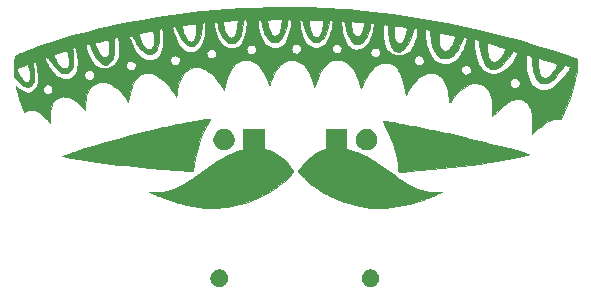
<source format=gbr>
G04 #@! TF.GenerationSoftware,KiCad,Pcbnew,5.1.4-e60b266~84~ubuntu18.04.1*
G04 #@! TF.CreationDate,2019-10-12T11:31:16-06:00*
G04 #@! TF.ProjectId,001,3030312e-6b69-4636-9164-5f7063625858,1*
G04 #@! TF.SameCoordinates,Original*
G04 #@! TF.FileFunction,Soldermask,Top*
G04 #@! TF.FilePolarity,Negative*
%FSLAX46Y46*%
G04 Gerber Fmt 4.6, Leading zero omitted, Abs format (unit mm)*
G04 Created by KiCad (PCBNEW 5.1.4-e60b266~84~ubuntu18.04.1) date 2019-10-12 11:31:16*
%MOMM*%
%LPD*%
G04 APERTURE LIST*
%ADD10C,0.010000*%
%ADD11C,0.152400*%
G04 APERTURE END LIST*
D10*
G36*
X133966478Y-90888845D02*
G01*
X134125869Y-90891931D01*
X134148751Y-90892447D01*
X134333273Y-90897510D01*
X134484260Y-90904244D01*
X134610507Y-90913941D01*
X134720811Y-90927892D01*
X134823967Y-90947389D01*
X134928773Y-90973723D01*
X135044024Y-91008185D01*
X135132874Y-91036930D01*
X135467023Y-91166638D01*
X135796091Y-91332241D01*
X136108934Y-91527734D01*
X136285757Y-91658089D01*
X136377965Y-91735639D01*
X136489181Y-91837218D01*
X136611068Y-91954542D01*
X136735287Y-92079325D01*
X136853501Y-92203279D01*
X136957373Y-92318120D01*
X136999756Y-92367655D01*
X137064247Y-92448170D01*
X137130549Y-92536586D01*
X137193508Y-92625330D01*
X137247969Y-92706826D01*
X137288776Y-92773502D01*
X137310775Y-92817783D01*
X137313168Y-92828115D01*
X137298225Y-92868463D01*
X137256143Y-92932792D01*
X137191039Y-93016531D01*
X137107034Y-93115113D01*
X137008246Y-93223968D01*
X136898793Y-93338528D01*
X136782794Y-93454225D01*
X136664369Y-93566488D01*
X136574893Y-93647038D01*
X136112777Y-94026472D01*
X135629934Y-94371615D01*
X135124778Y-94683283D01*
X134595727Y-94962291D01*
X134041198Y-95209455D01*
X133459606Y-95425591D01*
X132849368Y-95611514D01*
X132667085Y-95659828D01*
X132352441Y-95737039D01*
X132065854Y-95799143D01*
X131796410Y-95847578D01*
X131533198Y-95883780D01*
X131265306Y-95909187D01*
X130981824Y-95925234D01*
X130671839Y-95933358D01*
X130582168Y-95934380D01*
X130418656Y-95935496D01*
X130264529Y-95935962D01*
X130126119Y-95935804D01*
X130009758Y-95935049D01*
X129921777Y-95933722D01*
X129868510Y-95931850D01*
X129862501Y-95931406D01*
X129327435Y-95874429D01*
X128820690Y-95800091D01*
X128331222Y-95706601D01*
X127984293Y-95626668D01*
X127783829Y-95575572D01*
X127580455Y-95520728D01*
X127378118Y-95463445D01*
X127180763Y-95405034D01*
X126992336Y-95346806D01*
X126919640Y-95323311D01*
X128327918Y-95323311D01*
X128656001Y-95324507D01*
X128796346Y-95323977D01*
X128961910Y-95321712D01*
X129135627Y-95318040D01*
X129300433Y-95313285D01*
X129365085Y-95310959D01*
X129746085Y-95296214D01*
X129439168Y-95295194D01*
X129310869Y-95295718D01*
X129155404Y-95297827D01*
X128987899Y-95301231D01*
X128823477Y-95305642D01*
X128730085Y-95308742D01*
X128327918Y-95323311D01*
X126919640Y-95323311D01*
X126816784Y-95290069D01*
X126658051Y-95236133D01*
X126520084Y-95186310D01*
X126519921Y-95186246D01*
X128121995Y-95186246D01*
X128128113Y-95228375D01*
X128132020Y-95236121D01*
X128169446Y-95285577D01*
X128219150Y-95305164D01*
X128264418Y-95306110D01*
X128327918Y-95303046D01*
X128259401Y-95294530D01*
X128209083Y-95277370D01*
X129863315Y-95277370D01*
X129886070Y-95280308D01*
X129941184Y-95281672D01*
X129957751Y-95281709D01*
X130017823Y-95280651D01*
X130044953Y-95277995D01*
X130034975Y-95274261D01*
X130026071Y-95273207D01*
X129951322Y-95269820D01*
X129880337Y-95273086D01*
X129877904Y-95273378D01*
X129863315Y-95277370D01*
X128209083Y-95277370D01*
X128198344Y-95273708D01*
X128178755Y-95257149D01*
X130213229Y-95257149D01*
X130236106Y-95260482D01*
X130275251Y-95261434D01*
X130325448Y-95260089D01*
X130343797Y-95256316D01*
X130333751Y-95252588D01*
X130275681Y-95248776D01*
X130227917Y-95252299D01*
X130213229Y-95257149D01*
X128178755Y-95257149D01*
X128158931Y-95240393D01*
X128157024Y-95236927D01*
X130459558Y-95236927D01*
X130485000Y-95240434D01*
X130508085Y-95240983D01*
X130551647Y-95239280D01*
X130562891Y-95234483D01*
X130555956Y-95231778D01*
X130505126Y-95227835D01*
X130471290Y-95231351D01*
X130459558Y-95236927D01*
X128157024Y-95236927D01*
X128145893Y-95216699D01*
X130665539Y-95216699D01*
X130694807Y-95220039D01*
X130709168Y-95220244D01*
X130747677Y-95218037D01*
X130752215Y-95212543D01*
X130746210Y-95210564D01*
X130692526Y-95207272D01*
X130672126Y-95210564D01*
X130665539Y-95216699D01*
X128145893Y-95216699D01*
X128139812Y-95205649D01*
X128139843Y-95196643D01*
X130838437Y-95196643D01*
X130860018Y-95199127D01*
X130878501Y-95199591D01*
X130947996Y-95196456D01*
X131028365Y-95187102D01*
X131047835Y-95183902D01*
X131092598Y-95174171D01*
X131101564Y-95168102D01*
X131081116Y-95165788D01*
X131037639Y-95167325D01*
X130977519Y-95172809D01*
X130910251Y-95181847D01*
X130854447Y-95191294D01*
X130838437Y-95196643D01*
X128139843Y-95196643D01*
X128139905Y-95178786D01*
X128163195Y-95158513D01*
X128181102Y-95153199D01*
X131173539Y-95153199D01*
X131202807Y-95156539D01*
X131217168Y-95156744D01*
X131255677Y-95154537D01*
X131260215Y-95149043D01*
X131254210Y-95147064D01*
X131200526Y-95143772D01*
X131180126Y-95147064D01*
X131173539Y-95153199D01*
X128181102Y-95153199D01*
X128213668Y-95143535D01*
X128295307Y-95132561D01*
X128302783Y-95132032D01*
X131321705Y-95132032D01*
X131350973Y-95135372D01*
X131365335Y-95135577D01*
X131403843Y-95133370D01*
X131408382Y-95127876D01*
X131402376Y-95125897D01*
X131348693Y-95122605D01*
X131328293Y-95125897D01*
X131321705Y-95132032D01*
X128302783Y-95132032D01*
X128412098Y-95124297D01*
X128533855Y-95118756D01*
X128652966Y-95113875D01*
X128704469Y-95111391D01*
X131468231Y-95111391D01*
X131496345Y-95115055D01*
X131502918Y-95115195D01*
X131539067Y-95112907D01*
X131542249Y-95106281D01*
X131540362Y-95105437D01*
X131498343Y-95101250D01*
X131476862Y-95104653D01*
X131468231Y-95111391D01*
X128704469Y-95111391D01*
X128731424Y-95110091D01*
X128770887Y-95107190D01*
X128773017Y-95104956D01*
X128739472Y-95103175D01*
X128671911Y-95101630D01*
X128666585Y-95101537D01*
X128556351Y-95098503D01*
X128443635Y-95093565D01*
X128347121Y-95087599D01*
X128346784Y-95087571D01*
X129460335Y-95087571D01*
X129470918Y-95098155D01*
X129477210Y-95091862D01*
X131590217Y-95091862D01*
X131619335Y-95094812D01*
X131649383Y-95091486D01*
X131645793Y-95084136D01*
X131602457Y-95081341D01*
X131592876Y-95084136D01*
X131590217Y-95091862D01*
X129477210Y-95091862D01*
X129481501Y-95087571D01*
X129470918Y-95076988D01*
X129460335Y-95087571D01*
X128346784Y-95087571D01*
X128317335Y-95085130D01*
X128242885Y-95079197D01*
X128198505Y-95080927D01*
X128172149Y-95093675D01*
X128151772Y-95120794D01*
X128144413Y-95133288D01*
X128121995Y-95186246D01*
X126519921Y-95186246D01*
X126406829Y-95141909D01*
X126322231Y-95104239D01*
X126279272Y-95079759D01*
X126320220Y-95079759D01*
X126355780Y-95085616D01*
X126423993Y-95090287D01*
X126515184Y-95093310D01*
X126619678Y-95094225D01*
X126624001Y-95094211D01*
X126720700Y-95093338D01*
X126796507Y-95091639D01*
X126844642Y-95089347D01*
X126858325Y-95086693D01*
X126856835Y-95086244D01*
X126818065Y-95081501D01*
X126753864Y-95077550D01*
X126672943Y-95074497D01*
X126584014Y-95072446D01*
X126495788Y-95071504D01*
X126416977Y-95071774D01*
X126356293Y-95073363D01*
X126322447Y-95076376D01*
X126320220Y-95079759D01*
X126279272Y-95079759D01*
X126270237Y-95074611D01*
X126266123Y-95069210D01*
X126900932Y-95069210D01*
X126910504Y-95074721D01*
X126949322Y-95075420D01*
X127004675Y-95072123D01*
X127056950Y-95066405D01*
X129883668Y-95066405D01*
X129894251Y-95076988D01*
X129902182Y-95069057D01*
X131701064Y-95069057D01*
X131729178Y-95072722D01*
X131735751Y-95072861D01*
X131771900Y-95070574D01*
X131775083Y-95063947D01*
X131773196Y-95063104D01*
X131731176Y-95058917D01*
X131709696Y-95062320D01*
X131701064Y-95069057D01*
X129902182Y-95069057D01*
X129904835Y-95066405D01*
X129894251Y-95055821D01*
X129883668Y-95066405D01*
X127056950Y-95066405D01*
X127063853Y-95065650D01*
X127114145Y-95056821D01*
X127121418Y-95055006D01*
X127134362Y-95049529D01*
X131823050Y-95049529D01*
X131852168Y-95052479D01*
X131882217Y-95049153D01*
X131878626Y-95041803D01*
X131835291Y-95039007D01*
X131825710Y-95041803D01*
X131823050Y-95049529D01*
X127134362Y-95049529D01*
X127139368Y-95047411D01*
X127116969Y-95045378D01*
X127055849Y-95049022D01*
X127047335Y-95049732D01*
X126975644Y-95056826D01*
X126922762Y-95063931D01*
X126900932Y-95069210D01*
X126266123Y-95069210D01*
X126254792Y-95054335D01*
X126255497Y-95052726D01*
X126248068Y-95037645D01*
X126228375Y-95034190D01*
X126200451Y-95028362D01*
X127229884Y-95028362D01*
X127259001Y-95031312D01*
X127289050Y-95027986D01*
X127287138Y-95024071D01*
X130476335Y-95024071D01*
X130486918Y-95034655D01*
X130491978Y-95029594D01*
X131946015Y-95029594D01*
X131966821Y-95032983D01*
X131994274Y-95029092D01*
X131994602Y-95021866D01*
X131966273Y-95016813D01*
X131954032Y-95020195D01*
X131946015Y-95029594D01*
X130491978Y-95029594D01*
X130497501Y-95024071D01*
X130486918Y-95013488D01*
X130476335Y-95024071D01*
X127287138Y-95024071D01*
X127285460Y-95020636D01*
X127242124Y-95017841D01*
X127232543Y-95020636D01*
X127229884Y-95028362D01*
X126200451Y-95028362D01*
X126186435Y-95025437D01*
X126138500Y-95008427D01*
X127331682Y-95008427D01*
X127352487Y-95011817D01*
X127376399Y-95008427D01*
X132051848Y-95008427D01*
X132072654Y-95011817D01*
X132100107Y-95007925D01*
X132100435Y-95000700D01*
X132072106Y-94995647D01*
X132059866Y-94999029D01*
X132051848Y-95008427D01*
X127376399Y-95008427D01*
X127379941Y-95007925D01*
X127380269Y-95000700D01*
X127351939Y-94995647D01*
X127339699Y-94999029D01*
X127331682Y-95008427D01*
X126138500Y-95008427D01*
X126125872Y-95003946D01*
X126100126Y-94992891D01*
X126086965Y-94985920D01*
X127431000Y-94985920D01*
X127438918Y-94988802D01*
X127450303Y-94987261D01*
X130887682Y-94987261D01*
X130908487Y-94990650D01*
X130932392Y-94987261D01*
X132157682Y-94987261D01*
X132178487Y-94990650D01*
X132205941Y-94986758D01*
X132206269Y-94979533D01*
X132177939Y-94974480D01*
X132165699Y-94977862D01*
X132157682Y-94987261D01*
X130932392Y-94987261D01*
X130935941Y-94986758D01*
X130936269Y-94979533D01*
X130907939Y-94974480D01*
X130895699Y-94977862D01*
X130887682Y-94987261D01*
X127450303Y-94987261D01*
X127485791Y-94982458D01*
X127549330Y-94966380D01*
X127554157Y-94964862D01*
X131039884Y-94964862D01*
X131069001Y-94967812D01*
X131084522Y-94966094D01*
X132242348Y-94966094D01*
X132263154Y-94969483D01*
X132290607Y-94965592D01*
X132290935Y-94958366D01*
X132262606Y-94953313D01*
X132250366Y-94956695D01*
X132242348Y-94966094D01*
X131084522Y-94966094D01*
X131099050Y-94964486D01*
X131095460Y-94957136D01*
X131052124Y-94954341D01*
X131042543Y-94957136D01*
X131039884Y-94964862D01*
X127554157Y-94964862D01*
X127565918Y-94961164D01*
X127616985Y-94942453D01*
X127617571Y-94942057D01*
X131193064Y-94942057D01*
X131221178Y-94945722D01*
X131227751Y-94945861D01*
X131261987Y-94943695D01*
X132331050Y-94943695D01*
X132360168Y-94946646D01*
X132390217Y-94943319D01*
X132386626Y-94935970D01*
X132343291Y-94933174D01*
X132333710Y-94935970D01*
X132331050Y-94943695D01*
X131261987Y-94943695D01*
X131263900Y-94943574D01*
X131267083Y-94936947D01*
X131265196Y-94936104D01*
X131223176Y-94931917D01*
X131201696Y-94935320D01*
X131193064Y-94942057D01*
X127617571Y-94942057D01*
X127630613Y-94933249D01*
X127610642Y-94933678D01*
X127560913Y-94943864D01*
X127502418Y-94959087D01*
X127451797Y-94975114D01*
X127431000Y-94985920D01*
X126086965Y-94985920D01*
X126043468Y-94962881D01*
X126016949Y-94933171D01*
X126013923Y-94914710D01*
X127668223Y-94914710D01*
X127671129Y-94927294D01*
X127682335Y-94928821D01*
X127696490Y-94922529D01*
X131336217Y-94922529D01*
X131365335Y-94925479D01*
X131380855Y-94923761D01*
X132432848Y-94923761D01*
X132453654Y-94927150D01*
X132481107Y-94923258D01*
X132481435Y-94916033D01*
X132453106Y-94910980D01*
X132440866Y-94914362D01*
X132432848Y-94923761D01*
X131380855Y-94923761D01*
X131395383Y-94922153D01*
X131391793Y-94914803D01*
X131348457Y-94912007D01*
X131338876Y-94914803D01*
X131336217Y-94922529D01*
X127696490Y-94922529D01*
X127699757Y-94921077D01*
X127696446Y-94914710D01*
X127671326Y-94912177D01*
X127668223Y-94914710D01*
X126013923Y-94914710D01*
X126010453Y-94893543D01*
X127752890Y-94893543D01*
X127755796Y-94906127D01*
X127767001Y-94907655D01*
X127781157Y-94901362D01*
X131463217Y-94901362D01*
X131492335Y-94904312D01*
X131509626Y-94902398D01*
X132525746Y-94902398D01*
X132529501Y-94905644D01*
X132569660Y-94901362D01*
X132628763Y-94888527D01*
X132642611Y-94884827D01*
X132691577Y-94868983D01*
X132715603Y-94856691D01*
X132715961Y-94854225D01*
X132692822Y-94854791D01*
X132642276Y-94864956D01*
X132602851Y-94875042D01*
X132550376Y-94891170D01*
X132525746Y-94902398D01*
X131509626Y-94902398D01*
X131522383Y-94900986D01*
X131518793Y-94893636D01*
X131475457Y-94890841D01*
X131465876Y-94893636D01*
X131463217Y-94901362D01*
X127781157Y-94901362D01*
X127784424Y-94899910D01*
X127781112Y-94893543D01*
X127755992Y-94891010D01*
X127752890Y-94893543D01*
X126010453Y-94893543D01*
X126010175Y-94891848D01*
X126010168Y-94889787D01*
X126016035Y-94861261D01*
X126399488Y-94861261D01*
X126422918Y-94866194D01*
X126475819Y-94870440D01*
X126554110Y-94872557D01*
X126648261Y-94872765D01*
X126674621Y-94872377D01*
X127816390Y-94872377D01*
X127819296Y-94884960D01*
X127830501Y-94886488D01*
X127844657Y-94880195D01*
X131590217Y-94880195D01*
X131619335Y-94883146D01*
X131649383Y-94879819D01*
X131645793Y-94872470D01*
X131602457Y-94869674D01*
X131592876Y-94872470D01*
X131590217Y-94880195D01*
X127844657Y-94880195D01*
X127847924Y-94878743D01*
X127844612Y-94872377D01*
X127819492Y-94869843D01*
X127816390Y-94872377D01*
X126674621Y-94872377D01*
X126748744Y-94871286D01*
X126846030Y-94868341D01*
X126930590Y-94864151D01*
X126992896Y-94858936D01*
X127023418Y-94852919D01*
X127024404Y-94852239D01*
X127017309Y-94851210D01*
X127879890Y-94851210D01*
X127882796Y-94863794D01*
X127894001Y-94865321D01*
X127905385Y-94860261D01*
X131734348Y-94860261D01*
X131755154Y-94863650D01*
X131782607Y-94859758D01*
X131782935Y-94852533D01*
X131754606Y-94847480D01*
X131742366Y-94850862D01*
X131734348Y-94860261D01*
X127905385Y-94860261D01*
X127911424Y-94857577D01*
X127908112Y-94851210D01*
X127882992Y-94848677D01*
X127879890Y-94851210D01*
X127017309Y-94851210D01*
X127007387Y-94849771D01*
X126954705Y-94847997D01*
X126873023Y-94847007D01*
X126769005Y-94846891D01*
X126675154Y-94847480D01*
X126544224Y-94849378D01*
X126455029Y-94852279D01*
X126406980Y-94856225D01*
X126399488Y-94861261D01*
X126016035Y-94861261D01*
X126020912Y-94837550D01*
X126026555Y-94833571D01*
X127132001Y-94833571D01*
X127142585Y-94844155D01*
X127153168Y-94833571D01*
X127149640Y-94830043D01*
X127943390Y-94830043D01*
X127946296Y-94842627D01*
X127957501Y-94844155D01*
X127971657Y-94837862D01*
X131823050Y-94837862D01*
X131852168Y-94840812D01*
X131882217Y-94837486D01*
X131879998Y-94832944D01*
X132750056Y-94832944D01*
X132751751Y-94844155D01*
X132769856Y-94864325D01*
X132772918Y-94865321D01*
X132789746Y-94850558D01*
X132794085Y-94844155D01*
X132789058Y-94826222D01*
X132772918Y-94822988D01*
X132750056Y-94832944D01*
X131879998Y-94832944D01*
X131878626Y-94830136D01*
X131835291Y-94827341D01*
X131825710Y-94830136D01*
X131823050Y-94837862D01*
X127971657Y-94837862D01*
X127974924Y-94836410D01*
X127971612Y-94830043D01*
X127946492Y-94827510D01*
X127943390Y-94830043D01*
X127149640Y-94830043D01*
X127142585Y-94822988D01*
X127132001Y-94833571D01*
X126026555Y-94833571D01*
X126056818Y-94812236D01*
X126123392Y-94810661D01*
X126142691Y-94813183D01*
X126211251Y-94823394D01*
X126180531Y-94808877D01*
X128006890Y-94808877D01*
X128009796Y-94821460D01*
X128021001Y-94822988D01*
X128038424Y-94815243D01*
X128035112Y-94808877D01*
X132832890Y-94808877D01*
X132835796Y-94821460D01*
X132847001Y-94822988D01*
X132864424Y-94815243D01*
X132861112Y-94808877D01*
X132835992Y-94806343D01*
X132832890Y-94808877D01*
X128035112Y-94808877D01*
X128009992Y-94806343D01*
X128006890Y-94808877D01*
X126180531Y-94808877D01*
X126149686Y-94794301D01*
X126122657Y-94787710D01*
X127329557Y-94787710D01*
X127332462Y-94800294D01*
X127343668Y-94801821D01*
X127361090Y-94794077D01*
X127357779Y-94787710D01*
X128070390Y-94787710D01*
X128073296Y-94800294D01*
X128084501Y-94801821D01*
X128101924Y-94794077D01*
X128100122Y-94790611D01*
X132898223Y-94790611D01*
X132899918Y-94801821D01*
X132918023Y-94821992D01*
X132921085Y-94822988D01*
X132937913Y-94808225D01*
X132942251Y-94801821D01*
X132937225Y-94783889D01*
X132921085Y-94780655D01*
X132974001Y-94780655D01*
X132981223Y-94801271D01*
X132983335Y-94801821D01*
X133001407Y-94786989D01*
X133005751Y-94780655D01*
X133004073Y-94761150D01*
X132996417Y-94759488D01*
X133037501Y-94759488D01*
X133044723Y-94780104D01*
X133046835Y-94780655D01*
X133064907Y-94765822D01*
X133069251Y-94759488D01*
X133067573Y-94739983D01*
X133059917Y-94738321D01*
X133101001Y-94738321D01*
X133108223Y-94758938D01*
X133110335Y-94759488D01*
X133128407Y-94744656D01*
X133132751Y-94738321D01*
X133131073Y-94718816D01*
X133130654Y-94718725D01*
X133164501Y-94718725D01*
X133182145Y-94723409D01*
X133225833Y-94715302D01*
X133238585Y-94711622D01*
X133286951Y-94692962D01*
X133311790Y-94675920D01*
X133312668Y-94673251D01*
X133295024Y-94668567D01*
X133251336Y-94676673D01*
X133238585Y-94680354D01*
X133190218Y-94699014D01*
X133165379Y-94716056D01*
X133164501Y-94718725D01*
X133130654Y-94718725D01*
X133123417Y-94717155D01*
X133101863Y-94732520D01*
X133101001Y-94738321D01*
X133059917Y-94738321D01*
X133038363Y-94753686D01*
X133037501Y-94759488D01*
X132996417Y-94759488D01*
X132974863Y-94774853D01*
X132974001Y-94780655D01*
X132921085Y-94780655D01*
X132898223Y-94790611D01*
X128100122Y-94790611D01*
X128098612Y-94787710D01*
X128073492Y-94785177D01*
X128070390Y-94787710D01*
X127357779Y-94787710D01*
X127332659Y-94785177D01*
X127329557Y-94787710D01*
X126122657Y-94787710D01*
X126076794Y-94776527D01*
X126017822Y-94792320D01*
X125980702Y-94835891D01*
X125973370Y-94901456D01*
X125977021Y-94920209D01*
X125979118Y-94960326D01*
X125966338Y-94971155D01*
X125939284Y-94962506D01*
X125881187Y-94938742D01*
X125799138Y-94903137D01*
X125700224Y-94858962D01*
X125591534Y-94809490D01*
X125498647Y-94766543D01*
X128133890Y-94766543D01*
X128136796Y-94779127D01*
X128148001Y-94780655D01*
X128165424Y-94772910D01*
X128162112Y-94766543D01*
X128136992Y-94764010D01*
X128133890Y-94766543D01*
X125498647Y-94766543D01*
X125480159Y-94757995D01*
X125460807Y-94748905D01*
X127513001Y-94748905D01*
X127523585Y-94759488D01*
X127534168Y-94748905D01*
X128190335Y-94748905D01*
X128200918Y-94759488D01*
X128211501Y-94748905D01*
X128200918Y-94738321D01*
X128190335Y-94748905D01*
X127534168Y-94748905D01*
X127523585Y-94738321D01*
X127513001Y-94748905D01*
X125460807Y-94748905D01*
X125415743Y-94727738D01*
X128253835Y-94727738D01*
X128264418Y-94738321D01*
X128275001Y-94727738D01*
X128264418Y-94717155D01*
X128253835Y-94727738D01*
X125415743Y-94727738D01*
X125373185Y-94707749D01*
X125363358Y-94703043D01*
X128303223Y-94703043D01*
X128306129Y-94715627D01*
X128317335Y-94717155D01*
X128334757Y-94709410D01*
X128331446Y-94703043D01*
X128306326Y-94700510D01*
X128303223Y-94703043D01*
X125363358Y-94703043D01*
X125326525Y-94685405D01*
X128359668Y-94685405D01*
X128370251Y-94695988D01*
X128380835Y-94685405D01*
X128370251Y-94674821D01*
X128359668Y-94685405D01*
X125326525Y-94685405D01*
X125282323Y-94664238D01*
X128402001Y-94664238D01*
X128412585Y-94674821D01*
X128423168Y-94664238D01*
X128412585Y-94653655D01*
X128402001Y-94664238D01*
X125282323Y-94664238D01*
X125277703Y-94662026D01*
X125239271Y-94643071D01*
X127851668Y-94643071D01*
X127862251Y-94653655D01*
X127872835Y-94643071D01*
X128465501Y-94643071D01*
X128476085Y-94653655D01*
X128486668Y-94643071D01*
X128483140Y-94639543D01*
X132663557Y-94639543D01*
X132666462Y-94652127D01*
X132677668Y-94653655D01*
X132693609Y-94646568D01*
X133355001Y-94646568D01*
X133371124Y-94649752D01*
X133407919Y-94640069D01*
X133448021Y-94623240D01*
X133470935Y-94608367D01*
X133467971Y-94601532D01*
X133434500Y-94609089D01*
X133423310Y-94612817D01*
X133377515Y-94631361D01*
X133355377Y-94645395D01*
X133355001Y-94646568D01*
X132693609Y-94646568D01*
X132695090Y-94645910D01*
X132691779Y-94639543D01*
X132666659Y-94637010D01*
X132663557Y-94639543D01*
X128483140Y-94639543D01*
X128476085Y-94632488D01*
X128465501Y-94643071D01*
X127872835Y-94643071D01*
X127862251Y-94632488D01*
X127851668Y-94643071D01*
X125239271Y-94643071D01*
X125200802Y-94624098D01*
X125149570Y-94597238D01*
X125131751Y-94585836D01*
X125128099Y-94571881D01*
X125161524Y-94575177D01*
X125163501Y-94575624D01*
X125357176Y-94608268D01*
X125578875Y-94625880D01*
X125817103Y-94628603D01*
X125952670Y-94621905D01*
X132741168Y-94621905D01*
X132751751Y-94632488D01*
X132762335Y-94621905D01*
X132751751Y-94611321D01*
X132741168Y-94621905D01*
X125952670Y-94621905D01*
X126060367Y-94616584D01*
X126232732Y-94597210D01*
X132811723Y-94597210D01*
X132814629Y-94609794D01*
X132825835Y-94611321D01*
X132843257Y-94603577D01*
X132839946Y-94597210D01*
X132814826Y-94594677D01*
X132811723Y-94597210D01*
X126232732Y-94597210D01*
X126297171Y-94589967D01*
X126355482Y-94579571D01*
X128042168Y-94579571D01*
X128052751Y-94590155D01*
X128063335Y-94579571D01*
X128059807Y-94576043D01*
X132875223Y-94576043D01*
X132878129Y-94588627D01*
X132889335Y-94590155D01*
X132905353Y-94583034D01*
X133505881Y-94583034D01*
X133517108Y-94587729D01*
X133538960Y-94588667D01*
X133581584Y-94581240D01*
X133598418Y-94568988D01*
X133599716Y-94551033D01*
X133566566Y-94556562D01*
X133534918Y-94568988D01*
X133505881Y-94583034D01*
X132905353Y-94583034D01*
X132906757Y-94582410D01*
X132903446Y-94576043D01*
X132878326Y-94573510D01*
X132875223Y-94576043D01*
X128059807Y-94576043D01*
X128052751Y-94568988D01*
X128042168Y-94579571D01*
X126355482Y-94579571D01*
X126470334Y-94559095D01*
X126486538Y-94554877D01*
X132938723Y-94554877D01*
X132941629Y-94567460D01*
X132952835Y-94568988D01*
X132970257Y-94561243D01*
X132966946Y-94554877D01*
X132941826Y-94552343D01*
X132938723Y-94554877D01*
X126486538Y-94554877D01*
X126554305Y-94537238D01*
X128148001Y-94537238D01*
X128158585Y-94547821D01*
X128169168Y-94537238D01*
X133016335Y-94537238D01*
X133026918Y-94547821D01*
X133037501Y-94537238D01*
X133035922Y-94535659D01*
X133633224Y-94535659D01*
X133638215Y-94546704D01*
X133650085Y-94547821D01*
X133678788Y-94532448D01*
X133682935Y-94526897D01*
X133679528Y-94514869D01*
X133663017Y-94518578D01*
X133633224Y-94535659D01*
X133035922Y-94535659D01*
X133026918Y-94526655D01*
X133016335Y-94537238D01*
X128169168Y-94537238D01*
X128158585Y-94526655D01*
X128148001Y-94537238D01*
X126554305Y-94537238D01*
X126635625Y-94516071D01*
X133079835Y-94516071D01*
X133090418Y-94526655D01*
X133101001Y-94516071D01*
X133090418Y-94505488D01*
X133079835Y-94516071D01*
X126635625Y-94516071D01*
X126716943Y-94494905D01*
X128253835Y-94494905D01*
X128264418Y-94505488D01*
X128275001Y-94494905D01*
X128783001Y-94494905D01*
X128793585Y-94505488D01*
X128804168Y-94494905D01*
X133143335Y-94494905D01*
X133153918Y-94505488D01*
X133155432Y-94503974D01*
X133745971Y-94503974D01*
X133746585Y-94503988D01*
X133779096Y-94494269D01*
X133820668Y-94473738D01*
X133851501Y-94452677D01*
X133853031Y-94443502D01*
X133852418Y-94443488D01*
X133819906Y-94453207D01*
X133778335Y-94473738D01*
X133747501Y-94494798D01*
X133745971Y-94503974D01*
X133155432Y-94503974D01*
X133164501Y-94494905D01*
X133153918Y-94484321D01*
X133143335Y-94494905D01*
X128804168Y-94494905D01*
X128793585Y-94484321D01*
X128783001Y-94494905D01*
X128275001Y-94494905D01*
X128264418Y-94484321D01*
X128253835Y-94494905D01*
X126716943Y-94494905D01*
X126804331Y-94472159D01*
X128828390Y-94472159D01*
X128833381Y-94483204D01*
X128845252Y-94484321D01*
X128865010Y-94473738D01*
X133206835Y-94473738D01*
X133217418Y-94484321D01*
X133228001Y-94473738D01*
X133217418Y-94463155D01*
X133206835Y-94473738D01*
X128865010Y-94473738D01*
X128873954Y-94468948D01*
X128878101Y-94463397D01*
X128874694Y-94451369D01*
X128858184Y-94455078D01*
X128828390Y-94472159D01*
X126804331Y-94472159D01*
X126837629Y-94463492D01*
X126988400Y-94410238D01*
X128952335Y-94410238D01*
X128962918Y-94420821D01*
X128973501Y-94410238D01*
X133926501Y-94410238D01*
X133937085Y-94420821D01*
X133947668Y-94410238D01*
X133937085Y-94399655D01*
X133926501Y-94410238D01*
X128973501Y-94410238D01*
X128962918Y-94399655D01*
X128952335Y-94410238D01*
X126988400Y-94410238D01*
X127048328Y-94389071D01*
X128507835Y-94389071D01*
X128518418Y-94399655D01*
X128529001Y-94389071D01*
X128994668Y-94389071D01*
X129005251Y-94399655D01*
X129015835Y-94389071D01*
X133968835Y-94389071D01*
X133979418Y-94399655D01*
X133990001Y-94389071D01*
X133979418Y-94378488D01*
X133968835Y-94389071D01*
X129015835Y-94389071D01*
X129005251Y-94378488D01*
X128994668Y-94389071D01*
X128529001Y-94389071D01*
X128518418Y-94378488D01*
X128507835Y-94389071D01*
X127048328Y-94389071D01*
X127108253Y-94367905D01*
X128550168Y-94367905D01*
X128560751Y-94378488D01*
X128570758Y-94368481D01*
X129046511Y-94368481D01*
X129047894Y-94367905D01*
X134011168Y-94367905D01*
X134021751Y-94378488D01*
X134032335Y-94367905D01*
X134021751Y-94357321D01*
X134011168Y-94367905D01*
X129047894Y-94367905D01*
X129065476Y-94360587D01*
X129091932Y-94346738D01*
X134053501Y-94346738D01*
X134064085Y-94357321D01*
X134074668Y-94346738D01*
X134064085Y-94336155D01*
X134053501Y-94346738D01*
X129091932Y-94346738D01*
X129109253Y-94337671D01*
X129117157Y-94333305D01*
X134096137Y-94333305D01*
X134109428Y-94336155D01*
X134140496Y-94324054D01*
X134171164Y-94303237D01*
X134197185Y-94281353D01*
X134190070Y-94281315D01*
X134159335Y-94295521D01*
X134109900Y-94320780D01*
X134096137Y-94333305D01*
X129117157Y-94333305D01*
X129172030Y-94302998D01*
X129244058Y-94262071D01*
X134222835Y-94262071D01*
X134233418Y-94272655D01*
X134244001Y-94262071D01*
X134233418Y-94251488D01*
X134222835Y-94262071D01*
X129244058Y-94262071D01*
X129247994Y-94259835D01*
X129280598Y-94240905D01*
X134265168Y-94240905D01*
X134275751Y-94251488D01*
X134286335Y-94240905D01*
X134275751Y-94230321D01*
X134265168Y-94240905D01*
X129280598Y-94240905D01*
X129317055Y-94219738D01*
X134307501Y-94219738D01*
X134318085Y-94230321D01*
X134328668Y-94219738D01*
X134318085Y-94209155D01*
X134307501Y-94219738D01*
X129317055Y-94219738D01*
X129331334Y-94211448D01*
X129353050Y-94198571D01*
X134349835Y-94198571D01*
X134360418Y-94209155D01*
X134371001Y-94198571D01*
X134360418Y-94187988D01*
X134349835Y-94198571D01*
X129353050Y-94198571D01*
X129416238Y-94161104D01*
X129426838Y-94154659D01*
X134416390Y-94154659D01*
X134421381Y-94165704D01*
X134433252Y-94166821D01*
X134461954Y-94151448D01*
X134466101Y-94145897D01*
X134462694Y-94133869D01*
X134446184Y-94137578D01*
X134416390Y-94154659D01*
X129426838Y-94154659D01*
X129496894Y-94112068D01*
X129499626Y-94110377D01*
X134505057Y-94110377D01*
X134507962Y-94122960D01*
X134519168Y-94124488D01*
X134536590Y-94116743D01*
X134533279Y-94110377D01*
X134508159Y-94107843D01*
X134505057Y-94110377D01*
X129499626Y-94110377D01*
X129506365Y-94106207D01*
X129527727Y-94092738D01*
X134074668Y-94092738D01*
X134085251Y-94103321D01*
X134095835Y-94092738D01*
X134085251Y-94082155D01*
X134074668Y-94092738D01*
X129527727Y-94092738D01*
X129561299Y-94071571D01*
X134117001Y-94071571D01*
X134127585Y-94082155D01*
X134131979Y-94077760D01*
X134565726Y-94077760D01*
X134572085Y-94081506D01*
X134606869Y-94070967D01*
X134625001Y-94060988D01*
X134641943Y-94044216D01*
X134635585Y-94040469D01*
X134600800Y-94051008D01*
X134582668Y-94060988D01*
X134565726Y-94077760D01*
X134131979Y-94077760D01*
X134138168Y-94071571D01*
X134127585Y-94060988D01*
X134117001Y-94071571D01*
X129561299Y-94071571D01*
X129591152Y-94052750D01*
X129594733Y-94050405D01*
X134159335Y-94050405D01*
X134169918Y-94060988D01*
X134180501Y-94050405D01*
X134169918Y-94039821D01*
X134159335Y-94050405D01*
X129594733Y-94050405D01*
X129627065Y-94029238D01*
X134201668Y-94029238D01*
X134212251Y-94039821D01*
X134222835Y-94029238D01*
X134212251Y-94018655D01*
X134201668Y-94029238D01*
X129627065Y-94029238D01*
X129659397Y-94008071D01*
X134244001Y-94008071D01*
X134254585Y-94018655D01*
X134265168Y-94008071D01*
X134667335Y-94008071D01*
X134677918Y-94018655D01*
X134688501Y-94008071D01*
X134677918Y-93997488D01*
X134667335Y-94008071D01*
X134265168Y-94008071D01*
X134254585Y-93997488D01*
X134244001Y-94008071D01*
X129659397Y-94008071D01*
X129660253Y-94007511D01*
X129689867Y-93986905D01*
X134286335Y-93986905D01*
X134296918Y-93997488D01*
X134307501Y-93986905D01*
X134303974Y-93983377D01*
X134716723Y-93983377D01*
X134719629Y-93995960D01*
X134730835Y-93997488D01*
X134748257Y-93989743D01*
X134744946Y-93983377D01*
X134719826Y-93980843D01*
X134716723Y-93983377D01*
X134303974Y-93983377D01*
X134296918Y-93976321D01*
X134286335Y-93986905D01*
X129689867Y-93986905D01*
X129707110Y-93974907D01*
X129725164Y-93959358D01*
X129725078Y-93958842D01*
X129706272Y-93967326D01*
X129658315Y-93993897D01*
X129588097Y-94034431D01*
X129502504Y-94084806D01*
X129408425Y-94140898D01*
X129312749Y-94198583D01*
X129222363Y-94253737D01*
X129144155Y-94302237D01*
X129085015Y-94339959D01*
X129058168Y-94358087D01*
X129046511Y-94368481D01*
X128570758Y-94368481D01*
X128571335Y-94367905D01*
X128560751Y-94357321D01*
X128550168Y-94367905D01*
X127108253Y-94367905D01*
X127168180Y-94346738D01*
X128592501Y-94346738D01*
X128603085Y-94357321D01*
X128613668Y-94346738D01*
X128603085Y-94336155D01*
X128592501Y-94346738D01*
X127168180Y-94346738D01*
X127212976Y-94330916D01*
X127560102Y-94177405D01*
X128931168Y-94177405D01*
X128941751Y-94187988D01*
X128952335Y-94177405D01*
X128941751Y-94166821D01*
X128931168Y-94177405D01*
X127560102Y-94177405D01*
X127597942Y-94160671D01*
X127606360Y-94156238D01*
X128973501Y-94156238D01*
X128984085Y-94166821D01*
X128994668Y-94156238D01*
X128984085Y-94145655D01*
X128973501Y-94156238D01*
X127606360Y-94156238D01*
X127646555Y-94135071D01*
X129015835Y-94135071D01*
X129026418Y-94145655D01*
X129037001Y-94135071D01*
X129026418Y-94124488D01*
X129015835Y-94135071D01*
X127646555Y-94135071D01*
X127767140Y-94071571D01*
X129121668Y-94071571D01*
X129132251Y-94082155D01*
X129142835Y-94071571D01*
X129132251Y-94060988D01*
X129121668Y-94071571D01*
X127767140Y-94071571D01*
X127807334Y-94050405D01*
X129164001Y-94050405D01*
X129174585Y-94060988D01*
X129185168Y-94050405D01*
X129174585Y-94039821D01*
X129164001Y-94050405D01*
X127807334Y-94050405D01*
X127887726Y-94008071D01*
X129227501Y-94008071D01*
X129238085Y-94018655D01*
X129248668Y-94008071D01*
X129238085Y-93997488D01*
X129227501Y-94008071D01*
X127887726Y-94008071D01*
X127994091Y-93952060D01*
X128006454Y-93944571D01*
X134349835Y-93944571D01*
X134360418Y-93955155D01*
X134368683Y-93946889D01*
X134782294Y-93946889D01*
X134784997Y-93954481D01*
X134815978Y-93942275D01*
X134846005Y-93922731D01*
X134869875Y-93899920D01*
X134867172Y-93892328D01*
X134836191Y-93904534D01*
X134806164Y-93924078D01*
X134782294Y-93946889D01*
X134368683Y-93946889D01*
X134371001Y-93944571D01*
X134360418Y-93933988D01*
X134349835Y-93944571D01*
X128006454Y-93944571D01*
X128037571Y-93925723D01*
X129765794Y-93925723D01*
X129768497Y-93933315D01*
X129793648Y-93923405D01*
X134392168Y-93923405D01*
X134402751Y-93933988D01*
X134413335Y-93923405D01*
X134402751Y-93912821D01*
X134392168Y-93923405D01*
X129793648Y-93923405D01*
X129799478Y-93921108D01*
X129828470Y-93902238D01*
X134434501Y-93902238D01*
X134445085Y-93912821D01*
X134455668Y-93902238D01*
X134445085Y-93891655D01*
X134434501Y-93902238D01*
X129828470Y-93902238D01*
X129829505Y-93901565D01*
X129853375Y-93878753D01*
X129850672Y-93871161D01*
X129819691Y-93883368D01*
X129789664Y-93902911D01*
X129765794Y-93925723D01*
X128037571Y-93925723D01*
X128146232Y-93859905D01*
X134498001Y-93859905D01*
X134508585Y-93870488D01*
X134516650Y-93862423D01*
X134909718Y-93862423D01*
X134913243Y-93870488D01*
X134945243Y-93858781D01*
X134975497Y-93839411D01*
X134998943Y-93816399D01*
X134995418Y-93808334D01*
X134963418Y-93820041D01*
X134933164Y-93839411D01*
X134909718Y-93862423D01*
X134516650Y-93862423D01*
X134519168Y-93859905D01*
X134508585Y-93849321D01*
X134498001Y-93859905D01*
X128146232Y-93859905D01*
X128173594Y-93843332D01*
X129885432Y-93843332D01*
X129892389Y-93849034D01*
X129898715Y-93849321D01*
X129919528Y-93838738D01*
X134540335Y-93838738D01*
X134550918Y-93849321D01*
X134561501Y-93838738D01*
X134550918Y-93828155D01*
X134540335Y-93838738D01*
X129919528Y-93838738D01*
X129928208Y-93834325D01*
X129949868Y-93812280D01*
X129961433Y-93796405D01*
X134603835Y-93796405D01*
X134614418Y-93806988D01*
X134625001Y-93796405D01*
X134614418Y-93785821D01*
X134603835Y-93796405D01*
X129961433Y-93796405D01*
X129967904Y-93787524D01*
X129957904Y-93791000D01*
X129936585Y-93806290D01*
X129900901Y-93832291D01*
X129885432Y-93843332D01*
X128173594Y-93843332D01*
X128270816Y-93784443D01*
X129994691Y-93784443D01*
X129997586Y-93785821D01*
X129999372Y-93784443D01*
X134651357Y-93784443D01*
X134654253Y-93785821D01*
X134672544Y-93771710D01*
X135034223Y-93771710D01*
X135037129Y-93784294D01*
X135048335Y-93785821D01*
X135065757Y-93778077D01*
X135062446Y-93771710D01*
X135037326Y-93769177D01*
X135034223Y-93771710D01*
X134672544Y-93771710D01*
X134673569Y-93770920D01*
X134677918Y-93764655D01*
X134683312Y-93744866D01*
X134680416Y-93743488D01*
X134661100Y-93758389D01*
X134656751Y-93764655D01*
X134651357Y-93784443D01*
X129999372Y-93784443D01*
X130016902Y-93770920D01*
X130021251Y-93764655D01*
X130026645Y-93744866D01*
X130023750Y-93743488D01*
X130004433Y-93758389D01*
X130000085Y-93764655D01*
X129994691Y-93784443D01*
X128270816Y-93784443D01*
X128355902Y-93732905D01*
X130053001Y-93732905D01*
X130063585Y-93743488D01*
X130074168Y-93732905D01*
X134709668Y-93732905D01*
X134720251Y-93743488D01*
X134730835Y-93732905D01*
X134720251Y-93722321D01*
X135101251Y-93722321D01*
X135102929Y-93741826D01*
X135110585Y-93743488D01*
X135132140Y-93728123D01*
X135133001Y-93722321D01*
X135125779Y-93701705D01*
X135123667Y-93701155D01*
X135105596Y-93715987D01*
X135101251Y-93722321D01*
X134720251Y-93722321D01*
X134709668Y-93732905D01*
X130074168Y-93732905D01*
X130063585Y-93722321D01*
X130053001Y-93732905D01*
X128355902Y-93732905D01*
X128402988Y-93704385D01*
X128424387Y-93690571D01*
X130116501Y-93690571D01*
X130127085Y-93701155D01*
X130137668Y-93690571D01*
X134773168Y-93690571D01*
X134783751Y-93701155D01*
X134794335Y-93690571D01*
X134783751Y-93679988D01*
X135164751Y-93679988D01*
X135166429Y-93699493D01*
X135174085Y-93701155D01*
X135195640Y-93685789D01*
X135196501Y-93679988D01*
X135189279Y-93659371D01*
X135187167Y-93658821D01*
X135169096Y-93673653D01*
X135164751Y-93679988D01*
X134783751Y-93679988D01*
X134773168Y-93690571D01*
X130137668Y-93690571D01*
X130127085Y-93679988D01*
X130116501Y-93690571D01*
X128424387Y-93690571D01*
X128429594Y-93687210D01*
X128487933Y-93648238D01*
X130180001Y-93648238D01*
X130190585Y-93658821D01*
X130201168Y-93648238D01*
X134836668Y-93648238D01*
X134847251Y-93658821D01*
X134857835Y-93648238D01*
X134847251Y-93637655D01*
X134836668Y-93648238D01*
X130201168Y-93648238D01*
X130190585Y-93637655D01*
X130180001Y-93648238D01*
X128487933Y-93648238D01*
X128488303Y-93647991D01*
X128511235Y-93632257D01*
X135246137Y-93632257D01*
X135265725Y-93623630D01*
X135270821Y-93621039D01*
X135316195Y-93588532D01*
X135355337Y-93549657D01*
X135380079Y-93519663D01*
X135379596Y-93515862D01*
X135350811Y-93538687D01*
X135333933Y-93552671D01*
X135276632Y-93600688D01*
X135248570Y-93625913D01*
X135246137Y-93632257D01*
X128511235Y-93632257D01*
X128549645Y-93605905D01*
X130243501Y-93605905D01*
X130254085Y-93616488D01*
X130264668Y-93605905D01*
X134900168Y-93605905D01*
X134910751Y-93616488D01*
X134921335Y-93605905D01*
X134910751Y-93595321D01*
X134900168Y-93605905D01*
X130264668Y-93605905D01*
X130254085Y-93595321D01*
X130243501Y-93605905D01*
X128549645Y-93605905D01*
X128577085Y-93587079D01*
X128610923Y-93563571D01*
X129926001Y-93563571D01*
X129936585Y-93574155D01*
X129947168Y-93563571D01*
X129936585Y-93552988D01*
X129926001Y-93563571D01*
X128610923Y-93563571D01*
X128658608Y-93530443D01*
X129994691Y-93530443D01*
X129997586Y-93531821D01*
X130016902Y-93516920D01*
X130021251Y-93510655D01*
X135412190Y-93510655D01*
X135432605Y-93496744D01*
X135461085Y-93468321D01*
X135485529Y-93437659D01*
X135488812Y-93425988D01*
X135468398Y-93439898D01*
X135439918Y-93468321D01*
X135415474Y-93498984D01*
X135412190Y-93510655D01*
X130021251Y-93510655D01*
X130026645Y-93490866D01*
X130023750Y-93489488D01*
X130004433Y-93504389D01*
X130000085Y-93510655D01*
X129994691Y-93530443D01*
X128658608Y-93530443D01*
X128691644Y-93507493D01*
X128719329Y-93488110D01*
X130058191Y-93488110D01*
X130061086Y-93489488D01*
X130080402Y-93474587D01*
X130084751Y-93468321D01*
X130090145Y-93448533D01*
X130087250Y-93447155D01*
X130067933Y-93462055D01*
X130063585Y-93468321D01*
X130058191Y-93488110D01*
X128719329Y-93488110D01*
X128792944Y-93436571D01*
X130116501Y-93436571D01*
X130127085Y-93447155D01*
X130137668Y-93436571D01*
X130127085Y-93425988D01*
X130116501Y-93436571D01*
X128792944Y-93436571D01*
X128827681Y-93412252D01*
X128838235Y-93404821D01*
X130158835Y-93404821D01*
X130166056Y-93425438D01*
X130168169Y-93425988D01*
X130186240Y-93411156D01*
X130190585Y-93404821D01*
X130190546Y-93404364D01*
X135537412Y-93404364D01*
X135538372Y-93404821D01*
X135558504Y-93390970D01*
X135593733Y-93357103D01*
X135598668Y-93351905D01*
X135628868Y-93316929D01*
X135638757Y-93299445D01*
X135637797Y-93298988D01*
X135617665Y-93312839D01*
X135582436Y-93346706D01*
X135577501Y-93351905D01*
X135547301Y-93386880D01*
X135537412Y-93404364D01*
X130190546Y-93404364D01*
X130188906Y-93385316D01*
X130181250Y-93383655D01*
X130159696Y-93399020D01*
X130158835Y-93404821D01*
X128838235Y-93404821D01*
X128898360Y-93362488D01*
X130222335Y-93362488D01*
X130229556Y-93383104D01*
X130231669Y-93383655D01*
X130244563Y-93373071D01*
X130603335Y-93373071D01*
X130613918Y-93383655D01*
X130624501Y-93373071D01*
X130613918Y-93362488D01*
X130603335Y-93373071D01*
X130244563Y-93373071D01*
X130249740Y-93368822D01*
X130254085Y-93362488D01*
X130252406Y-93342983D01*
X130244750Y-93341321D01*
X130223196Y-93356686D01*
X130222335Y-93362488D01*
X128898360Y-93362488D01*
X128958485Y-93320155D01*
X130285835Y-93320155D01*
X130293056Y-93340771D01*
X130295169Y-93341321D01*
X130308063Y-93330738D01*
X130666835Y-93330738D01*
X130677418Y-93341321D01*
X130688001Y-93330738D01*
X130677418Y-93320155D01*
X130666835Y-93330738D01*
X130308063Y-93330738D01*
X130313240Y-93326489D01*
X130317585Y-93320155D01*
X130315906Y-93300650D01*
X130308250Y-93298988D01*
X130286696Y-93314353D01*
X130285835Y-93320155D01*
X128958485Y-93320155D01*
X128980897Y-93304376D01*
X129018437Y-93277821D01*
X130349335Y-93277821D01*
X130356556Y-93298438D01*
X130358669Y-93298988D01*
X130371563Y-93288405D01*
X130730335Y-93288405D01*
X130740918Y-93298988D01*
X130751501Y-93288405D01*
X130740918Y-93277821D01*
X130730335Y-93288405D01*
X130371563Y-93288405D01*
X130376740Y-93284156D01*
X130381085Y-93277821D01*
X130379406Y-93258316D01*
X130371750Y-93256655D01*
X130350196Y-93272020D01*
X130349335Y-93277821D01*
X129018437Y-93277821D01*
X129069035Y-93242029D01*
X130413634Y-93242029D01*
X130417162Y-93250395D01*
X130433536Y-93245799D01*
X130469525Y-93224738D01*
X130531900Y-93183710D01*
X130550418Y-93171264D01*
X130577003Y-93154108D01*
X135480220Y-93154108D01*
X135488300Y-93153033D01*
X135522853Y-93129412D01*
X135577713Y-93087656D01*
X135618767Y-93054962D01*
X135773109Y-92930260D01*
X135813417Y-92980039D01*
X135844951Y-93011427D01*
X135865255Y-93018264D01*
X135865544Y-93018000D01*
X135861064Y-92997264D01*
X135835373Y-92964813D01*
X135801363Y-92934015D01*
X135771924Y-92918238D01*
X135769100Y-92917988D01*
X135744278Y-92930859D01*
X135697750Y-92964184D01*
X135639217Y-93010036D01*
X135578381Y-93060483D01*
X135524944Y-93107596D01*
X135488606Y-93143446D01*
X135480220Y-93154108D01*
X130577003Y-93154108D01*
X130597552Y-93140848D01*
X130672676Y-93093918D01*
X130767420Y-93035637D01*
X130873410Y-92971167D01*
X130939276Y-92931450D01*
X131038231Y-92871355D01*
X131121503Y-92819569D01*
X131183609Y-92779603D01*
X131219067Y-92754968D01*
X131224687Y-92748655D01*
X131196318Y-92759201D01*
X131139707Y-92788246D01*
X131061249Y-92831903D01*
X130967336Y-92886282D01*
X130864360Y-92947494D01*
X130758715Y-93011650D01*
X130656792Y-93074863D01*
X130564986Y-93133242D01*
X130489687Y-93182900D01*
X130437290Y-93219947D01*
X130414187Y-93240495D01*
X130413634Y-93242029D01*
X129069035Y-93242029D01*
X129146995Y-93186882D01*
X129321676Y-93062791D01*
X129500644Y-92935120D01*
X129519677Y-92921510D01*
X129802825Y-92719393D01*
X129806329Y-92716905D01*
X131280668Y-92716905D01*
X131291251Y-92727488D01*
X131301835Y-92716905D01*
X131291251Y-92706321D01*
X131280668Y-92716905D01*
X129806329Y-92716905D01*
X129836148Y-92695738D01*
X131323001Y-92695738D01*
X131333585Y-92706321D01*
X131344168Y-92695738D01*
X131333585Y-92685155D01*
X131323001Y-92695738D01*
X129836148Y-92695738D01*
X129865967Y-92674571D01*
X131365335Y-92674571D01*
X131375918Y-92685155D01*
X131386501Y-92674571D01*
X131375918Y-92663988D01*
X131365335Y-92674571D01*
X129865967Y-92674571D01*
X129895784Y-92653405D01*
X131407668Y-92653405D01*
X131418251Y-92663988D01*
X131428835Y-92653405D01*
X131418251Y-92642821D01*
X131407668Y-92653405D01*
X129895784Y-92653405D01*
X129925603Y-92632238D01*
X131936835Y-92632238D01*
X131947418Y-92642821D01*
X131958001Y-92632238D01*
X131947418Y-92621655D01*
X131936835Y-92632238D01*
X129925603Y-92632238D01*
X130015060Y-92568738D01*
X132085001Y-92568738D01*
X132095585Y-92579321D01*
X132106168Y-92568738D01*
X132095585Y-92558155D01*
X132085001Y-92568738D01*
X130015060Y-92568738D01*
X130044880Y-92547571D01*
X132127335Y-92547571D01*
X132137918Y-92558155D01*
X132145834Y-92550238D01*
X136309337Y-92550238D01*
X136326192Y-92568142D01*
X136377640Y-92608708D01*
X136389981Y-92618032D01*
X136454380Y-92655970D01*
X136506458Y-92658843D01*
X136554793Y-92628957D01*
X136589301Y-92577331D01*
X136584302Y-92519576D01*
X136539267Y-92454541D01*
X136453665Y-92381071D01*
X136434751Y-92367455D01*
X136426046Y-92364515D01*
X136444367Y-92385784D01*
X136484070Y-92425034D01*
X136546100Y-92498001D01*
X136570255Y-92557301D01*
X136559753Y-92598274D01*
X136517816Y-92616260D01*
X136447666Y-92606599D01*
X136378168Y-92578251D01*
X136326765Y-92553954D01*
X136309337Y-92550238D01*
X132145834Y-92550238D01*
X132148501Y-92547571D01*
X132137918Y-92536988D01*
X132127335Y-92547571D01*
X130044880Y-92547571D01*
X130055108Y-92540311D01*
X130079875Y-92522877D01*
X132176723Y-92522877D01*
X132179629Y-92535460D01*
X132190835Y-92536988D01*
X132208257Y-92529243D01*
X132204946Y-92522877D01*
X132179826Y-92520343D01*
X132176723Y-92522877D01*
X130079875Y-92522877D01*
X130104934Y-92505238D01*
X132233168Y-92505238D01*
X132243751Y-92515821D01*
X132254335Y-92505238D01*
X132249819Y-92500722D01*
X136237080Y-92500722D01*
X136242230Y-92512551D01*
X136263543Y-92535274D01*
X136275795Y-92530613D01*
X136276001Y-92527654D01*
X136260967Y-92509751D01*
X136251564Y-92503217D01*
X136237080Y-92500722D01*
X132249819Y-92500722D01*
X132243751Y-92494655D01*
X132233168Y-92505238D01*
X130104934Y-92505238D01*
X130135005Y-92484071D01*
X132275501Y-92484071D01*
X132286085Y-92494655D01*
X132296668Y-92484071D01*
X136191335Y-92484071D01*
X136201918Y-92494655D01*
X136212501Y-92484071D01*
X136201918Y-92473488D01*
X136191335Y-92484071D01*
X132296668Y-92484071D01*
X132286085Y-92473488D01*
X132275501Y-92484071D01*
X130135005Y-92484071D01*
X130165075Y-92462905D01*
X132339001Y-92462905D01*
X132349585Y-92473488D01*
X132360168Y-92462905D01*
X132349585Y-92452321D01*
X132339001Y-92462905D01*
X130165075Y-92462905D01*
X130195146Y-92441738D01*
X132381335Y-92441738D01*
X132391918Y-92452321D01*
X132402501Y-92441738D01*
X132391918Y-92431155D01*
X132381335Y-92441738D01*
X130195146Y-92441738D01*
X130225218Y-92420571D01*
X131873335Y-92420571D01*
X131883918Y-92431155D01*
X131894501Y-92420571D01*
X132444835Y-92420571D01*
X132455418Y-92431155D01*
X132466001Y-92420571D01*
X136085501Y-92420571D01*
X136096085Y-92431155D01*
X136106668Y-92420571D01*
X136096085Y-92409988D01*
X136085501Y-92420571D01*
X132466001Y-92420571D01*
X132455418Y-92409988D01*
X132444835Y-92420571D01*
X131894501Y-92420571D01*
X131883918Y-92409988D01*
X131873335Y-92420571D01*
X130225218Y-92420571D01*
X130260299Y-92395877D01*
X132494223Y-92395877D01*
X132497129Y-92408460D01*
X132508335Y-92409988D01*
X132525757Y-92402243D01*
X132522446Y-92395877D01*
X132497326Y-92393343D01*
X132494223Y-92395877D01*
X130260299Y-92395877D01*
X130276568Y-92384426D01*
X131962226Y-92384426D01*
X131968585Y-92388173D01*
X132001375Y-92378238D01*
X132550668Y-92378238D01*
X132561251Y-92388821D01*
X132571835Y-92378238D01*
X132561251Y-92367655D01*
X132550668Y-92378238D01*
X132001375Y-92378238D01*
X132003369Y-92377634D01*
X132021501Y-92367655D01*
X132032192Y-92357071D01*
X132614168Y-92357071D01*
X132624751Y-92367655D01*
X132635335Y-92357071D01*
X132624751Y-92346488D01*
X132614168Y-92357071D01*
X132032192Y-92357071D01*
X132038443Y-92350883D01*
X132032085Y-92347136D01*
X131997300Y-92357675D01*
X131979168Y-92367655D01*
X131962226Y-92384426D01*
X130276568Y-92384426D01*
X130279744Y-92382191D01*
X130331751Y-92346023D01*
X132065870Y-92346023D01*
X132101916Y-92336044D01*
X132102267Y-92335905D01*
X132677668Y-92335905D01*
X132688251Y-92346488D01*
X132698835Y-92335905D01*
X135916168Y-92335905D01*
X135926751Y-92346488D01*
X135937335Y-92335905D01*
X135926751Y-92325321D01*
X135916168Y-92335905D01*
X132698835Y-92335905D01*
X132688251Y-92325321D01*
X132677668Y-92335905D01*
X132102267Y-92335905D01*
X132156500Y-92314454D01*
X132163438Y-92311210D01*
X132727057Y-92311210D01*
X132729962Y-92323794D01*
X132741168Y-92325321D01*
X132758590Y-92317577D01*
X132755279Y-92311210D01*
X132745481Y-92310222D01*
X136342913Y-92310222D01*
X136348063Y-92322051D01*
X136369376Y-92344774D01*
X136381628Y-92340113D01*
X136381835Y-92337154D01*
X136366800Y-92319251D01*
X136357397Y-92312717D01*
X136342913Y-92310222D01*
X132745481Y-92310222D01*
X132730159Y-92308677D01*
X132727057Y-92311210D01*
X132163438Y-92311210D01*
X132205123Y-92291722D01*
X132207724Y-92290043D01*
X132790557Y-92290043D01*
X132793462Y-92302627D01*
X132804668Y-92304155D01*
X132822090Y-92296410D01*
X132818779Y-92290043D01*
X132793659Y-92287510D01*
X132790557Y-92290043D01*
X132207724Y-92290043D01*
X132231564Y-92274659D01*
X132233168Y-92271836D01*
X132216452Y-92272974D01*
X132176305Y-92286033D01*
X132127722Y-92305182D01*
X132085704Y-92324588D01*
X132066686Y-92336581D01*
X132065870Y-92346023D01*
X130331751Y-92346023D01*
X130442682Y-92268877D01*
X132854057Y-92268877D01*
X132856962Y-92281460D01*
X132868168Y-92282988D01*
X132885590Y-92275243D01*
X132882279Y-92268877D01*
X132857159Y-92266343D01*
X132854057Y-92268877D01*
X130442682Y-92268877D01*
X130471857Y-92248588D01*
X132260014Y-92248588D01*
X132260484Y-92259108D01*
X132284835Y-92261821D01*
X132320035Y-92250196D01*
X132322387Y-92247710D01*
X132917557Y-92247710D01*
X132920462Y-92260294D01*
X132931668Y-92261821D01*
X132949090Y-92254077D01*
X132945779Y-92247710D01*
X132920659Y-92245177D01*
X132917557Y-92247710D01*
X132322387Y-92247710D01*
X132327198Y-92242628D01*
X132320425Y-92231811D01*
X132296697Y-92234514D01*
X132260014Y-92248588D01*
X130471857Y-92248588D01*
X130479950Y-92242960D01*
X130498795Y-92230071D01*
X132995168Y-92230071D01*
X133005751Y-92240655D01*
X133016335Y-92230071D01*
X135683335Y-92230071D01*
X135693918Y-92240655D01*
X135704501Y-92230071D01*
X135694528Y-92220098D01*
X136201918Y-92220098D01*
X136203199Y-92229717D01*
X136232807Y-92254003D01*
X136244251Y-92261821D01*
X136294813Y-92292997D01*
X136317161Y-92302103D01*
X136308493Y-92289138D01*
X136276001Y-92261821D01*
X136232659Y-92232631D01*
X136202135Y-92220103D01*
X136201918Y-92220098D01*
X135694528Y-92220098D01*
X135693918Y-92219488D01*
X135683335Y-92230071D01*
X133016335Y-92230071D01*
X133005751Y-92219488D01*
X132995168Y-92230071D01*
X130498795Y-92230071D01*
X130522010Y-92214194D01*
X132385877Y-92214194D01*
X132401266Y-92216198D01*
X132425495Y-92208905D01*
X133058668Y-92208905D01*
X133069251Y-92219488D01*
X133079835Y-92208905D01*
X133069251Y-92198321D01*
X133058668Y-92208905D01*
X132425495Y-92208905D01*
X132440685Y-92204333D01*
X132455418Y-92198321D01*
X132478736Y-92184210D01*
X133129223Y-92184210D01*
X133132129Y-92196794D01*
X133143335Y-92198321D01*
X133160757Y-92190577D01*
X133159281Y-92187738D01*
X135577501Y-92187738D01*
X135588085Y-92198321D01*
X135598668Y-92187738D01*
X135594152Y-92183222D01*
X136131246Y-92183222D01*
X136136397Y-92195051D01*
X136157709Y-92217774D01*
X136169962Y-92213113D01*
X136170168Y-92210154D01*
X136155134Y-92192251D01*
X136145731Y-92185717D01*
X136131246Y-92183222D01*
X135594152Y-92183222D01*
X135588085Y-92177155D01*
X135577501Y-92187738D01*
X133159281Y-92187738D01*
X133157446Y-92184210D01*
X133132326Y-92181677D01*
X133129223Y-92184210D01*
X132478736Y-92184210D01*
X132479274Y-92183885D01*
X132466001Y-92178966D01*
X132420816Y-92188961D01*
X132402501Y-92198321D01*
X132385877Y-92214194D01*
X130522010Y-92214194D01*
X130582593Y-92172760D01*
X132512559Y-92172760D01*
X132518918Y-92176506D01*
X132551709Y-92166571D01*
X133206835Y-92166571D01*
X133217418Y-92177155D01*
X133228001Y-92166571D01*
X133224473Y-92163043D01*
X136071390Y-92163043D01*
X136074296Y-92175627D01*
X136085501Y-92177155D01*
X136102924Y-92169410D01*
X136099612Y-92163043D01*
X136074492Y-92160510D01*
X136071390Y-92163043D01*
X133224473Y-92163043D01*
X133217418Y-92155988D01*
X133206835Y-92166571D01*
X132551709Y-92166571D01*
X132553703Y-92165967D01*
X132571835Y-92155988D01*
X132582525Y-92145405D01*
X133291501Y-92145405D01*
X133302085Y-92155988D01*
X133312668Y-92145405D01*
X136022001Y-92145405D01*
X136032585Y-92155988D01*
X136043168Y-92145405D01*
X136032585Y-92134821D01*
X136022001Y-92145405D01*
X133312668Y-92145405D01*
X133302085Y-92134821D01*
X133291501Y-92145405D01*
X132582525Y-92145405D01*
X132588777Y-92139216D01*
X132582418Y-92135469D01*
X132547633Y-92146008D01*
X132529501Y-92155988D01*
X132512559Y-92172760D01*
X130582593Y-92172760D01*
X130653950Y-92123958D01*
X132646107Y-92123958D01*
X132677126Y-92119922D01*
X132679365Y-92119344D01*
X132707737Y-92106791D01*
X132701728Y-92096980D01*
X132663387Y-92101654D01*
X132651600Y-92110089D01*
X132646107Y-92123958D01*
X130653950Y-92123958D01*
X130658944Y-92120543D01*
X130705912Y-92089131D01*
X132745663Y-92089131D01*
X132780147Y-92081802D01*
X132847001Y-92061832D01*
X132893289Y-92044828D01*
X132908804Y-92033737D01*
X132899918Y-92031358D01*
X132850782Y-92039733D01*
X132794085Y-92059973D01*
X132750186Y-92081851D01*
X132745663Y-92089131D01*
X130705912Y-92089131D01*
X130819944Y-92012868D01*
X130827711Y-92007821D01*
X132963418Y-92007821D01*
X132965096Y-92027326D01*
X132972752Y-92028988D01*
X132990236Y-92016524D01*
X134094408Y-92016524D01*
X134102448Y-92018830D01*
X134148702Y-92020432D01*
X134234427Y-92021400D01*
X134360881Y-92021808D01*
X134402751Y-92021831D01*
X134541085Y-92021536D01*
X134637924Y-92020580D01*
X134694101Y-92018918D01*
X134710451Y-92016506D01*
X134687808Y-92013300D01*
X134632437Y-92009563D01*
X134601824Y-92008496D01*
X135752830Y-92008496D01*
X135754134Y-92016335D01*
X135786748Y-92036613D01*
X135842950Y-92065379D01*
X135915018Y-92098681D01*
X135995229Y-92132568D01*
X135995543Y-92132694D01*
X136000835Y-92124594D01*
X135983169Y-92108152D01*
X135938677Y-92082677D01*
X135880119Y-92054143D01*
X135820254Y-92028522D01*
X135771840Y-92011786D01*
X135752830Y-92008496D01*
X134601824Y-92008496D01*
X134511387Y-92005344D01*
X134371639Y-92004607D01*
X134236687Y-92007357D01*
X134187937Y-92009506D01*
X134123324Y-92013440D01*
X134094408Y-92016524D01*
X132990236Y-92016524D01*
X132994306Y-92013623D01*
X132995168Y-92007821D01*
X132993396Y-92002761D01*
X133025515Y-92002761D01*
X133046321Y-92006150D01*
X133073774Y-92002258D01*
X133074102Y-91995033D01*
X133045773Y-91989980D01*
X133033532Y-91993362D01*
X133025515Y-92002761D01*
X132993396Y-92002761D01*
X132987946Y-91987205D01*
X132985834Y-91986655D01*
X132967762Y-92001487D01*
X132963418Y-92007821D01*
X130827711Y-92007821D01*
X130892864Y-91965488D01*
X133111585Y-91965488D01*
X133113263Y-91984993D01*
X133120919Y-91986655D01*
X133142473Y-91971289D01*
X133143335Y-91965488D01*
X133136218Y-91945170D01*
X133195727Y-91945170D01*
X133204340Y-91954239D01*
X133237083Y-91953774D01*
X133277378Y-91945848D01*
X133308644Y-91932536D01*
X133310904Y-91930760D01*
X133299697Y-91925197D01*
X133264528Y-91923155D01*
X133218111Y-91930786D01*
X133195727Y-91945170D01*
X133136218Y-91945170D01*
X133136113Y-91944871D01*
X133134000Y-91944321D01*
X133115929Y-91959153D01*
X133111585Y-91965488D01*
X130892864Y-91965488D01*
X130966167Y-91917860D01*
X130978240Y-91910292D01*
X133362410Y-91910292D01*
X133362858Y-91918821D01*
X133392244Y-91918609D01*
X133441939Y-91909043D01*
X135415223Y-91909043D01*
X135418129Y-91921627D01*
X135429335Y-91923155D01*
X135430113Y-91922809D01*
X135482465Y-91922809D01*
X135487063Y-91941217D01*
X135502169Y-91944321D01*
X135509556Y-91943072D01*
X135556335Y-91943072D01*
X135571700Y-91964626D01*
X135577501Y-91965488D01*
X135589936Y-91961132D01*
X135619835Y-91961132D01*
X135638262Y-91988474D01*
X135682587Y-92005362D01*
X135688626Y-92006150D01*
X135703583Y-91991288D01*
X135704501Y-91983127D01*
X135696005Y-91968895D01*
X135690574Y-91972360D01*
X135665122Y-91972953D01*
X135648240Y-91962712D01*
X135623840Y-91951244D01*
X135619835Y-91961132D01*
X135589936Y-91961132D01*
X135598118Y-91958266D01*
X135598668Y-91956154D01*
X135583836Y-91938082D01*
X135577501Y-91933738D01*
X135557996Y-91935416D01*
X135556335Y-91943072D01*
X135509556Y-91943072D01*
X135531197Y-91939413D01*
X135535168Y-91934987D01*
X135519657Y-91915230D01*
X135491749Y-91914789D01*
X135482465Y-91922809D01*
X135430113Y-91922809D01*
X135446757Y-91915410D01*
X135443446Y-91909043D01*
X135418326Y-91906510D01*
X135415223Y-91909043D01*
X133441939Y-91909043D01*
X133444137Y-91908620D01*
X133460621Y-91904266D01*
X133492260Y-91890161D01*
X133492281Y-91887877D01*
X135330557Y-91887877D01*
X135333462Y-91900460D01*
X135344668Y-91901988D01*
X135362090Y-91894243D01*
X135358779Y-91887877D01*
X135333659Y-91885343D01*
X135330557Y-91887877D01*
X133492281Y-91887877D01*
X133492371Y-91878477D01*
X133460242Y-91877787D01*
X133408045Y-91890389D01*
X133397335Y-91894061D01*
X133362410Y-91910292D01*
X130978240Y-91910292D01*
X131038737Y-91872370D01*
X133538653Y-91872370D01*
X133568308Y-91873986D01*
X133619585Y-91868399D01*
X133630593Y-91866710D01*
X135245890Y-91866710D01*
X135248796Y-91879294D01*
X135260001Y-91880821D01*
X135277424Y-91873077D01*
X135274112Y-91866710D01*
X135248992Y-91864177D01*
X135245890Y-91866710D01*
X133630593Y-91866710D01*
X133681886Y-91858840D01*
X133702373Y-91854594D01*
X135142182Y-91854594D01*
X135162987Y-91857983D01*
X135190441Y-91854092D01*
X135190769Y-91846866D01*
X135162439Y-91841813D01*
X135150199Y-91845195D01*
X135142182Y-91854594D01*
X133702373Y-91854594D01*
X133724269Y-91850056D01*
X133734237Y-91846359D01*
X133727423Y-91839032D01*
X133692411Y-91837442D01*
X133642791Y-91840548D01*
X133592152Y-91847304D01*
X133554082Y-91856668D01*
X133545501Y-91860852D01*
X133538653Y-91872370D01*
X131038737Y-91872370D01*
X131100832Y-91833447D01*
X131105642Y-91830557D01*
X133796564Y-91830557D01*
X133824678Y-91834222D01*
X133831251Y-91834361D01*
X133867400Y-91832074D01*
X133868128Y-91830557D01*
X135003064Y-91830557D01*
X135031178Y-91834222D01*
X135037751Y-91834361D01*
X135073900Y-91832074D01*
X135077083Y-91825447D01*
X135075196Y-91824604D01*
X135033176Y-91820417D01*
X135011696Y-91823820D01*
X135003064Y-91830557D01*
X133868128Y-91830557D01*
X133870583Y-91825447D01*
X133868696Y-91824604D01*
X133826676Y-91820417D01*
X133805196Y-91823820D01*
X133796564Y-91830557D01*
X131105642Y-91830557D01*
X131168201Y-91792973D01*
X133972807Y-91792973D01*
X133979125Y-91796762D01*
X134022720Y-91800153D01*
X134098539Y-91802993D01*
X134201525Y-91805133D01*
X134326624Y-91806421D01*
X134434259Y-91806738D01*
X134572894Y-91806204D01*
X134693304Y-91804703D01*
X134790429Y-91802386D01*
X134859212Y-91799403D01*
X134894593Y-91795905D01*
X134895954Y-91792973D01*
X134860160Y-91788685D01*
X134789501Y-91784942D01*
X134691442Y-91781967D01*
X134573448Y-91779982D01*
X134442986Y-91779211D01*
X134434501Y-91779208D01*
X134303482Y-91779895D01*
X134184440Y-91781811D01*
X134084847Y-91784730D01*
X134012173Y-91788431D01*
X133973892Y-91792692D01*
X133972807Y-91792973D01*
X131168201Y-91792973D01*
X131227156Y-91757555D01*
X131348357Y-91688109D01*
X131467652Y-91623037D01*
X131588260Y-91560265D01*
X131713397Y-91497719D01*
X131778085Y-91466167D01*
X132168218Y-91289484D01*
X132542077Y-91146010D01*
X132906471Y-91033469D01*
X133268206Y-90949583D01*
X133386751Y-90928040D01*
X133482161Y-90912599D01*
X133566423Y-90901265D01*
X133648260Y-90893630D01*
X133736399Y-90889286D01*
X133839563Y-90887827D01*
X133966478Y-90888845D01*
X133966478Y-90888845D01*
G37*
X133966478Y-90888845D02*
X134125869Y-90891931D01*
X134148751Y-90892447D01*
X134333273Y-90897510D01*
X134484260Y-90904244D01*
X134610507Y-90913941D01*
X134720811Y-90927892D01*
X134823967Y-90947389D01*
X134928773Y-90973723D01*
X135044024Y-91008185D01*
X135132874Y-91036930D01*
X135467023Y-91166638D01*
X135796091Y-91332241D01*
X136108934Y-91527734D01*
X136285757Y-91658089D01*
X136377965Y-91735639D01*
X136489181Y-91837218D01*
X136611068Y-91954542D01*
X136735287Y-92079325D01*
X136853501Y-92203279D01*
X136957373Y-92318120D01*
X136999756Y-92367655D01*
X137064247Y-92448170D01*
X137130549Y-92536586D01*
X137193508Y-92625330D01*
X137247969Y-92706826D01*
X137288776Y-92773502D01*
X137310775Y-92817783D01*
X137313168Y-92828115D01*
X137298225Y-92868463D01*
X137256143Y-92932792D01*
X137191039Y-93016531D01*
X137107034Y-93115113D01*
X137008246Y-93223968D01*
X136898793Y-93338528D01*
X136782794Y-93454225D01*
X136664369Y-93566488D01*
X136574893Y-93647038D01*
X136112777Y-94026472D01*
X135629934Y-94371615D01*
X135124778Y-94683283D01*
X134595727Y-94962291D01*
X134041198Y-95209455D01*
X133459606Y-95425591D01*
X132849368Y-95611514D01*
X132667085Y-95659828D01*
X132352441Y-95737039D01*
X132065854Y-95799143D01*
X131796410Y-95847578D01*
X131533198Y-95883780D01*
X131265306Y-95909187D01*
X130981824Y-95925234D01*
X130671839Y-95933358D01*
X130582168Y-95934380D01*
X130418656Y-95935496D01*
X130264529Y-95935962D01*
X130126119Y-95935804D01*
X130009758Y-95935049D01*
X129921777Y-95933722D01*
X129868510Y-95931850D01*
X129862501Y-95931406D01*
X129327435Y-95874429D01*
X128820690Y-95800091D01*
X128331222Y-95706601D01*
X127984293Y-95626668D01*
X127783829Y-95575572D01*
X127580455Y-95520728D01*
X127378118Y-95463445D01*
X127180763Y-95405034D01*
X126992336Y-95346806D01*
X126919640Y-95323311D01*
X128327918Y-95323311D01*
X128656001Y-95324507D01*
X128796346Y-95323977D01*
X128961910Y-95321712D01*
X129135627Y-95318040D01*
X129300433Y-95313285D01*
X129365085Y-95310959D01*
X129746085Y-95296214D01*
X129439168Y-95295194D01*
X129310869Y-95295718D01*
X129155404Y-95297827D01*
X128987899Y-95301231D01*
X128823477Y-95305642D01*
X128730085Y-95308742D01*
X128327918Y-95323311D01*
X126919640Y-95323311D01*
X126816784Y-95290069D01*
X126658051Y-95236133D01*
X126520084Y-95186310D01*
X126519921Y-95186246D01*
X128121995Y-95186246D01*
X128128113Y-95228375D01*
X128132020Y-95236121D01*
X128169446Y-95285577D01*
X128219150Y-95305164D01*
X128264418Y-95306110D01*
X128327918Y-95303046D01*
X128259401Y-95294530D01*
X128209083Y-95277370D01*
X129863315Y-95277370D01*
X129886070Y-95280308D01*
X129941184Y-95281672D01*
X129957751Y-95281709D01*
X130017823Y-95280651D01*
X130044953Y-95277995D01*
X130034975Y-95274261D01*
X130026071Y-95273207D01*
X129951322Y-95269820D01*
X129880337Y-95273086D01*
X129877904Y-95273378D01*
X129863315Y-95277370D01*
X128209083Y-95277370D01*
X128198344Y-95273708D01*
X128178755Y-95257149D01*
X130213229Y-95257149D01*
X130236106Y-95260482D01*
X130275251Y-95261434D01*
X130325448Y-95260089D01*
X130343797Y-95256316D01*
X130333751Y-95252588D01*
X130275681Y-95248776D01*
X130227917Y-95252299D01*
X130213229Y-95257149D01*
X128178755Y-95257149D01*
X128158931Y-95240393D01*
X128157024Y-95236927D01*
X130459558Y-95236927D01*
X130485000Y-95240434D01*
X130508085Y-95240983D01*
X130551647Y-95239280D01*
X130562891Y-95234483D01*
X130555956Y-95231778D01*
X130505126Y-95227835D01*
X130471290Y-95231351D01*
X130459558Y-95236927D01*
X128157024Y-95236927D01*
X128145893Y-95216699D01*
X130665539Y-95216699D01*
X130694807Y-95220039D01*
X130709168Y-95220244D01*
X130747677Y-95218037D01*
X130752215Y-95212543D01*
X130746210Y-95210564D01*
X130692526Y-95207272D01*
X130672126Y-95210564D01*
X130665539Y-95216699D01*
X128145893Y-95216699D01*
X128139812Y-95205649D01*
X128139843Y-95196643D01*
X130838437Y-95196643D01*
X130860018Y-95199127D01*
X130878501Y-95199591D01*
X130947996Y-95196456D01*
X131028365Y-95187102D01*
X131047835Y-95183902D01*
X131092598Y-95174171D01*
X131101564Y-95168102D01*
X131081116Y-95165788D01*
X131037639Y-95167325D01*
X130977519Y-95172809D01*
X130910251Y-95181847D01*
X130854447Y-95191294D01*
X130838437Y-95196643D01*
X128139843Y-95196643D01*
X128139905Y-95178786D01*
X128163195Y-95158513D01*
X128181102Y-95153199D01*
X131173539Y-95153199D01*
X131202807Y-95156539D01*
X131217168Y-95156744D01*
X131255677Y-95154537D01*
X131260215Y-95149043D01*
X131254210Y-95147064D01*
X131200526Y-95143772D01*
X131180126Y-95147064D01*
X131173539Y-95153199D01*
X128181102Y-95153199D01*
X128213668Y-95143535D01*
X128295307Y-95132561D01*
X128302783Y-95132032D01*
X131321705Y-95132032D01*
X131350973Y-95135372D01*
X131365335Y-95135577D01*
X131403843Y-95133370D01*
X131408382Y-95127876D01*
X131402376Y-95125897D01*
X131348693Y-95122605D01*
X131328293Y-95125897D01*
X131321705Y-95132032D01*
X128302783Y-95132032D01*
X128412098Y-95124297D01*
X128533855Y-95118756D01*
X128652966Y-95113875D01*
X128704469Y-95111391D01*
X131468231Y-95111391D01*
X131496345Y-95115055D01*
X131502918Y-95115195D01*
X131539067Y-95112907D01*
X131542249Y-95106281D01*
X131540362Y-95105437D01*
X131498343Y-95101250D01*
X131476862Y-95104653D01*
X131468231Y-95111391D01*
X128704469Y-95111391D01*
X128731424Y-95110091D01*
X128770887Y-95107190D01*
X128773017Y-95104956D01*
X128739472Y-95103175D01*
X128671911Y-95101630D01*
X128666585Y-95101537D01*
X128556351Y-95098503D01*
X128443635Y-95093565D01*
X128347121Y-95087599D01*
X128346784Y-95087571D01*
X129460335Y-95087571D01*
X129470918Y-95098155D01*
X129477210Y-95091862D01*
X131590217Y-95091862D01*
X131619335Y-95094812D01*
X131649383Y-95091486D01*
X131645793Y-95084136D01*
X131602457Y-95081341D01*
X131592876Y-95084136D01*
X131590217Y-95091862D01*
X129477210Y-95091862D01*
X129481501Y-95087571D01*
X129470918Y-95076988D01*
X129460335Y-95087571D01*
X128346784Y-95087571D01*
X128317335Y-95085130D01*
X128242885Y-95079197D01*
X128198505Y-95080927D01*
X128172149Y-95093675D01*
X128151772Y-95120794D01*
X128144413Y-95133288D01*
X128121995Y-95186246D01*
X126519921Y-95186246D01*
X126406829Y-95141909D01*
X126322231Y-95104239D01*
X126279272Y-95079759D01*
X126320220Y-95079759D01*
X126355780Y-95085616D01*
X126423993Y-95090287D01*
X126515184Y-95093310D01*
X126619678Y-95094225D01*
X126624001Y-95094211D01*
X126720700Y-95093338D01*
X126796507Y-95091639D01*
X126844642Y-95089347D01*
X126858325Y-95086693D01*
X126856835Y-95086244D01*
X126818065Y-95081501D01*
X126753864Y-95077550D01*
X126672943Y-95074497D01*
X126584014Y-95072446D01*
X126495788Y-95071504D01*
X126416977Y-95071774D01*
X126356293Y-95073363D01*
X126322447Y-95076376D01*
X126320220Y-95079759D01*
X126279272Y-95079759D01*
X126270237Y-95074611D01*
X126266123Y-95069210D01*
X126900932Y-95069210D01*
X126910504Y-95074721D01*
X126949322Y-95075420D01*
X127004675Y-95072123D01*
X127056950Y-95066405D01*
X129883668Y-95066405D01*
X129894251Y-95076988D01*
X129902182Y-95069057D01*
X131701064Y-95069057D01*
X131729178Y-95072722D01*
X131735751Y-95072861D01*
X131771900Y-95070574D01*
X131775083Y-95063947D01*
X131773196Y-95063104D01*
X131731176Y-95058917D01*
X131709696Y-95062320D01*
X131701064Y-95069057D01*
X129902182Y-95069057D01*
X129904835Y-95066405D01*
X129894251Y-95055821D01*
X129883668Y-95066405D01*
X127056950Y-95066405D01*
X127063853Y-95065650D01*
X127114145Y-95056821D01*
X127121418Y-95055006D01*
X127134362Y-95049529D01*
X131823050Y-95049529D01*
X131852168Y-95052479D01*
X131882217Y-95049153D01*
X131878626Y-95041803D01*
X131835291Y-95039007D01*
X131825710Y-95041803D01*
X131823050Y-95049529D01*
X127134362Y-95049529D01*
X127139368Y-95047411D01*
X127116969Y-95045378D01*
X127055849Y-95049022D01*
X127047335Y-95049732D01*
X126975644Y-95056826D01*
X126922762Y-95063931D01*
X126900932Y-95069210D01*
X126266123Y-95069210D01*
X126254792Y-95054335D01*
X126255497Y-95052726D01*
X126248068Y-95037645D01*
X126228375Y-95034190D01*
X126200451Y-95028362D01*
X127229884Y-95028362D01*
X127259001Y-95031312D01*
X127289050Y-95027986D01*
X127287138Y-95024071D01*
X130476335Y-95024071D01*
X130486918Y-95034655D01*
X130491978Y-95029594D01*
X131946015Y-95029594D01*
X131966821Y-95032983D01*
X131994274Y-95029092D01*
X131994602Y-95021866D01*
X131966273Y-95016813D01*
X131954032Y-95020195D01*
X131946015Y-95029594D01*
X130491978Y-95029594D01*
X130497501Y-95024071D01*
X130486918Y-95013488D01*
X130476335Y-95024071D01*
X127287138Y-95024071D01*
X127285460Y-95020636D01*
X127242124Y-95017841D01*
X127232543Y-95020636D01*
X127229884Y-95028362D01*
X126200451Y-95028362D01*
X126186435Y-95025437D01*
X126138500Y-95008427D01*
X127331682Y-95008427D01*
X127352487Y-95011817D01*
X127376399Y-95008427D01*
X132051848Y-95008427D01*
X132072654Y-95011817D01*
X132100107Y-95007925D01*
X132100435Y-95000700D01*
X132072106Y-94995647D01*
X132059866Y-94999029D01*
X132051848Y-95008427D01*
X127376399Y-95008427D01*
X127379941Y-95007925D01*
X127380269Y-95000700D01*
X127351939Y-94995647D01*
X127339699Y-94999029D01*
X127331682Y-95008427D01*
X126138500Y-95008427D01*
X126125872Y-95003946D01*
X126100126Y-94992891D01*
X126086965Y-94985920D01*
X127431000Y-94985920D01*
X127438918Y-94988802D01*
X127450303Y-94987261D01*
X130887682Y-94987261D01*
X130908487Y-94990650D01*
X130932392Y-94987261D01*
X132157682Y-94987261D01*
X132178487Y-94990650D01*
X132205941Y-94986758D01*
X132206269Y-94979533D01*
X132177939Y-94974480D01*
X132165699Y-94977862D01*
X132157682Y-94987261D01*
X130932392Y-94987261D01*
X130935941Y-94986758D01*
X130936269Y-94979533D01*
X130907939Y-94974480D01*
X130895699Y-94977862D01*
X130887682Y-94987261D01*
X127450303Y-94987261D01*
X127485791Y-94982458D01*
X127549330Y-94966380D01*
X127554157Y-94964862D01*
X131039884Y-94964862D01*
X131069001Y-94967812D01*
X131084522Y-94966094D01*
X132242348Y-94966094D01*
X132263154Y-94969483D01*
X132290607Y-94965592D01*
X132290935Y-94958366D01*
X132262606Y-94953313D01*
X132250366Y-94956695D01*
X132242348Y-94966094D01*
X131084522Y-94966094D01*
X131099050Y-94964486D01*
X131095460Y-94957136D01*
X131052124Y-94954341D01*
X131042543Y-94957136D01*
X131039884Y-94964862D01*
X127554157Y-94964862D01*
X127565918Y-94961164D01*
X127616985Y-94942453D01*
X127617571Y-94942057D01*
X131193064Y-94942057D01*
X131221178Y-94945722D01*
X131227751Y-94945861D01*
X131261987Y-94943695D01*
X132331050Y-94943695D01*
X132360168Y-94946646D01*
X132390217Y-94943319D01*
X132386626Y-94935970D01*
X132343291Y-94933174D01*
X132333710Y-94935970D01*
X132331050Y-94943695D01*
X131261987Y-94943695D01*
X131263900Y-94943574D01*
X131267083Y-94936947D01*
X131265196Y-94936104D01*
X131223176Y-94931917D01*
X131201696Y-94935320D01*
X131193064Y-94942057D01*
X127617571Y-94942057D01*
X127630613Y-94933249D01*
X127610642Y-94933678D01*
X127560913Y-94943864D01*
X127502418Y-94959087D01*
X127451797Y-94975114D01*
X127431000Y-94985920D01*
X126086965Y-94985920D01*
X126043468Y-94962881D01*
X126016949Y-94933171D01*
X126013923Y-94914710D01*
X127668223Y-94914710D01*
X127671129Y-94927294D01*
X127682335Y-94928821D01*
X127696490Y-94922529D01*
X131336217Y-94922529D01*
X131365335Y-94925479D01*
X131380855Y-94923761D01*
X132432848Y-94923761D01*
X132453654Y-94927150D01*
X132481107Y-94923258D01*
X132481435Y-94916033D01*
X132453106Y-94910980D01*
X132440866Y-94914362D01*
X132432848Y-94923761D01*
X131380855Y-94923761D01*
X131395383Y-94922153D01*
X131391793Y-94914803D01*
X131348457Y-94912007D01*
X131338876Y-94914803D01*
X131336217Y-94922529D01*
X127696490Y-94922529D01*
X127699757Y-94921077D01*
X127696446Y-94914710D01*
X127671326Y-94912177D01*
X127668223Y-94914710D01*
X126013923Y-94914710D01*
X126010453Y-94893543D01*
X127752890Y-94893543D01*
X127755796Y-94906127D01*
X127767001Y-94907655D01*
X127781157Y-94901362D01*
X131463217Y-94901362D01*
X131492335Y-94904312D01*
X131509626Y-94902398D01*
X132525746Y-94902398D01*
X132529501Y-94905644D01*
X132569660Y-94901362D01*
X132628763Y-94888527D01*
X132642611Y-94884827D01*
X132691577Y-94868983D01*
X132715603Y-94856691D01*
X132715961Y-94854225D01*
X132692822Y-94854791D01*
X132642276Y-94864956D01*
X132602851Y-94875042D01*
X132550376Y-94891170D01*
X132525746Y-94902398D01*
X131509626Y-94902398D01*
X131522383Y-94900986D01*
X131518793Y-94893636D01*
X131475457Y-94890841D01*
X131465876Y-94893636D01*
X131463217Y-94901362D01*
X127781157Y-94901362D01*
X127784424Y-94899910D01*
X127781112Y-94893543D01*
X127755992Y-94891010D01*
X127752890Y-94893543D01*
X126010453Y-94893543D01*
X126010175Y-94891848D01*
X126010168Y-94889787D01*
X126016035Y-94861261D01*
X126399488Y-94861261D01*
X126422918Y-94866194D01*
X126475819Y-94870440D01*
X126554110Y-94872557D01*
X126648261Y-94872765D01*
X126674621Y-94872377D01*
X127816390Y-94872377D01*
X127819296Y-94884960D01*
X127830501Y-94886488D01*
X127844657Y-94880195D01*
X131590217Y-94880195D01*
X131619335Y-94883146D01*
X131649383Y-94879819D01*
X131645793Y-94872470D01*
X131602457Y-94869674D01*
X131592876Y-94872470D01*
X131590217Y-94880195D01*
X127844657Y-94880195D01*
X127847924Y-94878743D01*
X127844612Y-94872377D01*
X127819492Y-94869843D01*
X127816390Y-94872377D01*
X126674621Y-94872377D01*
X126748744Y-94871286D01*
X126846030Y-94868341D01*
X126930590Y-94864151D01*
X126992896Y-94858936D01*
X127023418Y-94852919D01*
X127024404Y-94852239D01*
X127017309Y-94851210D01*
X127879890Y-94851210D01*
X127882796Y-94863794D01*
X127894001Y-94865321D01*
X127905385Y-94860261D01*
X131734348Y-94860261D01*
X131755154Y-94863650D01*
X131782607Y-94859758D01*
X131782935Y-94852533D01*
X131754606Y-94847480D01*
X131742366Y-94850862D01*
X131734348Y-94860261D01*
X127905385Y-94860261D01*
X127911424Y-94857577D01*
X127908112Y-94851210D01*
X127882992Y-94848677D01*
X127879890Y-94851210D01*
X127017309Y-94851210D01*
X127007387Y-94849771D01*
X126954705Y-94847997D01*
X126873023Y-94847007D01*
X126769005Y-94846891D01*
X126675154Y-94847480D01*
X126544224Y-94849378D01*
X126455029Y-94852279D01*
X126406980Y-94856225D01*
X126399488Y-94861261D01*
X126016035Y-94861261D01*
X126020912Y-94837550D01*
X126026555Y-94833571D01*
X127132001Y-94833571D01*
X127142585Y-94844155D01*
X127153168Y-94833571D01*
X127149640Y-94830043D01*
X127943390Y-94830043D01*
X127946296Y-94842627D01*
X127957501Y-94844155D01*
X127971657Y-94837862D01*
X131823050Y-94837862D01*
X131852168Y-94840812D01*
X131882217Y-94837486D01*
X131879998Y-94832944D01*
X132750056Y-94832944D01*
X132751751Y-94844155D01*
X132769856Y-94864325D01*
X132772918Y-94865321D01*
X132789746Y-94850558D01*
X132794085Y-94844155D01*
X132789058Y-94826222D01*
X132772918Y-94822988D01*
X132750056Y-94832944D01*
X131879998Y-94832944D01*
X131878626Y-94830136D01*
X131835291Y-94827341D01*
X131825710Y-94830136D01*
X131823050Y-94837862D01*
X127971657Y-94837862D01*
X127974924Y-94836410D01*
X127971612Y-94830043D01*
X127946492Y-94827510D01*
X127943390Y-94830043D01*
X127149640Y-94830043D01*
X127142585Y-94822988D01*
X127132001Y-94833571D01*
X126026555Y-94833571D01*
X126056818Y-94812236D01*
X126123392Y-94810661D01*
X126142691Y-94813183D01*
X126211251Y-94823394D01*
X126180531Y-94808877D01*
X128006890Y-94808877D01*
X128009796Y-94821460D01*
X128021001Y-94822988D01*
X128038424Y-94815243D01*
X128035112Y-94808877D01*
X132832890Y-94808877D01*
X132835796Y-94821460D01*
X132847001Y-94822988D01*
X132864424Y-94815243D01*
X132861112Y-94808877D01*
X132835992Y-94806343D01*
X132832890Y-94808877D01*
X128035112Y-94808877D01*
X128009992Y-94806343D01*
X128006890Y-94808877D01*
X126180531Y-94808877D01*
X126149686Y-94794301D01*
X126122657Y-94787710D01*
X127329557Y-94787710D01*
X127332462Y-94800294D01*
X127343668Y-94801821D01*
X127361090Y-94794077D01*
X127357779Y-94787710D01*
X128070390Y-94787710D01*
X128073296Y-94800294D01*
X128084501Y-94801821D01*
X128101924Y-94794077D01*
X128100122Y-94790611D01*
X132898223Y-94790611D01*
X132899918Y-94801821D01*
X132918023Y-94821992D01*
X132921085Y-94822988D01*
X132937913Y-94808225D01*
X132942251Y-94801821D01*
X132937225Y-94783889D01*
X132921085Y-94780655D01*
X132974001Y-94780655D01*
X132981223Y-94801271D01*
X132983335Y-94801821D01*
X133001407Y-94786989D01*
X133005751Y-94780655D01*
X133004073Y-94761150D01*
X132996417Y-94759488D01*
X133037501Y-94759488D01*
X133044723Y-94780104D01*
X133046835Y-94780655D01*
X133064907Y-94765822D01*
X133069251Y-94759488D01*
X133067573Y-94739983D01*
X133059917Y-94738321D01*
X133101001Y-94738321D01*
X133108223Y-94758938D01*
X133110335Y-94759488D01*
X133128407Y-94744656D01*
X133132751Y-94738321D01*
X133131073Y-94718816D01*
X133130654Y-94718725D01*
X133164501Y-94718725D01*
X133182145Y-94723409D01*
X133225833Y-94715302D01*
X133238585Y-94711622D01*
X133286951Y-94692962D01*
X133311790Y-94675920D01*
X133312668Y-94673251D01*
X133295024Y-94668567D01*
X133251336Y-94676673D01*
X133238585Y-94680354D01*
X133190218Y-94699014D01*
X133165379Y-94716056D01*
X133164501Y-94718725D01*
X133130654Y-94718725D01*
X133123417Y-94717155D01*
X133101863Y-94732520D01*
X133101001Y-94738321D01*
X133059917Y-94738321D01*
X133038363Y-94753686D01*
X133037501Y-94759488D01*
X132996417Y-94759488D01*
X132974863Y-94774853D01*
X132974001Y-94780655D01*
X132921085Y-94780655D01*
X132898223Y-94790611D01*
X128100122Y-94790611D01*
X128098612Y-94787710D01*
X128073492Y-94785177D01*
X128070390Y-94787710D01*
X127357779Y-94787710D01*
X127332659Y-94785177D01*
X127329557Y-94787710D01*
X126122657Y-94787710D01*
X126076794Y-94776527D01*
X126017822Y-94792320D01*
X125980702Y-94835891D01*
X125973370Y-94901456D01*
X125977021Y-94920209D01*
X125979118Y-94960326D01*
X125966338Y-94971155D01*
X125939284Y-94962506D01*
X125881187Y-94938742D01*
X125799138Y-94903137D01*
X125700224Y-94858962D01*
X125591534Y-94809490D01*
X125498647Y-94766543D01*
X128133890Y-94766543D01*
X128136796Y-94779127D01*
X128148001Y-94780655D01*
X128165424Y-94772910D01*
X128162112Y-94766543D01*
X128136992Y-94764010D01*
X128133890Y-94766543D01*
X125498647Y-94766543D01*
X125480159Y-94757995D01*
X125460807Y-94748905D01*
X127513001Y-94748905D01*
X127523585Y-94759488D01*
X127534168Y-94748905D01*
X128190335Y-94748905D01*
X128200918Y-94759488D01*
X128211501Y-94748905D01*
X128200918Y-94738321D01*
X128190335Y-94748905D01*
X127534168Y-94748905D01*
X127523585Y-94738321D01*
X127513001Y-94748905D01*
X125460807Y-94748905D01*
X125415743Y-94727738D01*
X128253835Y-94727738D01*
X128264418Y-94738321D01*
X128275001Y-94727738D01*
X128264418Y-94717155D01*
X128253835Y-94727738D01*
X125415743Y-94727738D01*
X125373185Y-94707749D01*
X125363358Y-94703043D01*
X128303223Y-94703043D01*
X128306129Y-94715627D01*
X128317335Y-94717155D01*
X128334757Y-94709410D01*
X128331446Y-94703043D01*
X128306326Y-94700510D01*
X128303223Y-94703043D01*
X125363358Y-94703043D01*
X125326525Y-94685405D01*
X128359668Y-94685405D01*
X128370251Y-94695988D01*
X128380835Y-94685405D01*
X128370251Y-94674821D01*
X128359668Y-94685405D01*
X125326525Y-94685405D01*
X125282323Y-94664238D01*
X128402001Y-94664238D01*
X128412585Y-94674821D01*
X128423168Y-94664238D01*
X128412585Y-94653655D01*
X128402001Y-94664238D01*
X125282323Y-94664238D01*
X125277703Y-94662026D01*
X125239271Y-94643071D01*
X127851668Y-94643071D01*
X127862251Y-94653655D01*
X127872835Y-94643071D01*
X128465501Y-94643071D01*
X128476085Y-94653655D01*
X128486668Y-94643071D01*
X128483140Y-94639543D01*
X132663557Y-94639543D01*
X132666462Y-94652127D01*
X132677668Y-94653655D01*
X132693609Y-94646568D01*
X133355001Y-94646568D01*
X133371124Y-94649752D01*
X133407919Y-94640069D01*
X133448021Y-94623240D01*
X133470935Y-94608367D01*
X133467971Y-94601532D01*
X133434500Y-94609089D01*
X133423310Y-94612817D01*
X133377515Y-94631361D01*
X133355377Y-94645395D01*
X133355001Y-94646568D01*
X132693609Y-94646568D01*
X132695090Y-94645910D01*
X132691779Y-94639543D01*
X132666659Y-94637010D01*
X132663557Y-94639543D01*
X128483140Y-94639543D01*
X128476085Y-94632488D01*
X128465501Y-94643071D01*
X127872835Y-94643071D01*
X127862251Y-94632488D01*
X127851668Y-94643071D01*
X125239271Y-94643071D01*
X125200802Y-94624098D01*
X125149570Y-94597238D01*
X125131751Y-94585836D01*
X125128099Y-94571881D01*
X125161524Y-94575177D01*
X125163501Y-94575624D01*
X125357176Y-94608268D01*
X125578875Y-94625880D01*
X125817103Y-94628603D01*
X125952670Y-94621905D01*
X132741168Y-94621905D01*
X132751751Y-94632488D01*
X132762335Y-94621905D01*
X132751751Y-94611321D01*
X132741168Y-94621905D01*
X125952670Y-94621905D01*
X126060367Y-94616584D01*
X126232732Y-94597210D01*
X132811723Y-94597210D01*
X132814629Y-94609794D01*
X132825835Y-94611321D01*
X132843257Y-94603577D01*
X132839946Y-94597210D01*
X132814826Y-94594677D01*
X132811723Y-94597210D01*
X126232732Y-94597210D01*
X126297171Y-94589967D01*
X126355482Y-94579571D01*
X128042168Y-94579571D01*
X128052751Y-94590155D01*
X128063335Y-94579571D01*
X128059807Y-94576043D01*
X132875223Y-94576043D01*
X132878129Y-94588627D01*
X132889335Y-94590155D01*
X132905353Y-94583034D01*
X133505881Y-94583034D01*
X133517108Y-94587729D01*
X133538960Y-94588667D01*
X133581584Y-94581240D01*
X133598418Y-94568988D01*
X133599716Y-94551033D01*
X133566566Y-94556562D01*
X133534918Y-94568988D01*
X133505881Y-94583034D01*
X132905353Y-94583034D01*
X132906757Y-94582410D01*
X132903446Y-94576043D01*
X132878326Y-94573510D01*
X132875223Y-94576043D01*
X128059807Y-94576043D01*
X128052751Y-94568988D01*
X128042168Y-94579571D01*
X126355482Y-94579571D01*
X126470334Y-94559095D01*
X126486538Y-94554877D01*
X132938723Y-94554877D01*
X132941629Y-94567460D01*
X132952835Y-94568988D01*
X132970257Y-94561243D01*
X132966946Y-94554877D01*
X132941826Y-94552343D01*
X132938723Y-94554877D01*
X126486538Y-94554877D01*
X126554305Y-94537238D01*
X128148001Y-94537238D01*
X128158585Y-94547821D01*
X128169168Y-94537238D01*
X133016335Y-94537238D01*
X133026918Y-94547821D01*
X133037501Y-94537238D01*
X133035922Y-94535659D01*
X133633224Y-94535659D01*
X133638215Y-94546704D01*
X133650085Y-94547821D01*
X133678788Y-94532448D01*
X133682935Y-94526897D01*
X133679528Y-94514869D01*
X133663017Y-94518578D01*
X133633224Y-94535659D01*
X133035922Y-94535659D01*
X133026918Y-94526655D01*
X133016335Y-94537238D01*
X128169168Y-94537238D01*
X128158585Y-94526655D01*
X128148001Y-94537238D01*
X126554305Y-94537238D01*
X126635625Y-94516071D01*
X133079835Y-94516071D01*
X133090418Y-94526655D01*
X133101001Y-94516071D01*
X133090418Y-94505488D01*
X133079835Y-94516071D01*
X126635625Y-94516071D01*
X126716943Y-94494905D01*
X128253835Y-94494905D01*
X128264418Y-94505488D01*
X128275001Y-94494905D01*
X128783001Y-94494905D01*
X128793585Y-94505488D01*
X128804168Y-94494905D01*
X133143335Y-94494905D01*
X133153918Y-94505488D01*
X133155432Y-94503974D01*
X133745971Y-94503974D01*
X133746585Y-94503988D01*
X133779096Y-94494269D01*
X133820668Y-94473738D01*
X133851501Y-94452677D01*
X133853031Y-94443502D01*
X133852418Y-94443488D01*
X133819906Y-94453207D01*
X133778335Y-94473738D01*
X133747501Y-94494798D01*
X133745971Y-94503974D01*
X133155432Y-94503974D01*
X133164501Y-94494905D01*
X133153918Y-94484321D01*
X133143335Y-94494905D01*
X128804168Y-94494905D01*
X128793585Y-94484321D01*
X128783001Y-94494905D01*
X128275001Y-94494905D01*
X128264418Y-94484321D01*
X128253835Y-94494905D01*
X126716943Y-94494905D01*
X126804331Y-94472159D01*
X128828390Y-94472159D01*
X128833381Y-94483204D01*
X128845252Y-94484321D01*
X128865010Y-94473738D01*
X133206835Y-94473738D01*
X133217418Y-94484321D01*
X133228001Y-94473738D01*
X133217418Y-94463155D01*
X133206835Y-94473738D01*
X128865010Y-94473738D01*
X128873954Y-94468948D01*
X128878101Y-94463397D01*
X128874694Y-94451369D01*
X128858184Y-94455078D01*
X128828390Y-94472159D01*
X126804331Y-94472159D01*
X126837629Y-94463492D01*
X126988400Y-94410238D01*
X128952335Y-94410238D01*
X128962918Y-94420821D01*
X128973501Y-94410238D01*
X133926501Y-94410238D01*
X133937085Y-94420821D01*
X133947668Y-94410238D01*
X133937085Y-94399655D01*
X133926501Y-94410238D01*
X128973501Y-94410238D01*
X128962918Y-94399655D01*
X128952335Y-94410238D01*
X126988400Y-94410238D01*
X127048328Y-94389071D01*
X128507835Y-94389071D01*
X128518418Y-94399655D01*
X128529001Y-94389071D01*
X128994668Y-94389071D01*
X129005251Y-94399655D01*
X129015835Y-94389071D01*
X133968835Y-94389071D01*
X133979418Y-94399655D01*
X133990001Y-94389071D01*
X133979418Y-94378488D01*
X133968835Y-94389071D01*
X129015835Y-94389071D01*
X129005251Y-94378488D01*
X128994668Y-94389071D01*
X128529001Y-94389071D01*
X128518418Y-94378488D01*
X128507835Y-94389071D01*
X127048328Y-94389071D01*
X127108253Y-94367905D01*
X128550168Y-94367905D01*
X128560751Y-94378488D01*
X128570758Y-94368481D01*
X129046511Y-94368481D01*
X129047894Y-94367905D01*
X134011168Y-94367905D01*
X134021751Y-94378488D01*
X134032335Y-94367905D01*
X134021751Y-94357321D01*
X134011168Y-94367905D01*
X129047894Y-94367905D01*
X129065476Y-94360587D01*
X129091932Y-94346738D01*
X134053501Y-94346738D01*
X134064085Y-94357321D01*
X134074668Y-94346738D01*
X134064085Y-94336155D01*
X134053501Y-94346738D01*
X129091932Y-94346738D01*
X129109253Y-94337671D01*
X129117157Y-94333305D01*
X134096137Y-94333305D01*
X134109428Y-94336155D01*
X134140496Y-94324054D01*
X134171164Y-94303237D01*
X134197185Y-94281353D01*
X134190070Y-94281315D01*
X134159335Y-94295521D01*
X134109900Y-94320780D01*
X134096137Y-94333305D01*
X129117157Y-94333305D01*
X129172030Y-94302998D01*
X129244058Y-94262071D01*
X134222835Y-94262071D01*
X134233418Y-94272655D01*
X134244001Y-94262071D01*
X134233418Y-94251488D01*
X134222835Y-94262071D01*
X129244058Y-94262071D01*
X129247994Y-94259835D01*
X129280598Y-94240905D01*
X134265168Y-94240905D01*
X134275751Y-94251488D01*
X134286335Y-94240905D01*
X134275751Y-94230321D01*
X134265168Y-94240905D01*
X129280598Y-94240905D01*
X129317055Y-94219738D01*
X134307501Y-94219738D01*
X134318085Y-94230321D01*
X134328668Y-94219738D01*
X134318085Y-94209155D01*
X134307501Y-94219738D01*
X129317055Y-94219738D01*
X129331334Y-94211448D01*
X129353050Y-94198571D01*
X134349835Y-94198571D01*
X134360418Y-94209155D01*
X134371001Y-94198571D01*
X134360418Y-94187988D01*
X134349835Y-94198571D01*
X129353050Y-94198571D01*
X129416238Y-94161104D01*
X129426838Y-94154659D01*
X134416390Y-94154659D01*
X134421381Y-94165704D01*
X134433252Y-94166821D01*
X134461954Y-94151448D01*
X134466101Y-94145897D01*
X134462694Y-94133869D01*
X134446184Y-94137578D01*
X134416390Y-94154659D01*
X129426838Y-94154659D01*
X129496894Y-94112068D01*
X129499626Y-94110377D01*
X134505057Y-94110377D01*
X134507962Y-94122960D01*
X134519168Y-94124488D01*
X134536590Y-94116743D01*
X134533279Y-94110377D01*
X134508159Y-94107843D01*
X134505057Y-94110377D01*
X129499626Y-94110377D01*
X129506365Y-94106207D01*
X129527727Y-94092738D01*
X134074668Y-94092738D01*
X134085251Y-94103321D01*
X134095835Y-94092738D01*
X134085251Y-94082155D01*
X134074668Y-94092738D01*
X129527727Y-94092738D01*
X129561299Y-94071571D01*
X134117001Y-94071571D01*
X134127585Y-94082155D01*
X134131979Y-94077760D01*
X134565726Y-94077760D01*
X134572085Y-94081506D01*
X134606869Y-94070967D01*
X134625001Y-94060988D01*
X134641943Y-94044216D01*
X134635585Y-94040469D01*
X134600800Y-94051008D01*
X134582668Y-94060988D01*
X134565726Y-94077760D01*
X134131979Y-94077760D01*
X134138168Y-94071571D01*
X134127585Y-94060988D01*
X134117001Y-94071571D01*
X129561299Y-94071571D01*
X129591152Y-94052750D01*
X129594733Y-94050405D01*
X134159335Y-94050405D01*
X134169918Y-94060988D01*
X134180501Y-94050405D01*
X134169918Y-94039821D01*
X134159335Y-94050405D01*
X129594733Y-94050405D01*
X129627065Y-94029238D01*
X134201668Y-94029238D01*
X134212251Y-94039821D01*
X134222835Y-94029238D01*
X134212251Y-94018655D01*
X134201668Y-94029238D01*
X129627065Y-94029238D01*
X129659397Y-94008071D01*
X134244001Y-94008071D01*
X134254585Y-94018655D01*
X134265168Y-94008071D01*
X134667335Y-94008071D01*
X134677918Y-94018655D01*
X134688501Y-94008071D01*
X134677918Y-93997488D01*
X134667335Y-94008071D01*
X134265168Y-94008071D01*
X134254585Y-93997488D01*
X134244001Y-94008071D01*
X129659397Y-94008071D01*
X129660253Y-94007511D01*
X129689867Y-93986905D01*
X134286335Y-93986905D01*
X134296918Y-93997488D01*
X134307501Y-93986905D01*
X134303974Y-93983377D01*
X134716723Y-93983377D01*
X134719629Y-93995960D01*
X134730835Y-93997488D01*
X134748257Y-93989743D01*
X134744946Y-93983377D01*
X134719826Y-93980843D01*
X134716723Y-93983377D01*
X134303974Y-93983377D01*
X134296918Y-93976321D01*
X134286335Y-93986905D01*
X129689867Y-93986905D01*
X129707110Y-93974907D01*
X129725164Y-93959358D01*
X129725078Y-93958842D01*
X129706272Y-93967326D01*
X129658315Y-93993897D01*
X129588097Y-94034431D01*
X129502504Y-94084806D01*
X129408425Y-94140898D01*
X129312749Y-94198583D01*
X129222363Y-94253737D01*
X129144155Y-94302237D01*
X129085015Y-94339959D01*
X129058168Y-94358087D01*
X129046511Y-94368481D01*
X128570758Y-94368481D01*
X128571335Y-94367905D01*
X128560751Y-94357321D01*
X128550168Y-94367905D01*
X127108253Y-94367905D01*
X127168180Y-94346738D01*
X128592501Y-94346738D01*
X128603085Y-94357321D01*
X128613668Y-94346738D01*
X128603085Y-94336155D01*
X128592501Y-94346738D01*
X127168180Y-94346738D01*
X127212976Y-94330916D01*
X127560102Y-94177405D01*
X128931168Y-94177405D01*
X128941751Y-94187988D01*
X128952335Y-94177405D01*
X128941751Y-94166821D01*
X128931168Y-94177405D01*
X127560102Y-94177405D01*
X127597942Y-94160671D01*
X127606360Y-94156238D01*
X128973501Y-94156238D01*
X128984085Y-94166821D01*
X128994668Y-94156238D01*
X128984085Y-94145655D01*
X128973501Y-94156238D01*
X127606360Y-94156238D01*
X127646555Y-94135071D01*
X129015835Y-94135071D01*
X129026418Y-94145655D01*
X129037001Y-94135071D01*
X129026418Y-94124488D01*
X129015835Y-94135071D01*
X127646555Y-94135071D01*
X127767140Y-94071571D01*
X129121668Y-94071571D01*
X129132251Y-94082155D01*
X129142835Y-94071571D01*
X129132251Y-94060988D01*
X129121668Y-94071571D01*
X127767140Y-94071571D01*
X127807334Y-94050405D01*
X129164001Y-94050405D01*
X129174585Y-94060988D01*
X129185168Y-94050405D01*
X129174585Y-94039821D01*
X129164001Y-94050405D01*
X127807334Y-94050405D01*
X127887726Y-94008071D01*
X129227501Y-94008071D01*
X129238085Y-94018655D01*
X129248668Y-94008071D01*
X129238085Y-93997488D01*
X129227501Y-94008071D01*
X127887726Y-94008071D01*
X127994091Y-93952060D01*
X128006454Y-93944571D01*
X134349835Y-93944571D01*
X134360418Y-93955155D01*
X134368683Y-93946889D01*
X134782294Y-93946889D01*
X134784997Y-93954481D01*
X134815978Y-93942275D01*
X134846005Y-93922731D01*
X134869875Y-93899920D01*
X134867172Y-93892328D01*
X134836191Y-93904534D01*
X134806164Y-93924078D01*
X134782294Y-93946889D01*
X134368683Y-93946889D01*
X134371001Y-93944571D01*
X134360418Y-93933988D01*
X134349835Y-93944571D01*
X128006454Y-93944571D01*
X128037571Y-93925723D01*
X129765794Y-93925723D01*
X129768497Y-93933315D01*
X129793648Y-93923405D01*
X134392168Y-93923405D01*
X134402751Y-93933988D01*
X134413335Y-93923405D01*
X134402751Y-93912821D01*
X134392168Y-93923405D01*
X129793648Y-93923405D01*
X129799478Y-93921108D01*
X129828470Y-93902238D01*
X134434501Y-93902238D01*
X134445085Y-93912821D01*
X134455668Y-93902238D01*
X134445085Y-93891655D01*
X134434501Y-93902238D01*
X129828470Y-93902238D01*
X129829505Y-93901565D01*
X129853375Y-93878753D01*
X129850672Y-93871161D01*
X129819691Y-93883368D01*
X129789664Y-93902911D01*
X129765794Y-93925723D01*
X128037571Y-93925723D01*
X128146232Y-93859905D01*
X134498001Y-93859905D01*
X134508585Y-93870488D01*
X134516650Y-93862423D01*
X134909718Y-93862423D01*
X134913243Y-93870488D01*
X134945243Y-93858781D01*
X134975497Y-93839411D01*
X134998943Y-93816399D01*
X134995418Y-93808334D01*
X134963418Y-93820041D01*
X134933164Y-93839411D01*
X134909718Y-93862423D01*
X134516650Y-93862423D01*
X134519168Y-93859905D01*
X134508585Y-93849321D01*
X134498001Y-93859905D01*
X128146232Y-93859905D01*
X128173594Y-93843332D01*
X129885432Y-93843332D01*
X129892389Y-93849034D01*
X129898715Y-93849321D01*
X129919528Y-93838738D01*
X134540335Y-93838738D01*
X134550918Y-93849321D01*
X134561501Y-93838738D01*
X134550918Y-93828155D01*
X134540335Y-93838738D01*
X129919528Y-93838738D01*
X129928208Y-93834325D01*
X129949868Y-93812280D01*
X129961433Y-93796405D01*
X134603835Y-93796405D01*
X134614418Y-93806988D01*
X134625001Y-93796405D01*
X134614418Y-93785821D01*
X134603835Y-93796405D01*
X129961433Y-93796405D01*
X129967904Y-93787524D01*
X129957904Y-93791000D01*
X129936585Y-93806290D01*
X129900901Y-93832291D01*
X129885432Y-93843332D01*
X128173594Y-93843332D01*
X128270816Y-93784443D01*
X129994691Y-93784443D01*
X129997586Y-93785821D01*
X129999372Y-93784443D01*
X134651357Y-93784443D01*
X134654253Y-93785821D01*
X134672544Y-93771710D01*
X135034223Y-93771710D01*
X135037129Y-93784294D01*
X135048335Y-93785821D01*
X135065757Y-93778077D01*
X135062446Y-93771710D01*
X135037326Y-93769177D01*
X135034223Y-93771710D01*
X134672544Y-93771710D01*
X134673569Y-93770920D01*
X134677918Y-93764655D01*
X134683312Y-93744866D01*
X134680416Y-93743488D01*
X134661100Y-93758389D01*
X134656751Y-93764655D01*
X134651357Y-93784443D01*
X129999372Y-93784443D01*
X130016902Y-93770920D01*
X130021251Y-93764655D01*
X130026645Y-93744866D01*
X130023750Y-93743488D01*
X130004433Y-93758389D01*
X130000085Y-93764655D01*
X129994691Y-93784443D01*
X128270816Y-93784443D01*
X128355902Y-93732905D01*
X130053001Y-93732905D01*
X130063585Y-93743488D01*
X130074168Y-93732905D01*
X134709668Y-93732905D01*
X134720251Y-93743488D01*
X134730835Y-93732905D01*
X134720251Y-93722321D01*
X135101251Y-93722321D01*
X135102929Y-93741826D01*
X135110585Y-93743488D01*
X135132140Y-93728123D01*
X135133001Y-93722321D01*
X135125779Y-93701705D01*
X135123667Y-93701155D01*
X135105596Y-93715987D01*
X135101251Y-93722321D01*
X134720251Y-93722321D01*
X134709668Y-93732905D01*
X130074168Y-93732905D01*
X130063585Y-93722321D01*
X130053001Y-93732905D01*
X128355902Y-93732905D01*
X128402988Y-93704385D01*
X128424387Y-93690571D01*
X130116501Y-93690571D01*
X130127085Y-93701155D01*
X130137668Y-93690571D01*
X134773168Y-93690571D01*
X134783751Y-93701155D01*
X134794335Y-93690571D01*
X134783751Y-93679988D01*
X135164751Y-93679988D01*
X135166429Y-93699493D01*
X135174085Y-93701155D01*
X135195640Y-93685789D01*
X135196501Y-93679988D01*
X135189279Y-93659371D01*
X135187167Y-93658821D01*
X135169096Y-93673653D01*
X135164751Y-93679988D01*
X134783751Y-93679988D01*
X134773168Y-93690571D01*
X130137668Y-93690571D01*
X130127085Y-93679988D01*
X130116501Y-93690571D01*
X128424387Y-93690571D01*
X128429594Y-93687210D01*
X128487933Y-93648238D01*
X130180001Y-93648238D01*
X130190585Y-93658821D01*
X130201168Y-93648238D01*
X134836668Y-93648238D01*
X134847251Y-93658821D01*
X134857835Y-93648238D01*
X134847251Y-93637655D01*
X134836668Y-93648238D01*
X130201168Y-93648238D01*
X130190585Y-93637655D01*
X130180001Y-93648238D01*
X128487933Y-93648238D01*
X128488303Y-93647991D01*
X128511235Y-93632257D01*
X135246137Y-93632257D01*
X135265725Y-93623630D01*
X135270821Y-93621039D01*
X135316195Y-93588532D01*
X135355337Y-93549657D01*
X135380079Y-93519663D01*
X135379596Y-93515862D01*
X135350811Y-93538687D01*
X135333933Y-93552671D01*
X135276632Y-93600688D01*
X135248570Y-93625913D01*
X135246137Y-93632257D01*
X128511235Y-93632257D01*
X128549645Y-93605905D01*
X130243501Y-93605905D01*
X130254085Y-93616488D01*
X130264668Y-93605905D01*
X134900168Y-93605905D01*
X134910751Y-93616488D01*
X134921335Y-93605905D01*
X134910751Y-93595321D01*
X134900168Y-93605905D01*
X130264668Y-93605905D01*
X130254085Y-93595321D01*
X130243501Y-93605905D01*
X128549645Y-93605905D01*
X128577085Y-93587079D01*
X128610923Y-93563571D01*
X129926001Y-93563571D01*
X129936585Y-93574155D01*
X129947168Y-93563571D01*
X129936585Y-93552988D01*
X129926001Y-93563571D01*
X128610923Y-93563571D01*
X128658608Y-93530443D01*
X129994691Y-93530443D01*
X129997586Y-93531821D01*
X130016902Y-93516920D01*
X130021251Y-93510655D01*
X135412190Y-93510655D01*
X135432605Y-93496744D01*
X135461085Y-93468321D01*
X135485529Y-93437659D01*
X135488812Y-93425988D01*
X135468398Y-93439898D01*
X135439918Y-93468321D01*
X135415474Y-93498984D01*
X135412190Y-93510655D01*
X130021251Y-93510655D01*
X130026645Y-93490866D01*
X130023750Y-93489488D01*
X130004433Y-93504389D01*
X130000085Y-93510655D01*
X129994691Y-93530443D01*
X128658608Y-93530443D01*
X128691644Y-93507493D01*
X128719329Y-93488110D01*
X130058191Y-93488110D01*
X130061086Y-93489488D01*
X130080402Y-93474587D01*
X130084751Y-93468321D01*
X130090145Y-93448533D01*
X130087250Y-93447155D01*
X130067933Y-93462055D01*
X130063585Y-93468321D01*
X130058191Y-93488110D01*
X128719329Y-93488110D01*
X128792944Y-93436571D01*
X130116501Y-93436571D01*
X130127085Y-93447155D01*
X130137668Y-93436571D01*
X130127085Y-93425988D01*
X130116501Y-93436571D01*
X128792944Y-93436571D01*
X128827681Y-93412252D01*
X128838235Y-93404821D01*
X130158835Y-93404821D01*
X130166056Y-93425438D01*
X130168169Y-93425988D01*
X130186240Y-93411156D01*
X130190585Y-93404821D01*
X130190546Y-93404364D01*
X135537412Y-93404364D01*
X135538372Y-93404821D01*
X135558504Y-93390970D01*
X135593733Y-93357103D01*
X135598668Y-93351905D01*
X135628868Y-93316929D01*
X135638757Y-93299445D01*
X135637797Y-93298988D01*
X135617665Y-93312839D01*
X135582436Y-93346706D01*
X135577501Y-93351905D01*
X135547301Y-93386880D01*
X135537412Y-93404364D01*
X130190546Y-93404364D01*
X130188906Y-93385316D01*
X130181250Y-93383655D01*
X130159696Y-93399020D01*
X130158835Y-93404821D01*
X128838235Y-93404821D01*
X128898360Y-93362488D01*
X130222335Y-93362488D01*
X130229556Y-93383104D01*
X130231669Y-93383655D01*
X130244563Y-93373071D01*
X130603335Y-93373071D01*
X130613918Y-93383655D01*
X130624501Y-93373071D01*
X130613918Y-93362488D01*
X130603335Y-93373071D01*
X130244563Y-93373071D01*
X130249740Y-93368822D01*
X130254085Y-93362488D01*
X130252406Y-93342983D01*
X130244750Y-93341321D01*
X130223196Y-93356686D01*
X130222335Y-93362488D01*
X128898360Y-93362488D01*
X128958485Y-93320155D01*
X130285835Y-93320155D01*
X130293056Y-93340771D01*
X130295169Y-93341321D01*
X130308063Y-93330738D01*
X130666835Y-93330738D01*
X130677418Y-93341321D01*
X130688001Y-93330738D01*
X130677418Y-93320155D01*
X130666835Y-93330738D01*
X130308063Y-93330738D01*
X130313240Y-93326489D01*
X130317585Y-93320155D01*
X130315906Y-93300650D01*
X130308250Y-93298988D01*
X130286696Y-93314353D01*
X130285835Y-93320155D01*
X128958485Y-93320155D01*
X128980897Y-93304376D01*
X129018437Y-93277821D01*
X130349335Y-93277821D01*
X130356556Y-93298438D01*
X130358669Y-93298988D01*
X130371563Y-93288405D01*
X130730335Y-93288405D01*
X130740918Y-93298988D01*
X130751501Y-93288405D01*
X130740918Y-93277821D01*
X130730335Y-93288405D01*
X130371563Y-93288405D01*
X130376740Y-93284156D01*
X130381085Y-93277821D01*
X130379406Y-93258316D01*
X130371750Y-93256655D01*
X130350196Y-93272020D01*
X130349335Y-93277821D01*
X129018437Y-93277821D01*
X129069035Y-93242029D01*
X130413634Y-93242029D01*
X130417162Y-93250395D01*
X130433536Y-93245799D01*
X130469525Y-93224738D01*
X130531900Y-93183710D01*
X130550418Y-93171264D01*
X130577003Y-93154108D01*
X135480220Y-93154108D01*
X135488300Y-93153033D01*
X135522853Y-93129412D01*
X135577713Y-93087656D01*
X135618767Y-93054962D01*
X135773109Y-92930260D01*
X135813417Y-92980039D01*
X135844951Y-93011427D01*
X135865255Y-93018264D01*
X135865544Y-93018000D01*
X135861064Y-92997264D01*
X135835373Y-92964813D01*
X135801363Y-92934015D01*
X135771924Y-92918238D01*
X135769100Y-92917988D01*
X135744278Y-92930859D01*
X135697750Y-92964184D01*
X135639217Y-93010036D01*
X135578381Y-93060483D01*
X135524944Y-93107596D01*
X135488606Y-93143446D01*
X135480220Y-93154108D01*
X130577003Y-93154108D01*
X130597552Y-93140848D01*
X130672676Y-93093918D01*
X130767420Y-93035637D01*
X130873410Y-92971167D01*
X130939276Y-92931450D01*
X131038231Y-92871355D01*
X131121503Y-92819569D01*
X131183609Y-92779603D01*
X131219067Y-92754968D01*
X131224687Y-92748655D01*
X131196318Y-92759201D01*
X131139707Y-92788246D01*
X131061249Y-92831903D01*
X130967336Y-92886282D01*
X130864360Y-92947494D01*
X130758715Y-93011650D01*
X130656792Y-93074863D01*
X130564986Y-93133242D01*
X130489687Y-93182900D01*
X130437290Y-93219947D01*
X130414187Y-93240495D01*
X130413634Y-93242029D01*
X129069035Y-93242029D01*
X129146995Y-93186882D01*
X129321676Y-93062791D01*
X129500644Y-92935120D01*
X129519677Y-92921510D01*
X129802825Y-92719393D01*
X129806329Y-92716905D01*
X131280668Y-92716905D01*
X131291251Y-92727488D01*
X131301835Y-92716905D01*
X131291251Y-92706321D01*
X131280668Y-92716905D01*
X129806329Y-92716905D01*
X129836148Y-92695738D01*
X131323001Y-92695738D01*
X131333585Y-92706321D01*
X131344168Y-92695738D01*
X131333585Y-92685155D01*
X131323001Y-92695738D01*
X129836148Y-92695738D01*
X129865967Y-92674571D01*
X131365335Y-92674571D01*
X131375918Y-92685155D01*
X131386501Y-92674571D01*
X131375918Y-92663988D01*
X131365335Y-92674571D01*
X129865967Y-92674571D01*
X129895784Y-92653405D01*
X131407668Y-92653405D01*
X131418251Y-92663988D01*
X131428835Y-92653405D01*
X131418251Y-92642821D01*
X131407668Y-92653405D01*
X129895784Y-92653405D01*
X129925603Y-92632238D01*
X131936835Y-92632238D01*
X131947418Y-92642821D01*
X131958001Y-92632238D01*
X131947418Y-92621655D01*
X131936835Y-92632238D01*
X129925603Y-92632238D01*
X130015060Y-92568738D01*
X132085001Y-92568738D01*
X132095585Y-92579321D01*
X132106168Y-92568738D01*
X132095585Y-92558155D01*
X132085001Y-92568738D01*
X130015060Y-92568738D01*
X130044880Y-92547571D01*
X132127335Y-92547571D01*
X132137918Y-92558155D01*
X132145834Y-92550238D01*
X136309337Y-92550238D01*
X136326192Y-92568142D01*
X136377640Y-92608708D01*
X136389981Y-92618032D01*
X136454380Y-92655970D01*
X136506458Y-92658843D01*
X136554793Y-92628957D01*
X136589301Y-92577331D01*
X136584302Y-92519576D01*
X136539267Y-92454541D01*
X136453665Y-92381071D01*
X136434751Y-92367455D01*
X136426046Y-92364515D01*
X136444367Y-92385784D01*
X136484070Y-92425034D01*
X136546100Y-92498001D01*
X136570255Y-92557301D01*
X136559753Y-92598274D01*
X136517816Y-92616260D01*
X136447666Y-92606599D01*
X136378168Y-92578251D01*
X136326765Y-92553954D01*
X136309337Y-92550238D01*
X132145834Y-92550238D01*
X132148501Y-92547571D01*
X132137918Y-92536988D01*
X132127335Y-92547571D01*
X130044880Y-92547571D01*
X130055108Y-92540311D01*
X130079875Y-92522877D01*
X132176723Y-92522877D01*
X132179629Y-92535460D01*
X132190835Y-92536988D01*
X132208257Y-92529243D01*
X132204946Y-92522877D01*
X132179826Y-92520343D01*
X132176723Y-92522877D01*
X130079875Y-92522877D01*
X130104934Y-92505238D01*
X132233168Y-92505238D01*
X132243751Y-92515821D01*
X132254335Y-92505238D01*
X132249819Y-92500722D01*
X136237080Y-92500722D01*
X136242230Y-92512551D01*
X136263543Y-92535274D01*
X136275795Y-92530613D01*
X136276001Y-92527654D01*
X136260967Y-92509751D01*
X136251564Y-92503217D01*
X136237080Y-92500722D01*
X132249819Y-92500722D01*
X132243751Y-92494655D01*
X132233168Y-92505238D01*
X130104934Y-92505238D01*
X130135005Y-92484071D01*
X132275501Y-92484071D01*
X132286085Y-92494655D01*
X132296668Y-92484071D01*
X136191335Y-92484071D01*
X136201918Y-92494655D01*
X136212501Y-92484071D01*
X136201918Y-92473488D01*
X136191335Y-92484071D01*
X132296668Y-92484071D01*
X132286085Y-92473488D01*
X132275501Y-92484071D01*
X130135005Y-92484071D01*
X130165075Y-92462905D01*
X132339001Y-92462905D01*
X132349585Y-92473488D01*
X132360168Y-92462905D01*
X132349585Y-92452321D01*
X132339001Y-92462905D01*
X130165075Y-92462905D01*
X130195146Y-92441738D01*
X132381335Y-92441738D01*
X132391918Y-92452321D01*
X132402501Y-92441738D01*
X132391918Y-92431155D01*
X132381335Y-92441738D01*
X130195146Y-92441738D01*
X130225218Y-92420571D01*
X131873335Y-92420571D01*
X131883918Y-92431155D01*
X131894501Y-92420571D01*
X132444835Y-92420571D01*
X132455418Y-92431155D01*
X132466001Y-92420571D01*
X136085501Y-92420571D01*
X136096085Y-92431155D01*
X136106668Y-92420571D01*
X136096085Y-92409988D01*
X136085501Y-92420571D01*
X132466001Y-92420571D01*
X132455418Y-92409988D01*
X132444835Y-92420571D01*
X131894501Y-92420571D01*
X131883918Y-92409988D01*
X131873335Y-92420571D01*
X130225218Y-92420571D01*
X130260299Y-92395877D01*
X132494223Y-92395877D01*
X132497129Y-92408460D01*
X132508335Y-92409988D01*
X132525757Y-92402243D01*
X132522446Y-92395877D01*
X132497326Y-92393343D01*
X132494223Y-92395877D01*
X130260299Y-92395877D01*
X130276568Y-92384426D01*
X131962226Y-92384426D01*
X131968585Y-92388173D01*
X132001375Y-92378238D01*
X132550668Y-92378238D01*
X132561251Y-92388821D01*
X132571835Y-92378238D01*
X132561251Y-92367655D01*
X132550668Y-92378238D01*
X132001375Y-92378238D01*
X132003369Y-92377634D01*
X132021501Y-92367655D01*
X132032192Y-92357071D01*
X132614168Y-92357071D01*
X132624751Y-92367655D01*
X132635335Y-92357071D01*
X132624751Y-92346488D01*
X132614168Y-92357071D01*
X132032192Y-92357071D01*
X132038443Y-92350883D01*
X132032085Y-92347136D01*
X131997300Y-92357675D01*
X131979168Y-92367655D01*
X131962226Y-92384426D01*
X130276568Y-92384426D01*
X130279744Y-92382191D01*
X130331751Y-92346023D01*
X132065870Y-92346023D01*
X132101916Y-92336044D01*
X132102267Y-92335905D01*
X132677668Y-92335905D01*
X132688251Y-92346488D01*
X132698835Y-92335905D01*
X135916168Y-92335905D01*
X135926751Y-92346488D01*
X135937335Y-92335905D01*
X135926751Y-92325321D01*
X135916168Y-92335905D01*
X132698835Y-92335905D01*
X132688251Y-92325321D01*
X132677668Y-92335905D01*
X132102267Y-92335905D01*
X132156500Y-92314454D01*
X132163438Y-92311210D01*
X132727057Y-92311210D01*
X132729962Y-92323794D01*
X132741168Y-92325321D01*
X132758590Y-92317577D01*
X132755279Y-92311210D01*
X132745481Y-92310222D01*
X136342913Y-92310222D01*
X136348063Y-92322051D01*
X136369376Y-92344774D01*
X136381628Y-92340113D01*
X136381835Y-92337154D01*
X136366800Y-92319251D01*
X136357397Y-92312717D01*
X136342913Y-92310222D01*
X132745481Y-92310222D01*
X132730159Y-92308677D01*
X132727057Y-92311210D01*
X132163438Y-92311210D01*
X132205123Y-92291722D01*
X132207724Y-92290043D01*
X132790557Y-92290043D01*
X132793462Y-92302627D01*
X132804668Y-92304155D01*
X132822090Y-92296410D01*
X132818779Y-92290043D01*
X132793659Y-92287510D01*
X132790557Y-92290043D01*
X132207724Y-92290043D01*
X132231564Y-92274659D01*
X132233168Y-92271836D01*
X132216452Y-92272974D01*
X132176305Y-92286033D01*
X132127722Y-92305182D01*
X132085704Y-92324588D01*
X132066686Y-92336581D01*
X132065870Y-92346023D01*
X130331751Y-92346023D01*
X130442682Y-92268877D01*
X132854057Y-92268877D01*
X132856962Y-92281460D01*
X132868168Y-92282988D01*
X132885590Y-92275243D01*
X132882279Y-92268877D01*
X132857159Y-92266343D01*
X132854057Y-92268877D01*
X130442682Y-92268877D01*
X130471857Y-92248588D01*
X132260014Y-92248588D01*
X132260484Y-92259108D01*
X132284835Y-92261821D01*
X132320035Y-92250196D01*
X132322387Y-92247710D01*
X132917557Y-92247710D01*
X132920462Y-92260294D01*
X132931668Y-92261821D01*
X132949090Y-92254077D01*
X132945779Y-92247710D01*
X132920659Y-92245177D01*
X132917557Y-92247710D01*
X132322387Y-92247710D01*
X132327198Y-92242628D01*
X132320425Y-92231811D01*
X132296697Y-92234514D01*
X132260014Y-92248588D01*
X130471857Y-92248588D01*
X130479950Y-92242960D01*
X130498795Y-92230071D01*
X132995168Y-92230071D01*
X133005751Y-92240655D01*
X133016335Y-92230071D01*
X135683335Y-92230071D01*
X135693918Y-92240655D01*
X135704501Y-92230071D01*
X135694528Y-92220098D01*
X136201918Y-92220098D01*
X136203199Y-92229717D01*
X136232807Y-92254003D01*
X136244251Y-92261821D01*
X136294813Y-92292997D01*
X136317161Y-92302103D01*
X136308493Y-92289138D01*
X136276001Y-92261821D01*
X136232659Y-92232631D01*
X136202135Y-92220103D01*
X136201918Y-92220098D01*
X135694528Y-92220098D01*
X135693918Y-92219488D01*
X135683335Y-92230071D01*
X133016335Y-92230071D01*
X133005751Y-92219488D01*
X132995168Y-92230071D01*
X130498795Y-92230071D01*
X130522010Y-92214194D01*
X132385877Y-92214194D01*
X132401266Y-92216198D01*
X132425495Y-92208905D01*
X133058668Y-92208905D01*
X133069251Y-92219488D01*
X133079835Y-92208905D01*
X133069251Y-92198321D01*
X133058668Y-92208905D01*
X132425495Y-92208905D01*
X132440685Y-92204333D01*
X132455418Y-92198321D01*
X132478736Y-92184210D01*
X133129223Y-92184210D01*
X133132129Y-92196794D01*
X133143335Y-92198321D01*
X133160757Y-92190577D01*
X133159281Y-92187738D01*
X135577501Y-92187738D01*
X135588085Y-92198321D01*
X135598668Y-92187738D01*
X135594152Y-92183222D01*
X136131246Y-92183222D01*
X136136397Y-92195051D01*
X136157709Y-92217774D01*
X136169962Y-92213113D01*
X136170168Y-92210154D01*
X136155134Y-92192251D01*
X136145731Y-92185717D01*
X136131246Y-92183222D01*
X135594152Y-92183222D01*
X135588085Y-92177155D01*
X135577501Y-92187738D01*
X133159281Y-92187738D01*
X133157446Y-92184210D01*
X133132326Y-92181677D01*
X133129223Y-92184210D01*
X132478736Y-92184210D01*
X132479274Y-92183885D01*
X132466001Y-92178966D01*
X132420816Y-92188961D01*
X132402501Y-92198321D01*
X132385877Y-92214194D01*
X130522010Y-92214194D01*
X130582593Y-92172760D01*
X132512559Y-92172760D01*
X132518918Y-92176506D01*
X132551709Y-92166571D01*
X133206835Y-92166571D01*
X133217418Y-92177155D01*
X133228001Y-92166571D01*
X133224473Y-92163043D01*
X136071390Y-92163043D01*
X136074296Y-92175627D01*
X136085501Y-92177155D01*
X136102924Y-92169410D01*
X136099612Y-92163043D01*
X136074492Y-92160510D01*
X136071390Y-92163043D01*
X133224473Y-92163043D01*
X133217418Y-92155988D01*
X133206835Y-92166571D01*
X132551709Y-92166571D01*
X132553703Y-92165967D01*
X132571835Y-92155988D01*
X132582525Y-92145405D01*
X133291501Y-92145405D01*
X133302085Y-92155988D01*
X133312668Y-92145405D01*
X136022001Y-92145405D01*
X136032585Y-92155988D01*
X136043168Y-92145405D01*
X136032585Y-92134821D01*
X136022001Y-92145405D01*
X133312668Y-92145405D01*
X133302085Y-92134821D01*
X133291501Y-92145405D01*
X132582525Y-92145405D01*
X132588777Y-92139216D01*
X132582418Y-92135469D01*
X132547633Y-92146008D01*
X132529501Y-92155988D01*
X132512559Y-92172760D01*
X130582593Y-92172760D01*
X130653950Y-92123958D01*
X132646107Y-92123958D01*
X132677126Y-92119922D01*
X132679365Y-92119344D01*
X132707737Y-92106791D01*
X132701728Y-92096980D01*
X132663387Y-92101654D01*
X132651600Y-92110089D01*
X132646107Y-92123958D01*
X130653950Y-92123958D01*
X130658944Y-92120543D01*
X130705912Y-92089131D01*
X132745663Y-92089131D01*
X132780147Y-92081802D01*
X132847001Y-92061832D01*
X132893289Y-92044828D01*
X132908804Y-92033737D01*
X132899918Y-92031358D01*
X132850782Y-92039733D01*
X132794085Y-92059973D01*
X132750186Y-92081851D01*
X132745663Y-92089131D01*
X130705912Y-92089131D01*
X130819944Y-92012868D01*
X130827711Y-92007821D01*
X132963418Y-92007821D01*
X132965096Y-92027326D01*
X132972752Y-92028988D01*
X132990236Y-92016524D01*
X134094408Y-92016524D01*
X134102448Y-92018830D01*
X134148702Y-92020432D01*
X134234427Y-92021400D01*
X134360881Y-92021808D01*
X134402751Y-92021831D01*
X134541085Y-92021536D01*
X134637924Y-92020580D01*
X134694101Y-92018918D01*
X134710451Y-92016506D01*
X134687808Y-92013300D01*
X134632437Y-92009563D01*
X134601824Y-92008496D01*
X135752830Y-92008496D01*
X135754134Y-92016335D01*
X135786748Y-92036613D01*
X135842950Y-92065379D01*
X135915018Y-92098681D01*
X135995229Y-92132568D01*
X135995543Y-92132694D01*
X136000835Y-92124594D01*
X135983169Y-92108152D01*
X135938677Y-92082677D01*
X135880119Y-92054143D01*
X135820254Y-92028522D01*
X135771840Y-92011786D01*
X135752830Y-92008496D01*
X134601824Y-92008496D01*
X134511387Y-92005344D01*
X134371639Y-92004607D01*
X134236687Y-92007357D01*
X134187937Y-92009506D01*
X134123324Y-92013440D01*
X134094408Y-92016524D01*
X132990236Y-92016524D01*
X132994306Y-92013623D01*
X132995168Y-92007821D01*
X132993396Y-92002761D01*
X133025515Y-92002761D01*
X133046321Y-92006150D01*
X133073774Y-92002258D01*
X133074102Y-91995033D01*
X133045773Y-91989980D01*
X133033532Y-91993362D01*
X133025515Y-92002761D01*
X132993396Y-92002761D01*
X132987946Y-91987205D01*
X132985834Y-91986655D01*
X132967762Y-92001487D01*
X132963418Y-92007821D01*
X130827711Y-92007821D01*
X130892864Y-91965488D01*
X133111585Y-91965488D01*
X133113263Y-91984993D01*
X133120919Y-91986655D01*
X133142473Y-91971289D01*
X133143335Y-91965488D01*
X133136218Y-91945170D01*
X133195727Y-91945170D01*
X133204340Y-91954239D01*
X133237083Y-91953774D01*
X133277378Y-91945848D01*
X133308644Y-91932536D01*
X133310904Y-91930760D01*
X133299697Y-91925197D01*
X133264528Y-91923155D01*
X133218111Y-91930786D01*
X133195727Y-91945170D01*
X133136218Y-91945170D01*
X133136113Y-91944871D01*
X133134000Y-91944321D01*
X133115929Y-91959153D01*
X133111585Y-91965488D01*
X130892864Y-91965488D01*
X130966167Y-91917860D01*
X130978240Y-91910292D01*
X133362410Y-91910292D01*
X133362858Y-91918821D01*
X133392244Y-91918609D01*
X133441939Y-91909043D01*
X135415223Y-91909043D01*
X135418129Y-91921627D01*
X135429335Y-91923155D01*
X135430113Y-91922809D01*
X135482465Y-91922809D01*
X135487063Y-91941217D01*
X135502169Y-91944321D01*
X135509556Y-91943072D01*
X135556335Y-91943072D01*
X135571700Y-91964626D01*
X135577501Y-91965488D01*
X135589936Y-91961132D01*
X135619835Y-91961132D01*
X135638262Y-91988474D01*
X135682587Y-92005362D01*
X135688626Y-92006150D01*
X135703583Y-91991288D01*
X135704501Y-91983127D01*
X135696005Y-91968895D01*
X135690574Y-91972360D01*
X135665122Y-91972953D01*
X135648240Y-91962712D01*
X135623840Y-91951244D01*
X135619835Y-91961132D01*
X135589936Y-91961132D01*
X135598118Y-91958266D01*
X135598668Y-91956154D01*
X135583836Y-91938082D01*
X135577501Y-91933738D01*
X135557996Y-91935416D01*
X135556335Y-91943072D01*
X135509556Y-91943072D01*
X135531197Y-91939413D01*
X135535168Y-91934987D01*
X135519657Y-91915230D01*
X135491749Y-91914789D01*
X135482465Y-91922809D01*
X135430113Y-91922809D01*
X135446757Y-91915410D01*
X135443446Y-91909043D01*
X135418326Y-91906510D01*
X135415223Y-91909043D01*
X133441939Y-91909043D01*
X133444137Y-91908620D01*
X133460621Y-91904266D01*
X133492260Y-91890161D01*
X133492281Y-91887877D01*
X135330557Y-91887877D01*
X135333462Y-91900460D01*
X135344668Y-91901988D01*
X135362090Y-91894243D01*
X135358779Y-91887877D01*
X135333659Y-91885343D01*
X135330557Y-91887877D01*
X133492281Y-91887877D01*
X133492371Y-91878477D01*
X133460242Y-91877787D01*
X133408045Y-91890389D01*
X133397335Y-91894061D01*
X133362410Y-91910292D01*
X130978240Y-91910292D01*
X131038737Y-91872370D01*
X133538653Y-91872370D01*
X133568308Y-91873986D01*
X133619585Y-91868399D01*
X133630593Y-91866710D01*
X135245890Y-91866710D01*
X135248796Y-91879294D01*
X135260001Y-91880821D01*
X135277424Y-91873077D01*
X135274112Y-91866710D01*
X135248992Y-91864177D01*
X135245890Y-91866710D01*
X133630593Y-91866710D01*
X133681886Y-91858840D01*
X133702373Y-91854594D01*
X135142182Y-91854594D01*
X135162987Y-91857983D01*
X135190441Y-91854092D01*
X135190769Y-91846866D01*
X135162439Y-91841813D01*
X135150199Y-91845195D01*
X135142182Y-91854594D01*
X133702373Y-91854594D01*
X133724269Y-91850056D01*
X133734237Y-91846359D01*
X133727423Y-91839032D01*
X133692411Y-91837442D01*
X133642791Y-91840548D01*
X133592152Y-91847304D01*
X133554082Y-91856668D01*
X133545501Y-91860852D01*
X133538653Y-91872370D01*
X131038737Y-91872370D01*
X131100832Y-91833447D01*
X131105642Y-91830557D01*
X133796564Y-91830557D01*
X133824678Y-91834222D01*
X133831251Y-91834361D01*
X133867400Y-91832074D01*
X133868128Y-91830557D01*
X135003064Y-91830557D01*
X135031178Y-91834222D01*
X135037751Y-91834361D01*
X135073900Y-91832074D01*
X135077083Y-91825447D01*
X135075196Y-91824604D01*
X135033176Y-91820417D01*
X135011696Y-91823820D01*
X135003064Y-91830557D01*
X133868128Y-91830557D01*
X133870583Y-91825447D01*
X133868696Y-91824604D01*
X133826676Y-91820417D01*
X133805196Y-91823820D01*
X133796564Y-91830557D01*
X131105642Y-91830557D01*
X131168201Y-91792973D01*
X133972807Y-91792973D01*
X133979125Y-91796762D01*
X134022720Y-91800153D01*
X134098539Y-91802993D01*
X134201525Y-91805133D01*
X134326624Y-91806421D01*
X134434259Y-91806738D01*
X134572894Y-91806204D01*
X134693304Y-91804703D01*
X134790429Y-91802386D01*
X134859212Y-91799403D01*
X134894593Y-91795905D01*
X134895954Y-91792973D01*
X134860160Y-91788685D01*
X134789501Y-91784942D01*
X134691442Y-91781967D01*
X134573448Y-91779982D01*
X134442986Y-91779211D01*
X134434501Y-91779208D01*
X134303482Y-91779895D01*
X134184440Y-91781811D01*
X134084847Y-91784730D01*
X134012173Y-91788431D01*
X133973892Y-91792692D01*
X133972807Y-91792973D01*
X131168201Y-91792973D01*
X131227156Y-91757555D01*
X131348357Y-91688109D01*
X131467652Y-91623037D01*
X131588260Y-91560265D01*
X131713397Y-91497719D01*
X131778085Y-91466167D01*
X132168218Y-91289484D01*
X132542077Y-91146010D01*
X132906471Y-91033469D01*
X133268206Y-90949583D01*
X133386751Y-90928040D01*
X133482161Y-90912599D01*
X133566423Y-90901265D01*
X133648260Y-90893630D01*
X133736399Y-90889286D01*
X133839563Y-90887827D01*
X133966478Y-90888845D01*
G36*
X141181578Y-90890686D02*
G01*
X141345211Y-90896996D01*
X141485524Y-90907807D01*
X141557085Y-90916898D01*
X141840098Y-90967666D01*
X142111139Y-91031206D01*
X142378433Y-91110303D01*
X142650202Y-91207740D01*
X142934670Y-91326300D01*
X143240062Y-91468766D01*
X143353998Y-91525085D01*
X143489936Y-91594228D01*
X143619695Y-91662790D01*
X143746921Y-91733130D01*
X143875261Y-91807605D01*
X144008363Y-91888575D01*
X144149871Y-91978397D01*
X144303434Y-92079431D01*
X144472697Y-92194034D01*
X144661308Y-92324565D01*
X144872912Y-92473382D01*
X145111158Y-92642844D01*
X145377668Y-92833855D01*
X145643832Y-93024785D01*
X145879283Y-93192766D01*
X146087378Y-93339973D01*
X146271475Y-93468582D01*
X146434933Y-93580766D01*
X146581111Y-93678702D01*
X146713367Y-93764563D01*
X146835059Y-93840525D01*
X146949546Y-93908762D01*
X147060185Y-93971448D01*
X147170337Y-94030760D01*
X147283358Y-94088871D01*
X147402608Y-94147956D01*
X147420251Y-94156556D01*
X147775076Y-94317018D01*
X148112091Y-94443243D01*
X148436964Y-94536221D01*
X148755359Y-94596944D01*
X149072943Y-94626402D01*
X149395380Y-94625588D01*
X149728338Y-94595493D01*
X149838981Y-94579693D01*
X149871206Y-94576384D01*
X149876907Y-94582017D01*
X149852851Y-94599315D01*
X149795810Y-94631001D01*
X149748585Y-94655872D01*
X149683683Y-94688414D01*
X149597964Y-94729507D01*
X149498969Y-94775750D01*
X149394240Y-94823742D01*
X149291319Y-94870082D01*
X149197749Y-94911369D01*
X149121070Y-94944202D01*
X149068827Y-94965181D01*
X149049385Y-94971155D01*
X149041150Y-94953139D01*
X149038159Y-94923530D01*
X149036818Y-94875905D01*
X149018541Y-94921187D01*
X148985408Y-94958586D01*
X148922253Y-94994909D01*
X148898175Y-95004767D01*
X148837861Y-95029468D01*
X148795828Y-95050540D01*
X148785076Y-95058692D01*
X148754270Y-95079796D01*
X148684232Y-95112274D01*
X148576348Y-95155567D01*
X148432002Y-95209118D01*
X148266918Y-95267407D01*
X147710873Y-95446968D01*
X147155962Y-95600343D01*
X146607784Y-95726348D01*
X146071936Y-95823800D01*
X145554017Y-95891515D01*
X145166001Y-95922934D01*
X145039124Y-95928892D01*
X144890579Y-95933708D01*
X144728223Y-95937333D01*
X144559916Y-95939721D01*
X144393515Y-95940822D01*
X144236881Y-95940589D01*
X144097870Y-95938975D01*
X143984343Y-95935932D01*
X143904156Y-95931412D01*
X143896001Y-95930655D01*
X143416949Y-95872690D01*
X142955709Y-95795215D01*
X142499982Y-95695575D01*
X142037471Y-95571116D01*
X141610001Y-95437268D01*
X141262855Y-95310163D01*
X145703184Y-95310163D01*
X145705751Y-95310983D01*
X145756433Y-95317448D01*
X145841159Y-95322237D01*
X145951675Y-95325338D01*
X146079723Y-95326738D01*
X146217050Y-95326425D01*
X146355399Y-95324386D01*
X146486513Y-95320609D01*
X146602138Y-95315083D01*
X146642153Y-95312383D01*
X146733162Y-95304799D01*
X146807037Y-95297189D01*
X146854499Y-95290594D01*
X146867065Y-95287114D01*
X146878737Y-95262104D01*
X146891273Y-95225155D01*
X146907305Y-95172238D01*
X146864027Y-95225155D01*
X146820749Y-95278071D01*
X146231500Y-95287029D01*
X146082365Y-95289832D01*
X145951496Y-95293338D01*
X145843519Y-95297334D01*
X145763058Y-95301611D01*
X145714738Y-95305958D01*
X145703184Y-95310163D01*
X141262855Y-95310163D01*
X141120642Y-95258093D01*
X144662392Y-95258093D01*
X144687833Y-95261601D01*
X144710918Y-95262150D01*
X144754481Y-95260446D01*
X144765724Y-95255650D01*
X144758790Y-95252945D01*
X144707959Y-95249002D01*
X144674123Y-95252517D01*
X144662392Y-95258093D01*
X141120642Y-95258093D01*
X141065398Y-95237866D01*
X144445039Y-95237866D01*
X144474307Y-95241206D01*
X144488668Y-95241410D01*
X144527177Y-95239204D01*
X144531715Y-95233709D01*
X144525710Y-95231730D01*
X144472026Y-95228439D01*
X144451626Y-95231730D01*
X144445039Y-95237866D01*
X141065398Y-95237866D01*
X141012019Y-95218322D01*
X141006193Y-95215760D01*
X144239058Y-95215760D01*
X144264500Y-95219268D01*
X144287585Y-95219817D01*
X144331147Y-95218113D01*
X144342391Y-95213316D01*
X144335456Y-95210611D01*
X144284626Y-95206669D01*
X144250790Y-95210184D01*
X144239058Y-95215760D01*
X141006193Y-95215760D01*
X140960186Y-95195532D01*
X144064039Y-95195532D01*
X144093307Y-95198872D01*
X144107668Y-95199077D01*
X144146177Y-95196870D01*
X144150715Y-95191376D01*
X144144710Y-95189397D01*
X144091026Y-95186105D01*
X144070626Y-95189397D01*
X144064039Y-95195532D01*
X140960186Y-95195532D01*
X140913239Y-95174891D01*
X143935397Y-95174891D01*
X143963511Y-95178555D01*
X143970085Y-95178695D01*
X144006233Y-95176407D01*
X144009416Y-95169781D01*
X144007529Y-95168937D01*
X143965509Y-95164750D01*
X143944029Y-95168153D01*
X143935397Y-95174891D01*
X140913239Y-95174891D01*
X140863901Y-95153199D01*
X143767705Y-95153199D01*
X143796973Y-95156539D01*
X143811335Y-95156744D01*
X143849843Y-95154537D01*
X143854382Y-95149043D01*
X143848376Y-95147064D01*
X143794693Y-95143772D01*
X143774293Y-95147064D01*
X143767705Y-95153199D01*
X140863901Y-95153199D01*
X140815758Y-95132032D01*
X143619539Y-95132032D01*
X143648807Y-95135372D01*
X143663168Y-95135577D01*
X143701677Y-95133370D01*
X143706215Y-95127876D01*
X143700210Y-95125897D01*
X143646526Y-95122605D01*
X143626126Y-95125897D01*
X143619539Y-95132032D01*
X140815758Y-95132032D01*
X140768811Y-95111391D01*
X143490897Y-95111391D01*
X143519011Y-95115055D01*
X143525585Y-95115195D01*
X143561733Y-95112907D01*
X143564916Y-95106281D01*
X143563334Y-95105573D01*
X146340751Y-95105573D01*
X146587738Y-95117739D01*
X146686228Y-95123815D01*
X146768921Y-95131219D01*
X146826806Y-95138989D01*
X146850557Y-95145780D01*
X146871903Y-95160658D01*
X146870552Y-95139827D01*
X146866989Y-95129905D01*
X146854728Y-95116258D01*
X146825927Y-95107372D01*
X146773840Y-95102543D01*
X146691721Y-95101069D01*
X146597778Y-95101864D01*
X146340751Y-95105573D01*
X143563334Y-95105573D01*
X143563029Y-95105437D01*
X143521009Y-95101250D01*
X143499529Y-95104653D01*
X143490897Y-95111391D01*
X140768811Y-95111391D01*
X140732438Y-95095399D01*
X148139918Y-95095399D01*
X148433528Y-95087859D01*
X148541814Y-95083625D01*
X148635335Y-95077240D01*
X148705718Y-95069477D01*
X148744587Y-95061114D01*
X148748785Y-95058671D01*
X148754439Y-95044388D01*
X148730342Y-95047248D01*
X148694752Y-95052517D01*
X148626345Y-95059561D01*
X148534552Y-95067507D01*
X148428807Y-95075481D01*
X148415085Y-95076436D01*
X148139918Y-95095399D01*
X140732438Y-95095399D01*
X140720667Y-95090224D01*
X143363897Y-95090224D01*
X143392011Y-95093888D01*
X143398585Y-95094028D01*
X143434733Y-95091740D01*
X143437916Y-95085114D01*
X143436029Y-95084271D01*
X143394009Y-95080083D01*
X143372529Y-95083486D01*
X143363897Y-95090224D01*
X140720667Y-95090224D01*
X140676249Y-95070695D01*
X143253050Y-95070695D01*
X143282168Y-95073646D01*
X143297693Y-95071927D01*
X145069348Y-95071927D01*
X145090154Y-95075317D01*
X145117607Y-95071425D01*
X145117794Y-95067284D01*
X147987012Y-95067284D01*
X148013606Y-95070605D01*
X148044668Y-95071223D01*
X148090448Y-95069572D01*
X148103015Y-95065350D01*
X148092293Y-95062050D01*
X148030614Y-95058548D01*
X147997043Y-95062050D01*
X147987012Y-95067284D01*
X145117794Y-95067284D01*
X145117935Y-95064200D01*
X145089606Y-95059147D01*
X145077366Y-95062529D01*
X145069348Y-95071927D01*
X143297693Y-95071927D01*
X143312217Y-95070319D01*
X143308626Y-95062970D01*
X143265291Y-95060174D01*
X143255710Y-95062970D01*
X143253050Y-95070695D01*
X140676249Y-95070695D01*
X140628107Y-95049529D01*
X143147217Y-95049529D01*
X143176335Y-95052479D01*
X143206383Y-95049153D01*
X143205511Y-95047366D01*
X144741372Y-95047366D01*
X144770640Y-95050706D01*
X144785001Y-95050910D01*
X144823510Y-95048704D01*
X144824181Y-95047891D01*
X147851231Y-95047891D01*
X147879345Y-95051555D01*
X147885918Y-95051695D01*
X147922067Y-95049407D01*
X147925249Y-95042781D01*
X147923362Y-95041937D01*
X147881343Y-95037750D01*
X147859862Y-95041153D01*
X147851231Y-95047891D01*
X144824181Y-95047891D01*
X144828048Y-95043209D01*
X144822043Y-95041230D01*
X144768359Y-95037939D01*
X144747960Y-95041230D01*
X144741372Y-95047366D01*
X143205511Y-95047366D01*
X143202793Y-95041803D01*
X143159457Y-95039007D01*
X143149876Y-95041803D01*
X143147217Y-95049529D01*
X140628107Y-95049529D01*
X140513210Y-94999013D01*
X142931345Y-94999013D01*
X142947433Y-95007719D01*
X142964668Y-95013488D01*
X143028292Y-95026891D01*
X143070501Y-95030040D01*
X143102252Y-95028682D01*
X143099452Y-95026199D01*
X144487372Y-95026199D01*
X144516640Y-95029539D01*
X144531001Y-95029744D01*
X144569510Y-95027537D01*
X144574048Y-95022043D01*
X144568043Y-95020064D01*
X144514359Y-95016772D01*
X144493960Y-95020064D01*
X144487372Y-95026199D01*
X143099452Y-95026199D01*
X143096260Y-95023370D01*
X143059918Y-95013488D01*
X143028265Y-95007195D01*
X144311384Y-95007195D01*
X144340501Y-95010146D01*
X144370550Y-95006819D01*
X144366960Y-94999470D01*
X144359877Y-94999013D01*
X147630345Y-94999013D01*
X147646433Y-95007719D01*
X147663668Y-95013488D01*
X147727292Y-95026891D01*
X147769501Y-95030040D01*
X147801252Y-95028682D01*
X147795260Y-95023370D01*
X147758918Y-95013488D01*
X147698528Y-95001482D01*
X147653085Y-94996935D01*
X147630345Y-94999013D01*
X144359877Y-94999013D01*
X144323624Y-94996674D01*
X144314043Y-94999470D01*
X144311384Y-95007195D01*
X143028265Y-95007195D01*
X142999528Y-95001482D01*
X142954085Y-94996935D01*
X142931345Y-94999013D01*
X140513210Y-94999013D01*
X140483678Y-94986029D01*
X142829717Y-94986029D01*
X142858835Y-94988979D01*
X142874355Y-94987261D01*
X144095682Y-94987261D01*
X144116487Y-94990650D01*
X144140392Y-94987261D01*
X147545848Y-94987261D01*
X147566654Y-94990650D01*
X147594107Y-94986758D01*
X147594435Y-94979533D01*
X147566106Y-94974480D01*
X147553866Y-94977862D01*
X147545848Y-94987261D01*
X144140392Y-94987261D01*
X144143941Y-94986758D01*
X144144269Y-94979533D01*
X144115939Y-94974480D01*
X144103699Y-94977862D01*
X144095682Y-94987261D01*
X142874355Y-94987261D01*
X142888883Y-94985653D01*
X142885293Y-94978303D01*
X142841957Y-94975507D01*
X142832376Y-94978303D01*
X142829717Y-94986029D01*
X140483678Y-94986029D01*
X140442037Y-94967721D01*
X140379828Y-94935322D01*
X142634757Y-94935322D01*
X142650435Y-94943988D01*
X142668335Y-94949988D01*
X142726303Y-94963330D01*
X142763585Y-94966935D01*
X142772062Y-94966094D01*
X147461182Y-94966094D01*
X147481987Y-94969483D01*
X147509441Y-94965592D01*
X147509769Y-94958366D01*
X147481439Y-94953313D01*
X147469199Y-94956695D01*
X147461182Y-94966094D01*
X142772062Y-94966094D01*
X142786579Y-94964654D01*
X142770900Y-94955988D01*
X142753001Y-94949988D01*
X142731013Y-94944927D01*
X147376515Y-94944927D01*
X147397321Y-94948317D01*
X147424774Y-94944425D01*
X147425102Y-94937200D01*
X147396773Y-94932147D01*
X147384532Y-94935529D01*
X147376515Y-94944927D01*
X142731013Y-94944927D01*
X142695033Y-94936646D01*
X142657751Y-94933041D01*
X142634757Y-94935322D01*
X140379828Y-94935322D01*
X140357629Y-94923761D01*
X142550515Y-94923761D01*
X142571321Y-94927150D01*
X142598774Y-94923258D01*
X142599102Y-94916033D01*
X142591685Y-94914710D01*
X147310890Y-94914710D01*
X147313796Y-94927294D01*
X147325001Y-94928821D01*
X147342424Y-94921077D01*
X147339112Y-94914710D01*
X147313992Y-94912177D01*
X147310890Y-94914710D01*
X142591685Y-94914710D01*
X142570773Y-94910980D01*
X142558532Y-94914362D01*
X142550515Y-94923761D01*
X140357629Y-94923761D01*
X140316985Y-94902594D01*
X142465848Y-94902594D01*
X142486654Y-94905983D01*
X142514107Y-94902092D01*
X142514435Y-94894866D01*
X142486106Y-94889813D01*
X142473866Y-94893195D01*
X142465848Y-94902594D01*
X140316985Y-94902594D01*
X140276341Y-94881427D01*
X142381182Y-94881427D01*
X142401987Y-94884817D01*
X142429441Y-94880925D01*
X142429767Y-94873724D01*
X147165047Y-94873724D01*
X147187418Y-94886488D01*
X147236796Y-94901616D01*
X147261501Y-94904679D01*
X147273288Y-94899252D01*
X147250918Y-94886488D01*
X147201539Y-94871359D01*
X147176835Y-94868297D01*
X147165047Y-94873724D01*
X142429767Y-94873724D01*
X142429769Y-94873700D01*
X142401439Y-94868647D01*
X142389199Y-94872029D01*
X142381182Y-94881427D01*
X140276341Y-94881427D01*
X140235699Y-94860261D01*
X142296515Y-94860261D01*
X142317321Y-94863650D01*
X142344774Y-94859758D01*
X142345102Y-94852533D01*
X142337685Y-94851210D01*
X147099223Y-94851210D01*
X147102129Y-94863794D01*
X147113335Y-94865321D01*
X147130757Y-94857577D01*
X147127446Y-94851210D01*
X147102326Y-94848677D01*
X147099223Y-94851210D01*
X142337685Y-94851210D01*
X142316773Y-94847480D01*
X142304532Y-94850862D01*
X142296515Y-94860261D01*
X140235699Y-94860261D01*
X140139621Y-94810224D01*
X142148547Y-94810224D01*
X142170918Y-94822988D01*
X142220296Y-94838116D01*
X142245001Y-94841179D01*
X142256788Y-94835752D01*
X142246783Y-94830043D01*
X147035723Y-94830043D01*
X147038629Y-94842627D01*
X147049835Y-94844155D01*
X147067257Y-94836410D01*
X147063946Y-94830043D01*
X147903557Y-94830043D01*
X147906462Y-94842627D01*
X147917668Y-94844155D01*
X147935090Y-94836410D01*
X147931779Y-94830043D01*
X147906659Y-94827510D01*
X147903557Y-94830043D01*
X147063946Y-94830043D01*
X147038826Y-94827510D01*
X147035723Y-94830043D01*
X142246783Y-94830043D01*
X142234418Y-94822988D01*
X142188362Y-94808877D01*
X143056390Y-94808877D01*
X143059296Y-94821460D01*
X143070501Y-94822988D01*
X143087924Y-94815243D01*
X143084612Y-94808877D01*
X146972223Y-94808877D01*
X146975129Y-94821460D01*
X146986335Y-94822988D01*
X146997719Y-94817927D01*
X147778682Y-94817927D01*
X147799487Y-94821317D01*
X147810004Y-94819826D01*
X148817251Y-94819826D01*
X148906824Y-94808088D01*
X148967390Y-94804054D01*
X148998896Y-94814359D01*
X149009630Y-94830836D01*
X149026987Y-94861854D01*
X149038195Y-94857741D01*
X149039501Y-94844642D01*
X149023540Y-94819244D01*
X148988076Y-94790268D01*
X148946881Y-94768940D01*
X148910608Y-94772265D01*
X148876951Y-94788199D01*
X148817251Y-94819826D01*
X147810004Y-94819826D01*
X147826941Y-94817425D01*
X147827269Y-94810200D01*
X147798939Y-94805147D01*
X147786699Y-94808529D01*
X147778682Y-94817927D01*
X146997719Y-94817927D01*
X147003757Y-94815243D01*
X147000446Y-94808877D01*
X146975326Y-94806343D01*
X146972223Y-94808877D01*
X143084612Y-94808877D01*
X143059492Y-94806343D01*
X143056390Y-94808877D01*
X142188362Y-94808877D01*
X142185039Y-94807859D01*
X142160335Y-94804797D01*
X142148547Y-94810224D01*
X140139621Y-94810224D01*
X140096390Y-94787710D01*
X142082723Y-94787710D01*
X142085629Y-94800294D01*
X142096835Y-94801821D01*
X142114257Y-94794077D01*
X142110946Y-94787710D01*
X142085826Y-94785177D01*
X142082723Y-94787710D01*
X140096390Y-94787710D01*
X140055746Y-94766543D01*
X142019223Y-94766543D01*
X142022129Y-94779127D01*
X142033335Y-94780655D01*
X142050757Y-94772910D01*
X142047446Y-94766543D01*
X142022326Y-94764010D01*
X142019223Y-94766543D01*
X140055746Y-94766543D01*
X140021878Y-94748905D01*
X141948668Y-94748905D01*
X141959251Y-94759488D01*
X141969835Y-94748905D01*
X141966705Y-94745775D01*
X146808765Y-94745775D01*
X146815513Y-94752638D01*
X146848751Y-94769326D01*
X146895194Y-94788965D01*
X146929689Y-94799193D01*
X146943295Y-94798412D01*
X146934603Y-94791238D01*
X147684835Y-94791238D01*
X147695418Y-94801821D01*
X147706001Y-94791238D01*
X147695418Y-94780655D01*
X147684835Y-94791238D01*
X146934603Y-94791238D01*
X146927072Y-94785023D01*
X146922835Y-94782571D01*
X146877472Y-94763454D01*
X146838168Y-94751675D01*
X146808765Y-94745775D01*
X141966705Y-94745775D01*
X141959251Y-94738321D01*
X141948668Y-94748905D01*
X140021878Y-94748905D01*
X139981234Y-94727738D01*
X141885168Y-94727738D01*
X141895751Y-94738321D01*
X141906335Y-94727738D01*
X141895751Y-94717155D01*
X141885168Y-94727738D01*
X139981234Y-94727738D01*
X139940590Y-94706571D01*
X141821668Y-94706571D01*
X141832251Y-94717155D01*
X141842835Y-94706571D01*
X141832251Y-94695988D01*
X141821668Y-94706571D01*
X139940590Y-94706571D01*
X139899948Y-94685405D01*
X141758168Y-94685405D01*
X141768751Y-94695988D01*
X141779335Y-94685405D01*
X142477835Y-94685405D01*
X142488418Y-94695988D01*
X142499001Y-94685405D01*
X142488418Y-94674821D01*
X142477835Y-94685405D01*
X141779335Y-94685405D01*
X141768751Y-94674821D01*
X141758168Y-94685405D01*
X139899948Y-94685405D01*
X139899784Y-94685320D01*
X139851172Y-94655636D01*
X141652335Y-94655636D01*
X141670080Y-94671229D01*
X141694668Y-94674821D01*
X141729123Y-94671407D01*
X141737001Y-94666707D01*
X141733126Y-94664238D01*
X142414335Y-94664238D01*
X142424918Y-94674821D01*
X142435501Y-94664238D01*
X142424918Y-94653655D01*
X142414335Y-94664238D01*
X141733126Y-94664238D01*
X141719549Y-94655588D01*
X141694668Y-94647521D01*
X141660916Y-94646334D01*
X141652335Y-94655636D01*
X139851172Y-94655636D01*
X139720917Y-94576099D01*
X141487180Y-94576099D01*
X141491690Y-94585043D01*
X141513505Y-94601791D01*
X141550795Y-94627489D01*
X141565469Y-94628454D01*
X141567128Y-94617388D01*
X141592246Y-94617388D01*
X141597397Y-94629217D01*
X141618709Y-94651941D01*
X141630962Y-94647279D01*
X141631168Y-94644320D01*
X141630120Y-94643071D01*
X142329668Y-94643071D01*
X142340251Y-94653655D01*
X142350835Y-94643071D01*
X142340251Y-94632488D01*
X142329668Y-94643071D01*
X141630120Y-94643071D01*
X141616134Y-94626417D01*
X141606731Y-94619883D01*
X141597988Y-94618377D01*
X142252057Y-94618377D01*
X142254962Y-94630960D01*
X142266168Y-94632488D01*
X142283590Y-94624743D01*
X142280279Y-94618377D01*
X142255159Y-94615843D01*
X142252057Y-94618377D01*
X141597988Y-94618377D01*
X141592246Y-94617388D01*
X141567128Y-94617388D01*
X141567668Y-94613790D01*
X141555464Y-94600738D01*
X142181501Y-94600738D01*
X142192085Y-94611321D01*
X142196062Y-94607344D01*
X146457168Y-94607344D01*
X146474719Y-94624267D01*
X146517785Y-94646458D01*
X146525960Y-94649855D01*
X146582453Y-94674219D01*
X146625093Y-94695299D01*
X146626501Y-94696111D01*
X146664015Y-94712996D01*
X146685571Y-94714484D01*
X146682925Y-94707599D01*
X146719969Y-94707599D01*
X146721901Y-94717397D01*
X146744540Y-94734943D01*
X146768801Y-94737888D01*
X146774668Y-94730002D01*
X146758065Y-94716408D01*
X146741818Y-94709078D01*
X146719969Y-94707599D01*
X146682925Y-94707599D01*
X146680030Y-94700067D01*
X146678360Y-94698469D01*
X146647304Y-94678316D01*
X146597393Y-94653683D01*
X146541299Y-94629789D01*
X146491695Y-94611856D01*
X146461253Y-94605105D01*
X146457168Y-94607344D01*
X142196062Y-94607344D01*
X142202668Y-94600738D01*
X142192085Y-94590155D01*
X142181501Y-94600738D01*
X141555464Y-94600738D01*
X141549869Y-94594755D01*
X141520043Y-94583093D01*
X141487180Y-94576099D01*
X139720917Y-94576099D01*
X139621335Y-94515292D01*
X141317975Y-94515292D01*
X141326220Y-94529041D01*
X141360250Y-94546495D01*
X141404752Y-94561220D01*
X141440668Y-94566818D01*
X141444602Y-94560227D01*
X141415876Y-94543135D01*
X141400423Y-94536084D01*
X141351088Y-94518296D01*
X141320593Y-94514017D01*
X141317975Y-94515292D01*
X139621335Y-94515292D01*
X139512641Y-94448921D01*
X141193857Y-94448921D01*
X141193988Y-94453439D01*
X141217172Y-94472570D01*
X141247468Y-94491735D01*
X141278301Y-94505106D01*
X141296611Y-94508211D01*
X141296077Y-94507262D01*
X146256085Y-94507262D01*
X146258835Y-94515894D01*
X146290953Y-94537562D01*
X146309001Y-94547821D01*
X146361359Y-94573783D01*
X146398958Y-94587658D01*
X146404251Y-94588380D01*
X146401501Y-94579749D01*
X146369383Y-94558080D01*
X146351335Y-94547821D01*
X146298976Y-94521859D01*
X146261378Y-94507984D01*
X146256085Y-94507262D01*
X141296077Y-94507262D01*
X141290737Y-94497772D01*
X141285841Y-94494905D01*
X146203168Y-94494905D01*
X146213751Y-94505488D01*
X146224335Y-94494905D01*
X146213751Y-94484321D01*
X146203168Y-94494905D01*
X141285841Y-94494905D01*
X141267014Y-94483883D01*
X141246748Y-94473738D01*
X146160835Y-94473738D01*
X146171418Y-94484321D01*
X146182001Y-94473738D01*
X146171418Y-94463155D01*
X146160835Y-94473738D01*
X141246748Y-94473738D01*
X141229001Y-94464854D01*
X141201908Y-94452571D01*
X146118501Y-94452571D01*
X146129085Y-94463155D01*
X146139668Y-94452571D01*
X146129085Y-94441988D01*
X146118501Y-94452571D01*
X141201908Y-94452571D01*
X141193857Y-94448921D01*
X139512641Y-94448921D01*
X139384991Y-94370975D01*
X138897387Y-94024542D01*
X138887874Y-94017092D01*
X140338992Y-94017092D01*
X140343925Y-94024925D01*
X140380861Y-94050203D01*
X140403501Y-94064340D01*
X140462840Y-94098886D01*
X140544492Y-94143799D01*
X140641280Y-94195416D01*
X140746026Y-94250073D01*
X140851552Y-94304103D01*
X140950680Y-94353844D01*
X141036232Y-94395629D01*
X141101030Y-94425794D01*
X141137896Y-94440675D01*
X141142458Y-94441611D01*
X141137000Y-94433295D01*
X141133912Y-94431405D01*
X146076168Y-94431405D01*
X146086751Y-94441988D01*
X146097335Y-94431405D01*
X146584168Y-94431405D01*
X146594751Y-94441988D01*
X146605335Y-94431405D01*
X146594751Y-94420821D01*
X146584168Y-94431405D01*
X146097335Y-94431405D01*
X146086751Y-94420821D01*
X146076168Y-94431405D01*
X141133912Y-94431405D01*
X141099622Y-94410425D01*
X141036651Y-94376597D01*
X140979081Y-94347679D01*
X145929461Y-94347679D01*
X145951048Y-94366640D01*
X145986210Y-94387548D01*
X146031418Y-94411560D01*
X146050630Y-94418928D01*
X146054948Y-94413399D01*
X146055001Y-94410781D01*
X146054412Y-94410238D01*
X146541835Y-94410238D01*
X146552418Y-94420821D01*
X146563001Y-94410238D01*
X146552418Y-94399655D01*
X146541835Y-94410238D01*
X146054412Y-94410238D01*
X146038265Y-94395353D01*
X146027725Y-94389071D01*
X146499501Y-94389071D01*
X146510085Y-94399655D01*
X146520668Y-94389071D01*
X146510085Y-94378488D01*
X146499501Y-94389071D01*
X146027725Y-94389071D01*
X145997383Y-94370989D01*
X145991501Y-94367905D01*
X145943330Y-94346738D01*
X146393668Y-94346738D01*
X146404251Y-94357321D01*
X146414835Y-94346738D01*
X146404251Y-94336155D01*
X146393668Y-94346738D01*
X145943330Y-94346738D01*
X145943314Y-94346731D01*
X145929461Y-94347679D01*
X140979081Y-94347679D01*
X140962541Y-94339371D01*
X140848225Y-94281920D01*
X140811963Y-94263012D01*
X145781294Y-94263012D01*
X145802881Y-94281973D01*
X145838043Y-94302881D01*
X145883251Y-94326894D01*
X145902463Y-94334261D01*
X145906781Y-94328733D01*
X145906835Y-94326115D01*
X145890098Y-94310686D01*
X145849216Y-94286322D01*
X145843335Y-94283238D01*
X145795163Y-94262071D01*
X146224335Y-94262071D01*
X146234918Y-94272655D01*
X146245501Y-94262071D01*
X146234918Y-94251488D01*
X146224335Y-94262071D01*
X145795163Y-94262071D01*
X145795147Y-94262064D01*
X145781294Y-94263012D01*
X140811963Y-94263012D01*
X140721204Y-94215689D01*
X140602485Y-94151705D01*
X140559351Y-94127704D01*
X140476244Y-94082010D01*
X140415222Y-94050405D01*
X140848001Y-94050405D01*
X140858585Y-94060988D01*
X140869168Y-94050405D01*
X140858585Y-94039821D01*
X140848001Y-94050405D01*
X140415222Y-94050405D01*
X140409149Y-94047260D01*
X140370896Y-94029238D01*
X140805668Y-94029238D01*
X140816251Y-94039821D01*
X140826835Y-94029238D01*
X140816251Y-94018655D01*
X140805668Y-94029238D01*
X140370896Y-94029238D01*
X140362067Y-94025079D01*
X140338992Y-94017092D01*
X138887874Y-94017092D01*
X138876355Y-94008071D01*
X140763335Y-94008071D01*
X140773918Y-94018655D01*
X140784501Y-94008071D01*
X140773918Y-93997488D01*
X140763335Y-94008071D01*
X138876355Y-94008071D01*
X138755047Y-93913072D01*
X140181251Y-93913072D01*
X140181807Y-93921734D01*
X140207284Y-93942394D01*
X140245320Y-93966999D01*
X140283552Y-93987496D01*
X140308251Y-93995801D01*
X140306986Y-93986905D01*
X140721001Y-93986905D01*
X140731585Y-93997488D01*
X140742168Y-93986905D01*
X140731585Y-93976321D01*
X140721001Y-93986905D01*
X140306986Y-93986905D01*
X140306983Y-93986886D01*
X140277426Y-93962999D01*
X140265918Y-93955155D01*
X140218048Y-93927054D01*
X140208993Y-93923405D01*
X140615168Y-93923405D01*
X140625751Y-93933988D01*
X140636335Y-93923405D01*
X140625751Y-93912821D01*
X140615168Y-93923405D01*
X140208993Y-93923405D01*
X140184008Y-93913337D01*
X140181251Y-93913072D01*
X138755047Y-93913072D01*
X138743177Y-93903777D01*
X138741346Y-93902238D01*
X140572835Y-93902238D01*
X140583418Y-93912821D01*
X140594001Y-93902238D01*
X140583418Y-93891655D01*
X140572835Y-93902238D01*
X138741346Y-93902238D01*
X138711963Y-93877543D01*
X140114223Y-93877543D01*
X140117129Y-93890127D01*
X140128335Y-93891655D01*
X140145757Y-93883910D01*
X140142446Y-93877543D01*
X140117326Y-93875010D01*
X140114223Y-93877543D01*
X138711963Y-93877543D01*
X138690977Y-93859905D01*
X140509335Y-93859905D01*
X140519918Y-93870488D01*
X140530501Y-93859905D01*
X140519918Y-93849321D01*
X140509335Y-93859905D01*
X138690977Y-93859905D01*
X138665790Y-93838738D01*
X140064835Y-93838738D01*
X140075418Y-93849321D01*
X140086001Y-93838738D01*
X140467001Y-93838738D01*
X140477585Y-93849321D01*
X140488168Y-93838738D01*
X140477585Y-93828155D01*
X140467001Y-93838738D01*
X140086001Y-93838738D01*
X140075418Y-93828155D01*
X140064835Y-93838738D01*
X138665790Y-93838738D01*
X138651132Y-93826419D01*
X138612448Y-93791888D01*
X140004746Y-93791888D01*
X140009897Y-93803717D01*
X140031209Y-93826441D01*
X140043462Y-93821779D01*
X140043668Y-93818820D01*
X140039177Y-93813471D01*
X145084771Y-93813471D01*
X145090954Y-93820376D01*
X145091918Y-93821386D01*
X145121596Y-93845423D01*
X145179432Y-93886810D01*
X145257722Y-93940399D01*
X145348764Y-94001042D01*
X145444855Y-94063592D01*
X145538292Y-94122900D01*
X145599918Y-94160897D01*
X145686995Y-94212846D01*
X145740204Y-94242378D01*
X145761096Y-94250259D01*
X145751224Y-94237253D01*
X145747026Y-94233404D01*
X145722778Y-94216125D01*
X145669606Y-94180764D01*
X145599387Y-94135071D01*
X145991501Y-94135071D01*
X146002085Y-94145655D01*
X146012668Y-94135071D01*
X146002085Y-94124488D01*
X145991501Y-94135071D01*
X145599387Y-94135071D01*
X145594392Y-94131821D01*
X145566489Y-94113905D01*
X145949168Y-94113905D01*
X145959751Y-94124488D01*
X145970335Y-94113905D01*
X145959751Y-94103321D01*
X145949168Y-94113905D01*
X145566489Y-94113905D01*
X145504019Y-94073796D01*
X145500526Y-94071571D01*
X145885668Y-94071571D01*
X145896251Y-94082155D01*
X145906835Y-94071571D01*
X145896251Y-94060988D01*
X145885668Y-94071571D01*
X145500526Y-94071571D01*
X145467288Y-94050405D01*
X145843335Y-94050405D01*
X145853918Y-94060988D01*
X145864501Y-94050405D01*
X145853918Y-94039821D01*
X145843335Y-94050405D01*
X145467288Y-94050405D01*
X145462335Y-94047251D01*
X145393531Y-94003555D01*
X145783246Y-94003555D01*
X145788397Y-94015384D01*
X145809709Y-94038107D01*
X145821962Y-94033446D01*
X145822168Y-94030487D01*
X145807134Y-94012584D01*
X145797731Y-94006050D01*
X145783246Y-94003555D01*
X145393531Y-94003555D01*
X145367313Y-93986905D01*
X145737501Y-93986905D01*
X145748085Y-93997488D01*
X145758668Y-93986905D01*
X145748085Y-93976321D01*
X145737501Y-93986905D01*
X145367313Y-93986905D01*
X145334322Y-93965954D01*
X145300592Y-93944571D01*
X145674001Y-93944571D01*
X145684585Y-93955155D01*
X145695168Y-93944571D01*
X145684585Y-93933988D01*
X145674001Y-93944571D01*
X145300592Y-93944571D01*
X145267203Y-93923405D01*
X145631668Y-93923405D01*
X145642251Y-93933988D01*
X145652835Y-93923405D01*
X145642251Y-93912821D01*
X145631668Y-93923405D01*
X145267203Y-93923405D01*
X145237903Y-93904831D01*
X145200209Y-93881071D01*
X145568168Y-93881071D01*
X145578751Y-93891655D01*
X145589335Y-93881071D01*
X145578751Y-93870488D01*
X145568168Y-93881071D01*
X145200209Y-93881071D01*
X145168935Y-93861358D01*
X145123279Y-93833010D01*
X145096793Y-93817263D01*
X145085337Y-93811591D01*
X145084771Y-93813471D01*
X140039177Y-93813471D01*
X140028634Y-93800917D01*
X140022141Y-93796405D01*
X140403501Y-93796405D01*
X140414085Y-93806988D01*
X140424668Y-93796405D01*
X140414085Y-93785821D01*
X140403501Y-93796405D01*
X140022141Y-93796405D01*
X140019231Y-93794383D01*
X140004746Y-93791888D01*
X138612448Y-93791888D01*
X138593796Y-93775238D01*
X140361168Y-93775238D01*
X140371751Y-93785821D01*
X140382335Y-93775238D01*
X140380339Y-93773242D01*
X145002947Y-93773242D01*
X145017835Y-93785821D01*
X145051609Y-93804859D01*
X145056108Y-93797689D01*
X145049585Y-93785821D01*
X145018672Y-93765697D01*
X145011294Y-93764979D01*
X145002947Y-93773242D01*
X140380339Y-93773242D01*
X140371751Y-93764655D01*
X140361168Y-93775238D01*
X138593796Y-93775238D01*
X138566130Y-93750543D01*
X139923723Y-93750543D01*
X139926629Y-93763127D01*
X139937835Y-93764655D01*
X139955257Y-93756910D01*
X139951946Y-93750543D01*
X139926826Y-93748010D01*
X139923723Y-93750543D01*
X138566130Y-93750543D01*
X138546371Y-93732905D01*
X140297668Y-93732905D01*
X140308251Y-93743488D01*
X140318835Y-93732905D01*
X140315307Y-93729377D01*
X144940223Y-93729377D01*
X144943129Y-93741960D01*
X144954335Y-93743488D01*
X144971757Y-93735743D01*
X144968446Y-93729377D01*
X144943326Y-93726843D01*
X144940223Y-93729377D01*
X140315307Y-93729377D01*
X140308251Y-93722321D01*
X140297668Y-93732905D01*
X138546371Y-93732905D01*
X138541853Y-93728873D01*
X138495710Y-93686055D01*
X139856580Y-93686055D01*
X139861730Y-93697884D01*
X139883043Y-93720607D01*
X139895295Y-93715946D01*
X139895501Y-93712987D01*
X139880467Y-93695084D01*
X139871064Y-93688550D01*
X139856580Y-93686055D01*
X138495710Y-93686055D01*
X138454956Y-93648238D01*
X139789668Y-93648238D01*
X139800251Y-93658821D01*
X139810835Y-93648238D01*
X139800812Y-93638215D01*
X144830298Y-93638215D01*
X144831667Y-93645583D01*
X144845801Y-93664113D01*
X144878056Y-93693831D01*
X144896954Y-93701155D01*
X144911870Y-93696994D01*
X144910237Y-93695165D01*
X144888185Y-93679357D01*
X144859085Y-93658123D01*
X144830298Y-93638215D01*
X139800812Y-93638215D01*
X139800251Y-93637655D01*
X139789668Y-93648238D01*
X138454956Y-93648238D01*
X138432146Y-93627071D01*
X144785001Y-93627071D01*
X144795585Y-93637655D01*
X144806168Y-93627071D01*
X144795585Y-93616488D01*
X144785001Y-93627071D01*
X138432146Y-93627071D01*
X138421265Y-93616975D01*
X138304574Y-93505431D01*
X139615272Y-93505431D01*
X139639443Y-93530571D01*
X139646107Y-93537113D01*
X139687462Y-93574251D01*
X139716228Y-93594222D01*
X139720152Y-93595321D01*
X139721328Y-93585577D01*
X139714526Y-93579129D01*
X139668389Y-93542405D01*
X144658001Y-93542405D01*
X144668585Y-93552988D01*
X144679168Y-93542405D01*
X144668585Y-93531821D01*
X144658001Y-93542405D01*
X139668389Y-93542405D01*
X139651179Y-93528707D01*
X139618639Y-93504475D01*
X139615272Y-93505431D01*
X138304574Y-93505431D01*
X138298967Y-93500071D01*
X144594501Y-93500071D01*
X144605085Y-93510655D01*
X144615668Y-93500071D01*
X144605085Y-93489488D01*
X144594501Y-93500071D01*
X138298967Y-93500071D01*
X138295292Y-93496559D01*
X138277304Y-93478905D01*
X144954335Y-93478905D01*
X144964918Y-93489488D01*
X144975501Y-93478905D01*
X144964918Y-93468321D01*
X144954335Y-93478905D01*
X138277304Y-93478905D01*
X138255736Y-93457738D01*
X144531001Y-93457738D01*
X144541585Y-93468321D01*
X144552168Y-93457738D01*
X144541585Y-93447155D01*
X144531001Y-93457738D01*
X138255736Y-93457738D01*
X138169862Y-93373460D01*
X138127490Y-93330738D01*
X139419251Y-93330738D01*
X139470566Y-93388946D01*
X139511934Y-93433178D01*
X139532021Y-93446911D01*
X139535668Y-93440261D01*
X139528821Y-93432055D01*
X144894246Y-93432055D01*
X144899397Y-93443884D01*
X144920709Y-93466607D01*
X144932962Y-93461946D01*
X144933168Y-93458987D01*
X144918134Y-93441084D01*
X144908731Y-93434550D01*
X144894246Y-93432055D01*
X139528821Y-93432055D01*
X139521469Y-93423244D01*
X139486419Y-93390033D01*
X139486070Y-93389722D01*
X144830746Y-93389722D01*
X144835897Y-93401551D01*
X144857209Y-93424274D01*
X144869462Y-93419613D01*
X144869668Y-93416654D01*
X144854634Y-93398751D01*
X144845231Y-93392217D01*
X144830746Y-93389722D01*
X139486070Y-93389722D01*
X139477460Y-93382052D01*
X139438139Y-93347388D01*
X144767246Y-93347388D01*
X144772397Y-93359217D01*
X144793709Y-93381941D01*
X144805962Y-93377279D01*
X144806168Y-93374320D01*
X144791134Y-93356417D01*
X144781731Y-93349883D01*
X144767246Y-93347388D01*
X139438139Y-93347388D01*
X139419251Y-93330738D01*
X138127490Y-93330738D01*
X138106496Y-93309571D01*
X144298168Y-93309571D01*
X144308751Y-93320155D01*
X144319335Y-93309571D01*
X144308751Y-93298988D01*
X144298168Y-93309571D01*
X138106496Y-93309571D01*
X138050898Y-93253515D01*
X137944328Y-93142557D01*
X137871006Y-93062688D01*
X139154668Y-93062688D01*
X139167841Y-93089050D01*
X139201031Y-93133678D01*
X139244747Y-93185680D01*
X139289495Y-93234166D01*
X139325784Y-93268246D01*
X139342180Y-93277821D01*
X139337499Y-93267238D01*
X144234668Y-93267238D01*
X144245251Y-93277821D01*
X144255835Y-93267238D01*
X144245251Y-93256655D01*
X144234668Y-93267238D01*
X139337499Y-93267238D01*
X139336174Y-93264243D01*
X139321286Y-93246071D01*
X144192335Y-93246071D01*
X144202918Y-93256655D01*
X144213501Y-93246071D01*
X144202918Y-93235488D01*
X144192335Y-93246071D01*
X139321286Y-93246071D01*
X139308008Y-93229865D01*
X139289019Y-93209030D01*
X139284370Y-93203738D01*
X144128835Y-93203738D01*
X144139418Y-93214321D01*
X144150001Y-93203738D01*
X144139418Y-93193155D01*
X144128835Y-93203738D01*
X139284370Y-93203738D01*
X139265774Y-93182571D01*
X139556835Y-93182571D01*
X139567418Y-93193155D01*
X139578001Y-93182571D01*
X139567418Y-93171988D01*
X139556835Y-93182571D01*
X139265774Y-93182571D01*
X139247179Y-93161405D01*
X144065335Y-93161405D01*
X144075918Y-93171988D01*
X144086501Y-93161405D01*
X144075918Y-93150821D01*
X144065335Y-93161405D01*
X139247179Y-93161405D01*
X139239653Y-93152840D01*
X139197382Y-93099032D01*
X139196596Y-93097905D01*
X143959501Y-93097905D01*
X143970085Y-93108488D01*
X143980668Y-93097905D01*
X143970085Y-93087321D01*
X143959501Y-93097905D01*
X139196596Y-93097905D01*
X139189617Y-93087903D01*
X139165702Y-93059480D01*
X139154742Y-93061031D01*
X139154668Y-93062688D01*
X137871006Y-93062688D01*
X137856075Y-93046424D01*
X137827931Y-93013238D01*
X139154668Y-93013238D01*
X139165251Y-93023821D01*
X139175835Y-93013238D01*
X139165251Y-93002655D01*
X139154668Y-93013238D01*
X137827931Y-93013238D01*
X137792066Y-92970948D01*
X137780007Y-92955270D01*
X137775883Y-92949738D01*
X139197001Y-92949738D01*
X139207585Y-92960321D01*
X139218168Y-92949738D01*
X139207585Y-92939155D01*
X139197001Y-92949738D01*
X137775883Y-92949738D01*
X137767588Y-92938611D01*
X139239335Y-92938611D01*
X139256110Y-92958642D01*
X139266592Y-92960321D01*
X139298177Y-92973205D01*
X139345851Y-93005677D01*
X139367134Y-93022961D01*
X139421185Y-93067353D01*
X139446489Y-93083917D01*
X139442180Y-93072448D01*
X139423437Y-93051055D01*
X143899413Y-93051055D01*
X143904563Y-93062884D01*
X143925876Y-93085607D01*
X143938128Y-93080946D01*
X143938335Y-93077987D01*
X143923300Y-93060084D01*
X143913897Y-93053550D01*
X143899413Y-93051055D01*
X139423437Y-93051055D01*
X139408849Y-93034405D01*
X143853668Y-93034405D01*
X143864251Y-93044988D01*
X143874835Y-93034405D01*
X143864251Y-93023821D01*
X144262890Y-93023821D01*
X144275002Y-93034510D01*
X144315004Y-93063187D01*
X144375288Y-93104772D01*
X144448249Y-93154182D01*
X144526282Y-93206337D01*
X144601781Y-93256154D01*
X144667139Y-93298553D01*
X144714752Y-93328451D01*
X144737013Y-93340767D01*
X144737376Y-93340836D01*
X144742668Y-93330867D01*
X144726059Y-93315699D01*
X144681340Y-93283306D01*
X144616177Y-93239096D01*
X144568043Y-93207591D01*
X144459364Y-93137581D01*
X144380789Y-93087584D01*
X144327015Y-93054408D01*
X144292742Y-93034860D01*
X144272666Y-93025748D01*
X144262890Y-93023821D01*
X143864251Y-93023821D01*
X143853668Y-93034405D01*
X139408849Y-93034405D01*
X139407390Y-93032740D01*
X139407066Y-93032393D01*
X139360760Y-92990185D01*
X139358406Y-92988543D01*
X144199390Y-92988543D01*
X144202296Y-93001127D01*
X144213501Y-93002655D01*
X144230924Y-92994910D01*
X144227612Y-92988543D01*
X144202492Y-92986010D01*
X144199390Y-92988543D01*
X139358406Y-92988543D01*
X139311023Y-92955502D01*
X139290428Y-92945222D01*
X144132246Y-92945222D01*
X144137397Y-92957051D01*
X144158709Y-92979774D01*
X144170962Y-92975113D01*
X144171168Y-92972154D01*
X144156134Y-92954251D01*
X144146731Y-92947717D01*
X144132246Y-92945222D01*
X139290428Y-92945222D01*
X139268169Y-92934112D01*
X139242518Y-92931783D01*
X139239335Y-92938611D01*
X137767588Y-92938611D01*
X137760103Y-92928571D01*
X144086501Y-92928571D01*
X144097085Y-92939155D01*
X144107668Y-92928571D01*
X144097085Y-92917988D01*
X144086501Y-92928571D01*
X137760103Y-92928571D01*
X137736431Y-92896821D01*
X144044168Y-92896821D01*
X144051912Y-92914244D01*
X144058279Y-92910932D01*
X144060812Y-92885812D01*
X144058279Y-92882710D01*
X144045695Y-92885616D01*
X144044168Y-92896821D01*
X137736431Y-92896821D01*
X137710129Y-92861543D01*
X143987723Y-92861543D01*
X143990629Y-92874127D01*
X144001835Y-92875655D01*
X144019257Y-92867910D01*
X144015946Y-92861543D01*
X143990826Y-92859010D01*
X143987723Y-92861543D01*
X137710129Y-92861543D01*
X137696978Y-92843905D01*
X143938335Y-92843905D01*
X143948918Y-92854488D01*
X143959501Y-92843905D01*
X143948918Y-92833321D01*
X143938335Y-92843905D01*
X137696978Y-92843905D01*
X137689446Y-92833803D01*
X137712304Y-92798043D01*
X143881890Y-92798043D01*
X143884796Y-92810627D01*
X143896001Y-92812155D01*
X143913424Y-92804410D01*
X143910112Y-92798043D01*
X143884992Y-92795510D01*
X143881890Y-92798043D01*
X137712304Y-92798043D01*
X137723579Y-92780405D01*
X143832501Y-92780405D01*
X143843085Y-92790988D01*
X143853668Y-92780405D01*
X143843085Y-92769821D01*
X143832501Y-92780405D01*
X137723579Y-92780405D01*
X137760598Y-92722495D01*
X137785965Y-92686042D01*
X143669511Y-92686042D01*
X143674979Y-92695307D01*
X143708955Y-92717477D01*
X143726668Y-92727488D01*
X143778434Y-92755505D01*
X143803128Y-92766944D01*
X143810767Y-92765625D01*
X143811335Y-92759781D01*
X143794529Y-92744146D01*
X143755164Y-92720989D01*
X143709816Y-92698929D01*
X143675061Y-92686585D01*
X143669511Y-92686042D01*
X137785965Y-92686042D01*
X137869172Y-92566473D01*
X138417271Y-92566473D01*
X138430315Y-92604142D01*
X138460878Y-92631038D01*
X138514499Y-92658646D01*
X138563775Y-92656374D01*
X138620701Y-92622222D01*
X138647467Y-92599916D01*
X138707613Y-92547329D01*
X143387935Y-92547329D01*
X143408064Y-92563644D01*
X143454436Y-92589952D01*
X143499126Y-92611838D01*
X143565106Y-92642378D01*
X143601508Y-92658088D01*
X143617128Y-92662012D01*
X143620765Y-92657195D01*
X143620835Y-92653948D01*
X143603365Y-92638045D01*
X143559168Y-92612338D01*
X143500558Y-92583387D01*
X143441061Y-92558209D01*
X143397713Y-92544390D01*
X143387935Y-92547329D01*
X138707613Y-92547329D01*
X138720751Y-92535843D01*
X138646668Y-92578670D01*
X138595148Y-92601461D01*
X138537692Y-92617284D01*
X138487769Y-92623724D01*
X138458849Y-92618369D01*
X138456168Y-92612802D01*
X138449611Y-92587825D01*
X138444205Y-92572776D01*
X138449846Y-92538906D01*
X138456884Y-92526405D01*
X138731335Y-92526405D01*
X138741918Y-92536988D01*
X138752501Y-92526405D01*
X138741918Y-92515821D01*
X138731335Y-92526405D01*
X138456884Y-92526405D01*
X138478450Y-92488104D01*
X138499809Y-92459920D01*
X138562091Y-92384625D01*
X138589805Y-92384625D01*
X138591824Y-92388821D01*
X138609508Y-92374823D01*
X138625501Y-92357071D01*
X138638381Y-92331286D01*
X138630358Y-92325321D01*
X138604885Y-92342228D01*
X138596680Y-92357071D01*
X138589805Y-92384625D01*
X138562091Y-92384625D01*
X138567375Y-92378238D01*
X138490605Y-92457302D01*
X138436951Y-92519966D01*
X138417271Y-92566473D01*
X137869172Y-92566473D01*
X137870785Y-92564156D01*
X138006468Y-92391430D01*
X138081391Y-92304155D01*
X138667835Y-92304155D01*
X138675056Y-92324771D01*
X138677169Y-92325321D01*
X138695240Y-92310489D01*
X138699585Y-92304155D01*
X138697906Y-92284650D01*
X138690250Y-92282988D01*
X138668696Y-92298353D01*
X138667835Y-92304155D01*
X138081391Y-92304155D01*
X138108647Y-92272405D01*
X138731335Y-92272405D01*
X138741918Y-92282988D01*
X138752501Y-92272405D01*
X138741918Y-92261821D01*
X138731335Y-92272405D01*
X138108647Y-92272405D01*
X138118916Y-92260443D01*
X138778857Y-92260443D01*
X138781753Y-92261821D01*
X138801069Y-92246920D01*
X138805418Y-92240655D01*
X138809767Y-92224698D01*
X142663288Y-92224698D01*
X142672609Y-92234777D01*
X142714228Y-92256512D01*
X142780927Y-92286387D01*
X142840602Y-92311035D01*
X142947164Y-92355066D01*
X143059458Y-92403617D01*
X143158312Y-92448336D01*
X143186918Y-92461889D01*
X143263371Y-92497404D01*
X143320622Y-92521513D01*
X143354510Y-92533069D01*
X143360874Y-92530921D01*
X143335553Y-92513922D01*
X143295311Y-92491812D01*
X143228041Y-92458307D01*
X143141699Y-92418138D01*
X143044205Y-92374652D01*
X142943479Y-92331198D01*
X142847441Y-92291122D01*
X142764011Y-92257771D01*
X142701109Y-92234493D01*
X142666655Y-92224635D01*
X142663288Y-92224698D01*
X138809767Y-92224698D01*
X138810812Y-92220866D01*
X138807916Y-92219488D01*
X138788600Y-92234389D01*
X138784251Y-92240655D01*
X138778857Y-92260443D01*
X138118916Y-92260443D01*
X138159604Y-92213048D01*
X138163445Y-92208905D01*
X138837168Y-92208905D01*
X138847751Y-92219488D01*
X138858335Y-92208905D01*
X138847751Y-92198321D01*
X138837168Y-92208905D01*
X138163445Y-92208905D01*
X138183071Y-92187738D01*
X138879501Y-92187738D01*
X138890085Y-92198321D01*
X138900668Y-92187738D01*
X138890085Y-92177155D01*
X138879501Y-92187738D01*
X138183071Y-92187738D01*
X138202697Y-92166571D01*
X138921835Y-92166571D01*
X138932418Y-92177155D01*
X138943001Y-92166571D01*
X138932418Y-92155988D01*
X138921835Y-92166571D01*
X138202697Y-92166571D01*
X138222322Y-92145405D01*
X138964168Y-92145405D01*
X138974751Y-92155988D01*
X138985335Y-92145405D01*
X139556835Y-92145405D01*
X139567418Y-92155988D01*
X139578001Y-92145405D01*
X139567418Y-92134821D01*
X139556835Y-92145405D01*
X138985335Y-92145405D01*
X138974751Y-92134821D01*
X138964168Y-92145405D01*
X138222322Y-92145405D01*
X138241948Y-92124238D01*
X139006501Y-92124238D01*
X139017085Y-92134821D01*
X139027668Y-92124238D01*
X139024140Y-92120710D01*
X139627390Y-92120710D01*
X139630296Y-92133294D01*
X139641501Y-92134821D01*
X139658924Y-92127077D01*
X139657448Y-92124238D01*
X142350835Y-92124238D01*
X142361418Y-92134821D01*
X142372001Y-92124238D01*
X142367485Y-92119722D01*
X142396580Y-92119722D01*
X142401730Y-92131551D01*
X142423043Y-92154274D01*
X142435295Y-92149613D01*
X142435501Y-92146654D01*
X142430660Y-92140888D01*
X142460080Y-92140888D01*
X142465230Y-92152717D01*
X142486543Y-92175441D01*
X142498795Y-92170779D01*
X142499001Y-92167820D01*
X142495037Y-92163099D01*
X142524347Y-92163099D01*
X142528857Y-92172043D01*
X142550672Y-92188791D01*
X142587961Y-92214489D01*
X142602636Y-92215454D01*
X142604835Y-92200790D01*
X142587035Y-92181755D01*
X142557210Y-92170093D01*
X142524347Y-92163099D01*
X142495037Y-92163099D01*
X142483967Y-92149917D01*
X142474564Y-92143383D01*
X142460080Y-92140888D01*
X142430660Y-92140888D01*
X142420467Y-92128751D01*
X142411064Y-92122217D01*
X142396580Y-92119722D01*
X142367485Y-92119722D01*
X142361418Y-92113655D01*
X142350835Y-92124238D01*
X139657448Y-92124238D01*
X139655612Y-92120710D01*
X139630492Y-92118177D01*
X139627390Y-92120710D01*
X139024140Y-92120710D01*
X139017085Y-92113655D01*
X139006501Y-92124238D01*
X138241948Y-92124238D01*
X138257320Y-92107658D01*
X139050981Y-92107658D01*
X139072190Y-92103217D01*
X139076206Y-92101710D01*
X139079555Y-92099543D01*
X139712057Y-92099543D01*
X139714962Y-92112127D01*
X139726168Y-92113655D01*
X139743590Y-92105910D01*
X139742114Y-92103071D01*
X142308501Y-92103071D01*
X142319085Y-92113655D01*
X142329668Y-92103071D01*
X142319085Y-92092488D01*
X142308501Y-92103071D01*
X139742114Y-92103071D01*
X139740279Y-92099543D01*
X139715159Y-92097010D01*
X139712057Y-92099543D01*
X139079555Y-92099543D01*
X139098283Y-92087427D01*
X139798848Y-92087427D01*
X139819654Y-92090817D01*
X139847107Y-92086925D01*
X139847435Y-92079700D01*
X139840018Y-92078377D01*
X141426557Y-92078377D01*
X141429462Y-92090960D01*
X141440668Y-92092488D01*
X141458090Y-92084743D01*
X141456614Y-92081905D01*
X142245001Y-92081905D01*
X142255585Y-92092488D01*
X142266168Y-92081905D01*
X142255585Y-92071321D01*
X142245001Y-92081905D01*
X141456614Y-92081905D01*
X141454779Y-92078377D01*
X141429659Y-92075843D01*
X141426557Y-92078377D01*
X139840018Y-92078377D01*
X139819106Y-92074647D01*
X139806866Y-92078029D01*
X139798848Y-92087427D01*
X139098283Y-92087427D01*
X139102125Y-92084942D01*
X139102311Y-92075409D01*
X139079920Y-92077783D01*
X139064357Y-92089861D01*
X139050981Y-92107658D01*
X138257320Y-92107658D01*
X138304096Y-92057210D01*
X139140557Y-92057210D01*
X139143462Y-92069794D01*
X139154668Y-92071321D01*
X139172090Y-92063577D01*
X139168779Y-92057210D01*
X139902557Y-92057210D01*
X139905462Y-92069794D01*
X139916668Y-92071321D01*
X139928051Y-92066261D01*
X141301682Y-92066261D01*
X141322487Y-92069650D01*
X141349941Y-92065758D01*
X141350269Y-92058533D01*
X141321939Y-92053480D01*
X141309699Y-92056862D01*
X141301682Y-92066261D01*
X139928051Y-92066261D01*
X139934090Y-92063577D01*
X139930779Y-92057210D01*
X139905659Y-92054677D01*
X139902557Y-92057210D01*
X139168779Y-92057210D01*
X139143659Y-92054677D01*
X139140557Y-92057210D01*
X138304096Y-92057210D01*
X138316472Y-92043862D01*
X140014550Y-92043862D01*
X140043668Y-92046812D01*
X140073717Y-92043486D01*
X140070126Y-92036136D01*
X140068685Y-92036043D01*
X141193723Y-92036043D01*
X141196629Y-92048627D01*
X141207835Y-92050155D01*
X141225257Y-92042410D01*
X141221946Y-92036043D01*
X141196826Y-92033510D01*
X141193723Y-92036043D01*
X140068685Y-92036043D01*
X140026791Y-92033341D01*
X140017210Y-92036136D01*
X140014550Y-92043862D01*
X138316472Y-92043862D01*
X138322148Y-92037741D01*
X138327827Y-92032076D01*
X139197001Y-92032076D01*
X139214807Y-92034962D01*
X139260208Y-92025095D01*
X139292955Y-92014877D01*
X140177723Y-92014877D01*
X140180629Y-92027460D01*
X140191835Y-92028988D01*
X140209257Y-92021243D01*
X140205946Y-92014877D01*
X142040390Y-92014877D01*
X142043296Y-92027460D01*
X142054501Y-92028988D01*
X142057310Y-92027739D01*
X142096835Y-92027739D01*
X142112200Y-92049293D01*
X142118001Y-92050155D01*
X142121569Y-92048905D01*
X142160335Y-92048905D01*
X142175700Y-92070460D01*
X142181501Y-92071321D01*
X142202118Y-92064099D01*
X142202668Y-92061987D01*
X142187836Y-92043916D01*
X142181501Y-92039571D01*
X142161996Y-92041249D01*
X142160335Y-92048905D01*
X142121569Y-92048905D01*
X142138618Y-92042933D01*
X142139168Y-92040820D01*
X142124336Y-92022749D01*
X142118001Y-92018405D01*
X142098496Y-92020083D01*
X142096835Y-92027739D01*
X142057310Y-92027739D01*
X142071924Y-92021243D01*
X142068612Y-92014877D01*
X142043492Y-92012343D01*
X142040390Y-92014877D01*
X140205946Y-92014877D01*
X140180826Y-92012343D01*
X140177723Y-92014877D01*
X139292955Y-92014877D01*
X139293398Y-92014739D01*
X139347875Y-91994533D01*
X139379565Y-91979544D01*
X139383171Y-91975268D01*
X139359339Y-91974988D01*
X139312900Y-91985361D01*
X139259760Y-92001532D01*
X139215829Y-92018648D01*
X139197012Y-92031855D01*
X139197001Y-92032076D01*
X138327827Y-92032076D01*
X138408726Y-91951377D01*
X139436890Y-91951377D01*
X139439796Y-91963960D01*
X139451001Y-91965488D01*
X139468424Y-91957743D01*
X139465112Y-91951377D01*
X141828723Y-91951377D01*
X141831629Y-91963960D01*
X141842835Y-91965488D01*
X141845644Y-91964239D01*
X141885168Y-91964239D01*
X141900533Y-91985793D01*
X141906335Y-91986655D01*
X141926951Y-91979433D01*
X141927501Y-91977320D01*
X141922770Y-91971555D01*
X141952080Y-91971555D01*
X141957230Y-91983384D01*
X141978543Y-92006107D01*
X141990795Y-92001446D01*
X141991001Y-91998487D01*
X141975967Y-91980584D01*
X141966564Y-91974050D01*
X141952080Y-91971555D01*
X141922770Y-91971555D01*
X141912669Y-91959249D01*
X141906335Y-91954905D01*
X141886830Y-91956583D01*
X141885168Y-91964239D01*
X141845644Y-91964239D01*
X141860257Y-91957743D01*
X141856946Y-91951377D01*
X141831826Y-91948843D01*
X141828723Y-91951377D01*
X139465112Y-91951377D01*
X139439992Y-91948843D01*
X139436890Y-91951377D01*
X138408726Y-91951377D01*
X138429945Y-91930210D01*
X139500390Y-91930210D01*
X139503296Y-91942794D01*
X139514501Y-91944321D01*
X139531924Y-91936577D01*
X139528612Y-91930210D01*
X141744057Y-91930210D01*
X141746962Y-91942794D01*
X141758168Y-91944321D01*
X141775590Y-91936577D01*
X141772279Y-91930210D01*
X141747159Y-91927677D01*
X141744057Y-91930210D01*
X139528612Y-91930210D01*
X139503492Y-91927677D01*
X139500390Y-91930210D01*
X138429945Y-91930210D01*
X138451165Y-91909043D01*
X139585057Y-91909043D01*
X139587962Y-91921627D01*
X139599168Y-91923155D01*
X139616590Y-91915410D01*
X139613279Y-91909043D01*
X139588159Y-91906510D01*
X139585057Y-91909043D01*
X138451165Y-91909043D01*
X138479804Y-91880476D01*
X139652298Y-91880476D01*
X139656897Y-91898883D01*
X139672002Y-91901988D01*
X139701031Y-91897079D01*
X139705001Y-91892654D01*
X139699854Y-91886097D01*
X141556371Y-91886097D01*
X141561333Y-91891588D01*
X141599418Y-91901988D01*
X141663120Y-91916757D01*
X141689560Y-91918643D01*
X141681804Y-91907648D01*
X141673501Y-91901988D01*
X141627921Y-91886638D01*
X141588835Y-91883650D01*
X141556371Y-91886097D01*
X139699854Y-91886097D01*
X139689491Y-91872896D01*
X139661582Y-91872456D01*
X139652298Y-91880476D01*
X138479804Y-91880476D01*
X138486057Y-91874239D01*
X138488837Y-91871711D01*
X139736553Y-91871711D01*
X139743975Y-91876267D01*
X139757918Y-91876601D01*
X139764829Y-91875761D01*
X141449848Y-91875761D01*
X141470654Y-91879150D01*
X141498107Y-91875258D01*
X141498435Y-91868033D01*
X141470106Y-91862980D01*
X141457866Y-91866362D01*
X141449848Y-91875761D01*
X139764829Y-91875761D01*
X139811631Y-91870073D01*
X139853168Y-91859655D01*
X139874183Y-91851724D01*
X141331897Y-91851724D01*
X141360011Y-91855388D01*
X141366585Y-91855528D01*
X141402733Y-91853240D01*
X141405916Y-91846614D01*
X141404029Y-91845771D01*
X141362009Y-91841583D01*
X141340529Y-91844986D01*
X141331897Y-91851724D01*
X139874183Y-91851724D01*
X139885116Y-91847598D01*
X139877694Y-91843042D01*
X139863751Y-91842708D01*
X139810038Y-91849236D01*
X139768501Y-91859655D01*
X139736553Y-91871711D01*
X138488837Y-91871711D01*
X138534097Y-91830557D01*
X141183731Y-91830557D01*
X141211845Y-91834222D01*
X141218418Y-91834361D01*
X141254567Y-91832074D01*
X141257749Y-91825447D01*
X141255862Y-91824604D01*
X141213843Y-91820417D01*
X141192362Y-91823820D01*
X141183731Y-91830557D01*
X138534097Y-91830557D01*
X138539241Y-91825880D01*
X139966010Y-91825880D01*
X139999026Y-91828784D01*
X140070793Y-91825915D01*
X140086001Y-91824897D01*
X140170171Y-91819175D01*
X140282015Y-91811787D01*
X140368836Y-91806159D01*
X140911401Y-91806159D01*
X140933011Y-91809196D01*
X140987462Y-91810529D01*
X140996168Y-91810546D01*
X141054319Y-91809462D01*
X141080211Y-91806604D01*
X141069100Y-91802558D01*
X141064960Y-91802009D01*
X140990738Y-91798506D01*
X140927376Y-91802009D01*
X140911401Y-91806159D01*
X140368836Y-91806159D01*
X140406956Y-91803688D01*
X140530418Y-91795830D01*
X140530501Y-91795825D01*
X140625410Y-91789759D01*
X140686910Y-91785484D01*
X140713557Y-91782905D01*
X140703905Y-91781924D01*
X140656509Y-91782443D01*
X140569924Y-91784366D01*
X140442705Y-91787594D01*
X140417854Y-91788242D01*
X140289322Y-91792500D01*
X140172994Y-91798048D01*
X140076446Y-91804387D01*
X140007255Y-91811024D01*
X139973354Y-91817313D01*
X139966010Y-91825880D01*
X138539241Y-91825880D01*
X138643288Y-91731273D01*
X138763085Y-91634366D01*
X139084904Y-91414757D01*
X139420294Y-91228902D01*
X139763978Y-91079297D01*
X140110680Y-90968437D01*
X140234168Y-90938722D01*
X140341179Y-90921263D01*
X140481025Y-90907379D01*
X140644347Y-90897225D01*
X140821786Y-90890955D01*
X141003983Y-90888724D01*
X141181578Y-90890686D01*
X141181578Y-90890686D01*
G37*
X141181578Y-90890686D02*
X141345211Y-90896996D01*
X141485524Y-90907807D01*
X141557085Y-90916898D01*
X141840098Y-90967666D01*
X142111139Y-91031206D01*
X142378433Y-91110303D01*
X142650202Y-91207740D01*
X142934670Y-91326300D01*
X143240062Y-91468766D01*
X143353998Y-91525085D01*
X143489936Y-91594228D01*
X143619695Y-91662790D01*
X143746921Y-91733130D01*
X143875261Y-91807605D01*
X144008363Y-91888575D01*
X144149871Y-91978397D01*
X144303434Y-92079431D01*
X144472697Y-92194034D01*
X144661308Y-92324565D01*
X144872912Y-92473382D01*
X145111158Y-92642844D01*
X145377668Y-92833855D01*
X145643832Y-93024785D01*
X145879283Y-93192766D01*
X146087378Y-93339973D01*
X146271475Y-93468582D01*
X146434933Y-93580766D01*
X146581111Y-93678702D01*
X146713367Y-93764563D01*
X146835059Y-93840525D01*
X146949546Y-93908762D01*
X147060185Y-93971448D01*
X147170337Y-94030760D01*
X147283358Y-94088871D01*
X147402608Y-94147956D01*
X147420251Y-94156556D01*
X147775076Y-94317018D01*
X148112091Y-94443243D01*
X148436964Y-94536221D01*
X148755359Y-94596944D01*
X149072943Y-94626402D01*
X149395380Y-94625588D01*
X149728338Y-94595493D01*
X149838981Y-94579693D01*
X149871206Y-94576384D01*
X149876907Y-94582017D01*
X149852851Y-94599315D01*
X149795810Y-94631001D01*
X149748585Y-94655872D01*
X149683683Y-94688414D01*
X149597964Y-94729507D01*
X149498969Y-94775750D01*
X149394240Y-94823742D01*
X149291319Y-94870082D01*
X149197749Y-94911369D01*
X149121070Y-94944202D01*
X149068827Y-94965181D01*
X149049385Y-94971155D01*
X149041150Y-94953139D01*
X149038159Y-94923530D01*
X149036818Y-94875905D01*
X149018541Y-94921187D01*
X148985408Y-94958586D01*
X148922253Y-94994909D01*
X148898175Y-95004767D01*
X148837861Y-95029468D01*
X148795828Y-95050540D01*
X148785076Y-95058692D01*
X148754270Y-95079796D01*
X148684232Y-95112274D01*
X148576348Y-95155567D01*
X148432002Y-95209118D01*
X148266918Y-95267407D01*
X147710873Y-95446968D01*
X147155962Y-95600343D01*
X146607784Y-95726348D01*
X146071936Y-95823800D01*
X145554017Y-95891515D01*
X145166001Y-95922934D01*
X145039124Y-95928892D01*
X144890579Y-95933708D01*
X144728223Y-95937333D01*
X144559916Y-95939721D01*
X144393515Y-95940822D01*
X144236881Y-95940589D01*
X144097870Y-95938975D01*
X143984343Y-95935932D01*
X143904156Y-95931412D01*
X143896001Y-95930655D01*
X143416949Y-95872690D01*
X142955709Y-95795215D01*
X142499982Y-95695575D01*
X142037471Y-95571116D01*
X141610001Y-95437268D01*
X141262855Y-95310163D01*
X145703184Y-95310163D01*
X145705751Y-95310983D01*
X145756433Y-95317448D01*
X145841159Y-95322237D01*
X145951675Y-95325338D01*
X146079723Y-95326738D01*
X146217050Y-95326425D01*
X146355399Y-95324386D01*
X146486513Y-95320609D01*
X146602138Y-95315083D01*
X146642153Y-95312383D01*
X146733162Y-95304799D01*
X146807037Y-95297189D01*
X146854499Y-95290594D01*
X146867065Y-95287114D01*
X146878737Y-95262104D01*
X146891273Y-95225155D01*
X146907305Y-95172238D01*
X146864027Y-95225155D01*
X146820749Y-95278071D01*
X146231500Y-95287029D01*
X146082365Y-95289832D01*
X145951496Y-95293338D01*
X145843519Y-95297334D01*
X145763058Y-95301611D01*
X145714738Y-95305958D01*
X145703184Y-95310163D01*
X141262855Y-95310163D01*
X141120642Y-95258093D01*
X144662392Y-95258093D01*
X144687833Y-95261601D01*
X144710918Y-95262150D01*
X144754481Y-95260446D01*
X144765724Y-95255650D01*
X144758790Y-95252945D01*
X144707959Y-95249002D01*
X144674123Y-95252517D01*
X144662392Y-95258093D01*
X141120642Y-95258093D01*
X141065398Y-95237866D01*
X144445039Y-95237866D01*
X144474307Y-95241206D01*
X144488668Y-95241410D01*
X144527177Y-95239204D01*
X144531715Y-95233709D01*
X144525710Y-95231730D01*
X144472026Y-95228439D01*
X144451626Y-95231730D01*
X144445039Y-95237866D01*
X141065398Y-95237866D01*
X141012019Y-95218322D01*
X141006193Y-95215760D01*
X144239058Y-95215760D01*
X144264500Y-95219268D01*
X144287585Y-95219817D01*
X144331147Y-95218113D01*
X144342391Y-95213316D01*
X144335456Y-95210611D01*
X144284626Y-95206669D01*
X144250790Y-95210184D01*
X144239058Y-95215760D01*
X141006193Y-95215760D01*
X140960186Y-95195532D01*
X144064039Y-95195532D01*
X144093307Y-95198872D01*
X144107668Y-95199077D01*
X144146177Y-95196870D01*
X144150715Y-95191376D01*
X144144710Y-95189397D01*
X144091026Y-95186105D01*
X144070626Y-95189397D01*
X144064039Y-95195532D01*
X140960186Y-95195532D01*
X140913239Y-95174891D01*
X143935397Y-95174891D01*
X143963511Y-95178555D01*
X143970085Y-95178695D01*
X144006233Y-95176407D01*
X144009416Y-95169781D01*
X144007529Y-95168937D01*
X143965509Y-95164750D01*
X143944029Y-95168153D01*
X143935397Y-95174891D01*
X140913239Y-95174891D01*
X140863901Y-95153199D01*
X143767705Y-95153199D01*
X143796973Y-95156539D01*
X143811335Y-95156744D01*
X143849843Y-95154537D01*
X143854382Y-95149043D01*
X143848376Y-95147064D01*
X143794693Y-95143772D01*
X143774293Y-95147064D01*
X143767705Y-95153199D01*
X140863901Y-95153199D01*
X140815758Y-95132032D01*
X143619539Y-95132032D01*
X143648807Y-95135372D01*
X143663168Y-95135577D01*
X143701677Y-95133370D01*
X143706215Y-95127876D01*
X143700210Y-95125897D01*
X143646526Y-95122605D01*
X143626126Y-95125897D01*
X143619539Y-95132032D01*
X140815758Y-95132032D01*
X140768811Y-95111391D01*
X143490897Y-95111391D01*
X143519011Y-95115055D01*
X143525585Y-95115195D01*
X143561733Y-95112907D01*
X143564916Y-95106281D01*
X143563334Y-95105573D01*
X146340751Y-95105573D01*
X146587738Y-95117739D01*
X146686228Y-95123815D01*
X146768921Y-95131219D01*
X146826806Y-95138989D01*
X146850557Y-95145780D01*
X146871903Y-95160658D01*
X146870552Y-95139827D01*
X146866989Y-95129905D01*
X146854728Y-95116258D01*
X146825927Y-95107372D01*
X146773840Y-95102543D01*
X146691721Y-95101069D01*
X146597778Y-95101864D01*
X146340751Y-95105573D01*
X143563334Y-95105573D01*
X143563029Y-95105437D01*
X143521009Y-95101250D01*
X143499529Y-95104653D01*
X143490897Y-95111391D01*
X140768811Y-95111391D01*
X140732438Y-95095399D01*
X148139918Y-95095399D01*
X148433528Y-95087859D01*
X148541814Y-95083625D01*
X148635335Y-95077240D01*
X148705718Y-95069477D01*
X148744587Y-95061114D01*
X148748785Y-95058671D01*
X148754439Y-95044388D01*
X148730342Y-95047248D01*
X148694752Y-95052517D01*
X148626345Y-95059561D01*
X148534552Y-95067507D01*
X148428807Y-95075481D01*
X148415085Y-95076436D01*
X148139918Y-95095399D01*
X140732438Y-95095399D01*
X140720667Y-95090224D01*
X143363897Y-95090224D01*
X143392011Y-95093888D01*
X143398585Y-95094028D01*
X143434733Y-95091740D01*
X143437916Y-95085114D01*
X143436029Y-95084271D01*
X143394009Y-95080083D01*
X143372529Y-95083486D01*
X143363897Y-95090224D01*
X140720667Y-95090224D01*
X140676249Y-95070695D01*
X143253050Y-95070695D01*
X143282168Y-95073646D01*
X143297693Y-95071927D01*
X145069348Y-95071927D01*
X145090154Y-95075317D01*
X145117607Y-95071425D01*
X145117794Y-95067284D01*
X147987012Y-95067284D01*
X148013606Y-95070605D01*
X148044668Y-95071223D01*
X148090448Y-95069572D01*
X148103015Y-95065350D01*
X148092293Y-95062050D01*
X148030614Y-95058548D01*
X147997043Y-95062050D01*
X147987012Y-95067284D01*
X145117794Y-95067284D01*
X145117935Y-95064200D01*
X145089606Y-95059147D01*
X145077366Y-95062529D01*
X145069348Y-95071927D01*
X143297693Y-95071927D01*
X143312217Y-95070319D01*
X143308626Y-95062970D01*
X143265291Y-95060174D01*
X143255710Y-95062970D01*
X143253050Y-95070695D01*
X140676249Y-95070695D01*
X140628107Y-95049529D01*
X143147217Y-95049529D01*
X143176335Y-95052479D01*
X143206383Y-95049153D01*
X143205511Y-95047366D01*
X144741372Y-95047366D01*
X144770640Y-95050706D01*
X144785001Y-95050910D01*
X144823510Y-95048704D01*
X144824181Y-95047891D01*
X147851231Y-95047891D01*
X147879345Y-95051555D01*
X147885918Y-95051695D01*
X147922067Y-95049407D01*
X147925249Y-95042781D01*
X147923362Y-95041937D01*
X147881343Y-95037750D01*
X147859862Y-95041153D01*
X147851231Y-95047891D01*
X144824181Y-95047891D01*
X144828048Y-95043209D01*
X144822043Y-95041230D01*
X144768359Y-95037939D01*
X144747960Y-95041230D01*
X144741372Y-95047366D01*
X143205511Y-95047366D01*
X143202793Y-95041803D01*
X143159457Y-95039007D01*
X143149876Y-95041803D01*
X143147217Y-95049529D01*
X140628107Y-95049529D01*
X140513210Y-94999013D01*
X142931345Y-94999013D01*
X142947433Y-95007719D01*
X142964668Y-95013488D01*
X143028292Y-95026891D01*
X143070501Y-95030040D01*
X143102252Y-95028682D01*
X143099452Y-95026199D01*
X144487372Y-95026199D01*
X144516640Y-95029539D01*
X144531001Y-95029744D01*
X144569510Y-95027537D01*
X144574048Y-95022043D01*
X144568043Y-95020064D01*
X144514359Y-95016772D01*
X144493960Y-95020064D01*
X144487372Y-95026199D01*
X143099452Y-95026199D01*
X143096260Y-95023370D01*
X143059918Y-95013488D01*
X143028265Y-95007195D01*
X144311384Y-95007195D01*
X144340501Y-95010146D01*
X144370550Y-95006819D01*
X144366960Y-94999470D01*
X144359877Y-94999013D01*
X147630345Y-94999013D01*
X147646433Y-95007719D01*
X147663668Y-95013488D01*
X147727292Y-95026891D01*
X147769501Y-95030040D01*
X147801252Y-95028682D01*
X147795260Y-95023370D01*
X147758918Y-95013488D01*
X147698528Y-95001482D01*
X147653085Y-94996935D01*
X147630345Y-94999013D01*
X144359877Y-94999013D01*
X144323624Y-94996674D01*
X144314043Y-94999470D01*
X144311384Y-95007195D01*
X143028265Y-95007195D01*
X142999528Y-95001482D01*
X142954085Y-94996935D01*
X142931345Y-94999013D01*
X140513210Y-94999013D01*
X140483678Y-94986029D01*
X142829717Y-94986029D01*
X142858835Y-94988979D01*
X142874355Y-94987261D01*
X144095682Y-94987261D01*
X144116487Y-94990650D01*
X144140392Y-94987261D01*
X147545848Y-94987261D01*
X147566654Y-94990650D01*
X147594107Y-94986758D01*
X147594435Y-94979533D01*
X147566106Y-94974480D01*
X147553866Y-94977862D01*
X147545848Y-94987261D01*
X144140392Y-94987261D01*
X144143941Y-94986758D01*
X144144269Y-94979533D01*
X144115939Y-94974480D01*
X144103699Y-94977862D01*
X144095682Y-94987261D01*
X142874355Y-94987261D01*
X142888883Y-94985653D01*
X142885293Y-94978303D01*
X142841957Y-94975507D01*
X142832376Y-94978303D01*
X142829717Y-94986029D01*
X140483678Y-94986029D01*
X140442037Y-94967721D01*
X140379828Y-94935322D01*
X142634757Y-94935322D01*
X142650435Y-94943988D01*
X142668335Y-94949988D01*
X142726303Y-94963330D01*
X142763585Y-94966935D01*
X142772062Y-94966094D01*
X147461182Y-94966094D01*
X147481987Y-94969483D01*
X147509441Y-94965592D01*
X147509769Y-94958366D01*
X147481439Y-94953313D01*
X147469199Y-94956695D01*
X147461182Y-94966094D01*
X142772062Y-94966094D01*
X142786579Y-94964654D01*
X142770900Y-94955988D01*
X142753001Y-94949988D01*
X142731013Y-94944927D01*
X147376515Y-94944927D01*
X147397321Y-94948317D01*
X147424774Y-94944425D01*
X147425102Y-94937200D01*
X147396773Y-94932147D01*
X147384532Y-94935529D01*
X147376515Y-94944927D01*
X142731013Y-94944927D01*
X142695033Y-94936646D01*
X142657751Y-94933041D01*
X142634757Y-94935322D01*
X140379828Y-94935322D01*
X140357629Y-94923761D01*
X142550515Y-94923761D01*
X142571321Y-94927150D01*
X142598774Y-94923258D01*
X142599102Y-94916033D01*
X142591685Y-94914710D01*
X147310890Y-94914710D01*
X147313796Y-94927294D01*
X147325001Y-94928821D01*
X147342424Y-94921077D01*
X147339112Y-94914710D01*
X147313992Y-94912177D01*
X147310890Y-94914710D01*
X142591685Y-94914710D01*
X142570773Y-94910980D01*
X142558532Y-94914362D01*
X142550515Y-94923761D01*
X140357629Y-94923761D01*
X140316985Y-94902594D01*
X142465848Y-94902594D01*
X142486654Y-94905983D01*
X142514107Y-94902092D01*
X142514435Y-94894866D01*
X142486106Y-94889813D01*
X142473866Y-94893195D01*
X142465848Y-94902594D01*
X140316985Y-94902594D01*
X140276341Y-94881427D01*
X142381182Y-94881427D01*
X142401987Y-94884817D01*
X142429441Y-94880925D01*
X142429767Y-94873724D01*
X147165047Y-94873724D01*
X147187418Y-94886488D01*
X147236796Y-94901616D01*
X147261501Y-94904679D01*
X147273288Y-94899252D01*
X147250918Y-94886488D01*
X147201539Y-94871359D01*
X147176835Y-94868297D01*
X147165047Y-94873724D01*
X142429767Y-94873724D01*
X142429769Y-94873700D01*
X142401439Y-94868647D01*
X142389199Y-94872029D01*
X142381182Y-94881427D01*
X140276341Y-94881427D01*
X140235699Y-94860261D01*
X142296515Y-94860261D01*
X142317321Y-94863650D01*
X142344774Y-94859758D01*
X142345102Y-94852533D01*
X142337685Y-94851210D01*
X147099223Y-94851210D01*
X147102129Y-94863794D01*
X147113335Y-94865321D01*
X147130757Y-94857577D01*
X147127446Y-94851210D01*
X147102326Y-94848677D01*
X147099223Y-94851210D01*
X142337685Y-94851210D01*
X142316773Y-94847480D01*
X142304532Y-94850862D01*
X142296515Y-94860261D01*
X140235699Y-94860261D01*
X140139621Y-94810224D01*
X142148547Y-94810224D01*
X142170918Y-94822988D01*
X142220296Y-94838116D01*
X142245001Y-94841179D01*
X142256788Y-94835752D01*
X142246783Y-94830043D01*
X147035723Y-94830043D01*
X147038629Y-94842627D01*
X147049835Y-94844155D01*
X147067257Y-94836410D01*
X147063946Y-94830043D01*
X147903557Y-94830043D01*
X147906462Y-94842627D01*
X147917668Y-94844155D01*
X147935090Y-94836410D01*
X147931779Y-94830043D01*
X147906659Y-94827510D01*
X147903557Y-94830043D01*
X147063946Y-94830043D01*
X147038826Y-94827510D01*
X147035723Y-94830043D01*
X142246783Y-94830043D01*
X142234418Y-94822988D01*
X142188362Y-94808877D01*
X143056390Y-94808877D01*
X143059296Y-94821460D01*
X143070501Y-94822988D01*
X143087924Y-94815243D01*
X143084612Y-94808877D01*
X146972223Y-94808877D01*
X146975129Y-94821460D01*
X146986335Y-94822988D01*
X146997719Y-94817927D01*
X147778682Y-94817927D01*
X147799487Y-94821317D01*
X147810004Y-94819826D01*
X148817251Y-94819826D01*
X148906824Y-94808088D01*
X148967390Y-94804054D01*
X148998896Y-94814359D01*
X149009630Y-94830836D01*
X149026987Y-94861854D01*
X149038195Y-94857741D01*
X149039501Y-94844642D01*
X149023540Y-94819244D01*
X148988076Y-94790268D01*
X148946881Y-94768940D01*
X148910608Y-94772265D01*
X148876951Y-94788199D01*
X148817251Y-94819826D01*
X147810004Y-94819826D01*
X147826941Y-94817425D01*
X147827269Y-94810200D01*
X147798939Y-94805147D01*
X147786699Y-94808529D01*
X147778682Y-94817927D01*
X146997719Y-94817927D01*
X147003757Y-94815243D01*
X147000446Y-94808877D01*
X146975326Y-94806343D01*
X146972223Y-94808877D01*
X143084612Y-94808877D01*
X143059492Y-94806343D01*
X143056390Y-94808877D01*
X142188362Y-94808877D01*
X142185039Y-94807859D01*
X142160335Y-94804797D01*
X142148547Y-94810224D01*
X140139621Y-94810224D01*
X140096390Y-94787710D01*
X142082723Y-94787710D01*
X142085629Y-94800294D01*
X142096835Y-94801821D01*
X142114257Y-94794077D01*
X142110946Y-94787710D01*
X142085826Y-94785177D01*
X142082723Y-94787710D01*
X140096390Y-94787710D01*
X140055746Y-94766543D01*
X142019223Y-94766543D01*
X142022129Y-94779127D01*
X142033335Y-94780655D01*
X142050757Y-94772910D01*
X142047446Y-94766543D01*
X142022326Y-94764010D01*
X142019223Y-94766543D01*
X140055746Y-94766543D01*
X140021878Y-94748905D01*
X141948668Y-94748905D01*
X141959251Y-94759488D01*
X141969835Y-94748905D01*
X141966705Y-94745775D01*
X146808765Y-94745775D01*
X146815513Y-94752638D01*
X146848751Y-94769326D01*
X146895194Y-94788965D01*
X146929689Y-94799193D01*
X146943295Y-94798412D01*
X146934603Y-94791238D01*
X147684835Y-94791238D01*
X147695418Y-94801821D01*
X147706001Y-94791238D01*
X147695418Y-94780655D01*
X147684835Y-94791238D01*
X146934603Y-94791238D01*
X146927072Y-94785023D01*
X146922835Y-94782571D01*
X146877472Y-94763454D01*
X146838168Y-94751675D01*
X146808765Y-94745775D01*
X141966705Y-94745775D01*
X141959251Y-94738321D01*
X141948668Y-94748905D01*
X140021878Y-94748905D01*
X139981234Y-94727738D01*
X141885168Y-94727738D01*
X141895751Y-94738321D01*
X141906335Y-94727738D01*
X141895751Y-94717155D01*
X141885168Y-94727738D01*
X139981234Y-94727738D01*
X139940590Y-94706571D01*
X141821668Y-94706571D01*
X141832251Y-94717155D01*
X141842835Y-94706571D01*
X141832251Y-94695988D01*
X141821668Y-94706571D01*
X139940590Y-94706571D01*
X139899948Y-94685405D01*
X141758168Y-94685405D01*
X141768751Y-94695988D01*
X141779335Y-94685405D01*
X142477835Y-94685405D01*
X142488418Y-94695988D01*
X142499001Y-94685405D01*
X142488418Y-94674821D01*
X142477835Y-94685405D01*
X141779335Y-94685405D01*
X141768751Y-94674821D01*
X141758168Y-94685405D01*
X139899948Y-94685405D01*
X139899784Y-94685320D01*
X139851172Y-94655636D01*
X141652335Y-94655636D01*
X141670080Y-94671229D01*
X141694668Y-94674821D01*
X141729123Y-94671407D01*
X141737001Y-94666707D01*
X141733126Y-94664238D01*
X142414335Y-94664238D01*
X142424918Y-94674821D01*
X142435501Y-94664238D01*
X142424918Y-94653655D01*
X142414335Y-94664238D01*
X141733126Y-94664238D01*
X141719549Y-94655588D01*
X141694668Y-94647521D01*
X141660916Y-94646334D01*
X141652335Y-94655636D01*
X139851172Y-94655636D01*
X139720917Y-94576099D01*
X141487180Y-94576099D01*
X141491690Y-94585043D01*
X141513505Y-94601791D01*
X141550795Y-94627489D01*
X141565469Y-94628454D01*
X141567128Y-94617388D01*
X141592246Y-94617388D01*
X141597397Y-94629217D01*
X141618709Y-94651941D01*
X141630962Y-94647279D01*
X141631168Y-94644320D01*
X141630120Y-94643071D01*
X142329668Y-94643071D01*
X142340251Y-94653655D01*
X142350835Y-94643071D01*
X142340251Y-94632488D01*
X142329668Y-94643071D01*
X141630120Y-94643071D01*
X141616134Y-94626417D01*
X141606731Y-94619883D01*
X141597988Y-94618377D01*
X142252057Y-94618377D01*
X142254962Y-94630960D01*
X142266168Y-94632488D01*
X142283590Y-94624743D01*
X142280279Y-94618377D01*
X142255159Y-94615843D01*
X142252057Y-94618377D01*
X141597988Y-94618377D01*
X141592246Y-94617388D01*
X141567128Y-94617388D01*
X141567668Y-94613790D01*
X141555464Y-94600738D01*
X142181501Y-94600738D01*
X142192085Y-94611321D01*
X142196062Y-94607344D01*
X146457168Y-94607344D01*
X146474719Y-94624267D01*
X146517785Y-94646458D01*
X146525960Y-94649855D01*
X146582453Y-94674219D01*
X146625093Y-94695299D01*
X146626501Y-94696111D01*
X146664015Y-94712996D01*
X146685571Y-94714484D01*
X146682925Y-94707599D01*
X146719969Y-94707599D01*
X146721901Y-94717397D01*
X146744540Y-94734943D01*
X146768801Y-94737888D01*
X146774668Y-94730002D01*
X146758065Y-94716408D01*
X146741818Y-94709078D01*
X146719969Y-94707599D01*
X146682925Y-94707599D01*
X146680030Y-94700067D01*
X146678360Y-94698469D01*
X146647304Y-94678316D01*
X146597393Y-94653683D01*
X146541299Y-94629789D01*
X146491695Y-94611856D01*
X146461253Y-94605105D01*
X146457168Y-94607344D01*
X142196062Y-94607344D01*
X142202668Y-94600738D01*
X142192085Y-94590155D01*
X142181501Y-94600738D01*
X141555464Y-94600738D01*
X141549869Y-94594755D01*
X141520043Y-94583093D01*
X141487180Y-94576099D01*
X139720917Y-94576099D01*
X139621335Y-94515292D01*
X141317975Y-94515292D01*
X141326220Y-94529041D01*
X141360250Y-94546495D01*
X141404752Y-94561220D01*
X141440668Y-94566818D01*
X141444602Y-94560227D01*
X141415876Y-94543135D01*
X141400423Y-94536084D01*
X141351088Y-94518296D01*
X141320593Y-94514017D01*
X141317975Y-94515292D01*
X139621335Y-94515292D01*
X139512641Y-94448921D01*
X141193857Y-94448921D01*
X141193988Y-94453439D01*
X141217172Y-94472570D01*
X141247468Y-94491735D01*
X141278301Y-94505106D01*
X141296611Y-94508211D01*
X141296077Y-94507262D01*
X146256085Y-94507262D01*
X146258835Y-94515894D01*
X146290953Y-94537562D01*
X146309001Y-94547821D01*
X146361359Y-94573783D01*
X146398958Y-94587658D01*
X146404251Y-94588380D01*
X146401501Y-94579749D01*
X146369383Y-94558080D01*
X146351335Y-94547821D01*
X146298976Y-94521859D01*
X146261378Y-94507984D01*
X146256085Y-94507262D01*
X141296077Y-94507262D01*
X141290737Y-94497772D01*
X141285841Y-94494905D01*
X146203168Y-94494905D01*
X146213751Y-94505488D01*
X146224335Y-94494905D01*
X146213751Y-94484321D01*
X146203168Y-94494905D01*
X141285841Y-94494905D01*
X141267014Y-94483883D01*
X141246748Y-94473738D01*
X146160835Y-94473738D01*
X146171418Y-94484321D01*
X146182001Y-94473738D01*
X146171418Y-94463155D01*
X146160835Y-94473738D01*
X141246748Y-94473738D01*
X141229001Y-94464854D01*
X141201908Y-94452571D01*
X146118501Y-94452571D01*
X146129085Y-94463155D01*
X146139668Y-94452571D01*
X146129085Y-94441988D01*
X146118501Y-94452571D01*
X141201908Y-94452571D01*
X141193857Y-94448921D01*
X139512641Y-94448921D01*
X139384991Y-94370975D01*
X138897387Y-94024542D01*
X138887874Y-94017092D01*
X140338992Y-94017092D01*
X140343925Y-94024925D01*
X140380861Y-94050203D01*
X140403501Y-94064340D01*
X140462840Y-94098886D01*
X140544492Y-94143799D01*
X140641280Y-94195416D01*
X140746026Y-94250073D01*
X140851552Y-94304103D01*
X140950680Y-94353844D01*
X141036232Y-94395629D01*
X141101030Y-94425794D01*
X141137896Y-94440675D01*
X141142458Y-94441611D01*
X141137000Y-94433295D01*
X141133912Y-94431405D01*
X146076168Y-94431405D01*
X146086751Y-94441988D01*
X146097335Y-94431405D01*
X146584168Y-94431405D01*
X146594751Y-94441988D01*
X146605335Y-94431405D01*
X146594751Y-94420821D01*
X146584168Y-94431405D01*
X146097335Y-94431405D01*
X146086751Y-94420821D01*
X146076168Y-94431405D01*
X141133912Y-94431405D01*
X141099622Y-94410425D01*
X141036651Y-94376597D01*
X140979081Y-94347679D01*
X145929461Y-94347679D01*
X145951048Y-94366640D01*
X145986210Y-94387548D01*
X146031418Y-94411560D01*
X146050630Y-94418928D01*
X146054948Y-94413399D01*
X146055001Y-94410781D01*
X146054412Y-94410238D01*
X146541835Y-94410238D01*
X146552418Y-94420821D01*
X146563001Y-94410238D01*
X146552418Y-94399655D01*
X146541835Y-94410238D01*
X146054412Y-94410238D01*
X146038265Y-94395353D01*
X146027725Y-94389071D01*
X146499501Y-94389071D01*
X146510085Y-94399655D01*
X146520668Y-94389071D01*
X146510085Y-94378488D01*
X146499501Y-94389071D01*
X146027725Y-94389071D01*
X145997383Y-94370989D01*
X145991501Y-94367905D01*
X145943330Y-94346738D01*
X146393668Y-94346738D01*
X146404251Y-94357321D01*
X146414835Y-94346738D01*
X146404251Y-94336155D01*
X146393668Y-94346738D01*
X145943330Y-94346738D01*
X145943314Y-94346731D01*
X145929461Y-94347679D01*
X140979081Y-94347679D01*
X140962541Y-94339371D01*
X140848225Y-94281920D01*
X140811963Y-94263012D01*
X145781294Y-94263012D01*
X145802881Y-94281973D01*
X145838043Y-94302881D01*
X145883251Y-94326894D01*
X145902463Y-94334261D01*
X145906781Y-94328733D01*
X145906835Y-94326115D01*
X145890098Y-94310686D01*
X145849216Y-94286322D01*
X145843335Y-94283238D01*
X145795163Y-94262071D01*
X146224335Y-94262071D01*
X146234918Y-94272655D01*
X146245501Y-94262071D01*
X146234918Y-94251488D01*
X146224335Y-94262071D01*
X145795163Y-94262071D01*
X145795147Y-94262064D01*
X145781294Y-94263012D01*
X140811963Y-94263012D01*
X140721204Y-94215689D01*
X140602485Y-94151705D01*
X140559351Y-94127704D01*
X140476244Y-94082010D01*
X140415222Y-94050405D01*
X140848001Y-94050405D01*
X140858585Y-94060988D01*
X140869168Y-94050405D01*
X140858585Y-94039821D01*
X140848001Y-94050405D01*
X140415222Y-94050405D01*
X140409149Y-94047260D01*
X140370896Y-94029238D01*
X140805668Y-94029238D01*
X140816251Y-94039821D01*
X140826835Y-94029238D01*
X140816251Y-94018655D01*
X140805668Y-94029238D01*
X140370896Y-94029238D01*
X140362067Y-94025079D01*
X140338992Y-94017092D01*
X138887874Y-94017092D01*
X138876355Y-94008071D01*
X140763335Y-94008071D01*
X140773918Y-94018655D01*
X140784501Y-94008071D01*
X140773918Y-93997488D01*
X140763335Y-94008071D01*
X138876355Y-94008071D01*
X138755047Y-93913072D01*
X140181251Y-93913072D01*
X140181807Y-93921734D01*
X140207284Y-93942394D01*
X140245320Y-93966999D01*
X140283552Y-93987496D01*
X140308251Y-93995801D01*
X140306986Y-93986905D01*
X140721001Y-93986905D01*
X140731585Y-93997488D01*
X140742168Y-93986905D01*
X140731585Y-93976321D01*
X140721001Y-93986905D01*
X140306986Y-93986905D01*
X140306983Y-93986886D01*
X140277426Y-93962999D01*
X140265918Y-93955155D01*
X140218048Y-93927054D01*
X140208993Y-93923405D01*
X140615168Y-93923405D01*
X140625751Y-93933988D01*
X140636335Y-93923405D01*
X140625751Y-93912821D01*
X140615168Y-93923405D01*
X140208993Y-93923405D01*
X140184008Y-93913337D01*
X140181251Y-93913072D01*
X138755047Y-93913072D01*
X138743177Y-93903777D01*
X138741346Y-93902238D01*
X140572835Y-93902238D01*
X140583418Y-93912821D01*
X140594001Y-93902238D01*
X140583418Y-93891655D01*
X140572835Y-93902238D01*
X138741346Y-93902238D01*
X138711963Y-93877543D01*
X140114223Y-93877543D01*
X140117129Y-93890127D01*
X140128335Y-93891655D01*
X140145757Y-93883910D01*
X140142446Y-93877543D01*
X140117326Y-93875010D01*
X140114223Y-93877543D01*
X138711963Y-93877543D01*
X138690977Y-93859905D01*
X140509335Y-93859905D01*
X140519918Y-93870488D01*
X140530501Y-93859905D01*
X140519918Y-93849321D01*
X140509335Y-93859905D01*
X138690977Y-93859905D01*
X138665790Y-93838738D01*
X140064835Y-93838738D01*
X140075418Y-93849321D01*
X140086001Y-93838738D01*
X140467001Y-93838738D01*
X140477585Y-93849321D01*
X140488168Y-93838738D01*
X140477585Y-93828155D01*
X140467001Y-93838738D01*
X140086001Y-93838738D01*
X140075418Y-93828155D01*
X140064835Y-93838738D01*
X138665790Y-93838738D01*
X138651132Y-93826419D01*
X138612448Y-93791888D01*
X140004746Y-93791888D01*
X140009897Y-93803717D01*
X140031209Y-93826441D01*
X140043462Y-93821779D01*
X140043668Y-93818820D01*
X140039177Y-93813471D01*
X145084771Y-93813471D01*
X145090954Y-93820376D01*
X145091918Y-93821386D01*
X145121596Y-93845423D01*
X145179432Y-93886810D01*
X145257722Y-93940399D01*
X145348764Y-94001042D01*
X145444855Y-94063592D01*
X145538292Y-94122900D01*
X145599918Y-94160897D01*
X145686995Y-94212846D01*
X145740204Y-94242378D01*
X145761096Y-94250259D01*
X145751224Y-94237253D01*
X145747026Y-94233404D01*
X145722778Y-94216125D01*
X145669606Y-94180764D01*
X145599387Y-94135071D01*
X145991501Y-94135071D01*
X146002085Y-94145655D01*
X146012668Y-94135071D01*
X146002085Y-94124488D01*
X145991501Y-94135071D01*
X145599387Y-94135071D01*
X145594392Y-94131821D01*
X145566489Y-94113905D01*
X145949168Y-94113905D01*
X145959751Y-94124488D01*
X145970335Y-94113905D01*
X145959751Y-94103321D01*
X145949168Y-94113905D01*
X145566489Y-94113905D01*
X145504019Y-94073796D01*
X145500526Y-94071571D01*
X145885668Y-94071571D01*
X145896251Y-94082155D01*
X145906835Y-94071571D01*
X145896251Y-94060988D01*
X145885668Y-94071571D01*
X145500526Y-94071571D01*
X145467288Y-94050405D01*
X145843335Y-94050405D01*
X145853918Y-94060988D01*
X145864501Y-94050405D01*
X145853918Y-94039821D01*
X145843335Y-94050405D01*
X145467288Y-94050405D01*
X145462335Y-94047251D01*
X145393531Y-94003555D01*
X145783246Y-94003555D01*
X145788397Y-94015384D01*
X145809709Y-94038107D01*
X145821962Y-94033446D01*
X145822168Y-94030487D01*
X145807134Y-94012584D01*
X145797731Y-94006050D01*
X145783246Y-94003555D01*
X145393531Y-94003555D01*
X145367313Y-93986905D01*
X145737501Y-93986905D01*
X145748085Y-93997488D01*
X145758668Y-93986905D01*
X145748085Y-93976321D01*
X145737501Y-93986905D01*
X145367313Y-93986905D01*
X145334322Y-93965954D01*
X145300592Y-93944571D01*
X145674001Y-93944571D01*
X145684585Y-93955155D01*
X145695168Y-93944571D01*
X145684585Y-93933988D01*
X145674001Y-93944571D01*
X145300592Y-93944571D01*
X145267203Y-93923405D01*
X145631668Y-93923405D01*
X145642251Y-93933988D01*
X145652835Y-93923405D01*
X145642251Y-93912821D01*
X145631668Y-93923405D01*
X145267203Y-93923405D01*
X145237903Y-93904831D01*
X145200209Y-93881071D01*
X145568168Y-93881071D01*
X145578751Y-93891655D01*
X145589335Y-93881071D01*
X145578751Y-93870488D01*
X145568168Y-93881071D01*
X145200209Y-93881071D01*
X145168935Y-93861358D01*
X145123279Y-93833010D01*
X145096793Y-93817263D01*
X145085337Y-93811591D01*
X145084771Y-93813471D01*
X140039177Y-93813471D01*
X140028634Y-93800917D01*
X140022141Y-93796405D01*
X140403501Y-93796405D01*
X140414085Y-93806988D01*
X140424668Y-93796405D01*
X140414085Y-93785821D01*
X140403501Y-93796405D01*
X140022141Y-93796405D01*
X140019231Y-93794383D01*
X140004746Y-93791888D01*
X138612448Y-93791888D01*
X138593796Y-93775238D01*
X140361168Y-93775238D01*
X140371751Y-93785821D01*
X140382335Y-93775238D01*
X140380339Y-93773242D01*
X145002947Y-93773242D01*
X145017835Y-93785821D01*
X145051609Y-93804859D01*
X145056108Y-93797689D01*
X145049585Y-93785821D01*
X145018672Y-93765697D01*
X145011294Y-93764979D01*
X145002947Y-93773242D01*
X140380339Y-93773242D01*
X140371751Y-93764655D01*
X140361168Y-93775238D01*
X138593796Y-93775238D01*
X138566130Y-93750543D01*
X139923723Y-93750543D01*
X139926629Y-93763127D01*
X139937835Y-93764655D01*
X139955257Y-93756910D01*
X139951946Y-93750543D01*
X139926826Y-93748010D01*
X139923723Y-93750543D01*
X138566130Y-93750543D01*
X138546371Y-93732905D01*
X140297668Y-93732905D01*
X140308251Y-93743488D01*
X140318835Y-93732905D01*
X140315307Y-93729377D01*
X144940223Y-93729377D01*
X144943129Y-93741960D01*
X144954335Y-93743488D01*
X144971757Y-93735743D01*
X144968446Y-93729377D01*
X144943326Y-93726843D01*
X144940223Y-93729377D01*
X140315307Y-93729377D01*
X140308251Y-93722321D01*
X140297668Y-93732905D01*
X138546371Y-93732905D01*
X138541853Y-93728873D01*
X138495710Y-93686055D01*
X139856580Y-93686055D01*
X139861730Y-93697884D01*
X139883043Y-93720607D01*
X139895295Y-93715946D01*
X139895501Y-93712987D01*
X139880467Y-93695084D01*
X139871064Y-93688550D01*
X139856580Y-93686055D01*
X138495710Y-93686055D01*
X138454956Y-93648238D01*
X139789668Y-93648238D01*
X139800251Y-93658821D01*
X139810835Y-93648238D01*
X139800812Y-93638215D01*
X144830298Y-93638215D01*
X144831667Y-93645583D01*
X144845801Y-93664113D01*
X144878056Y-93693831D01*
X144896954Y-93701155D01*
X144911870Y-93696994D01*
X144910237Y-93695165D01*
X144888185Y-93679357D01*
X144859085Y-93658123D01*
X144830298Y-93638215D01*
X139800812Y-93638215D01*
X139800251Y-93637655D01*
X139789668Y-93648238D01*
X138454956Y-93648238D01*
X138432146Y-93627071D01*
X144785001Y-93627071D01*
X144795585Y-93637655D01*
X144806168Y-93627071D01*
X144795585Y-93616488D01*
X144785001Y-93627071D01*
X138432146Y-93627071D01*
X138421265Y-93616975D01*
X138304574Y-93505431D01*
X139615272Y-93505431D01*
X139639443Y-93530571D01*
X139646107Y-93537113D01*
X139687462Y-93574251D01*
X139716228Y-93594222D01*
X139720152Y-93595321D01*
X139721328Y-93585577D01*
X139714526Y-93579129D01*
X139668389Y-93542405D01*
X144658001Y-93542405D01*
X144668585Y-93552988D01*
X144679168Y-93542405D01*
X144668585Y-93531821D01*
X144658001Y-93542405D01*
X139668389Y-93542405D01*
X139651179Y-93528707D01*
X139618639Y-93504475D01*
X139615272Y-93505431D01*
X138304574Y-93505431D01*
X138298967Y-93500071D01*
X144594501Y-93500071D01*
X144605085Y-93510655D01*
X144615668Y-93500071D01*
X144605085Y-93489488D01*
X144594501Y-93500071D01*
X138298967Y-93500071D01*
X138295292Y-93496559D01*
X138277304Y-93478905D01*
X144954335Y-93478905D01*
X144964918Y-93489488D01*
X144975501Y-93478905D01*
X144964918Y-93468321D01*
X144954335Y-93478905D01*
X138277304Y-93478905D01*
X138255736Y-93457738D01*
X144531001Y-93457738D01*
X144541585Y-93468321D01*
X144552168Y-93457738D01*
X144541585Y-93447155D01*
X144531001Y-93457738D01*
X138255736Y-93457738D01*
X138169862Y-93373460D01*
X138127490Y-93330738D01*
X139419251Y-93330738D01*
X139470566Y-93388946D01*
X139511934Y-93433178D01*
X139532021Y-93446911D01*
X139535668Y-93440261D01*
X139528821Y-93432055D01*
X144894246Y-93432055D01*
X144899397Y-93443884D01*
X144920709Y-93466607D01*
X144932962Y-93461946D01*
X144933168Y-93458987D01*
X144918134Y-93441084D01*
X144908731Y-93434550D01*
X144894246Y-93432055D01*
X139528821Y-93432055D01*
X139521469Y-93423244D01*
X139486419Y-93390033D01*
X139486070Y-93389722D01*
X144830746Y-93389722D01*
X144835897Y-93401551D01*
X144857209Y-93424274D01*
X144869462Y-93419613D01*
X144869668Y-93416654D01*
X144854634Y-93398751D01*
X144845231Y-93392217D01*
X144830746Y-93389722D01*
X139486070Y-93389722D01*
X139477460Y-93382052D01*
X139438139Y-93347388D01*
X144767246Y-93347388D01*
X144772397Y-93359217D01*
X144793709Y-93381941D01*
X144805962Y-93377279D01*
X144806168Y-93374320D01*
X144791134Y-93356417D01*
X144781731Y-93349883D01*
X144767246Y-93347388D01*
X139438139Y-93347388D01*
X139419251Y-93330738D01*
X138127490Y-93330738D01*
X138106496Y-93309571D01*
X144298168Y-93309571D01*
X144308751Y-93320155D01*
X144319335Y-93309571D01*
X144308751Y-93298988D01*
X144298168Y-93309571D01*
X138106496Y-93309571D01*
X138050898Y-93253515D01*
X137944328Y-93142557D01*
X137871006Y-93062688D01*
X139154668Y-93062688D01*
X139167841Y-93089050D01*
X139201031Y-93133678D01*
X139244747Y-93185680D01*
X139289495Y-93234166D01*
X139325784Y-93268246D01*
X139342180Y-93277821D01*
X139337499Y-93267238D01*
X144234668Y-93267238D01*
X144245251Y-93277821D01*
X144255835Y-93267238D01*
X144245251Y-93256655D01*
X144234668Y-93267238D01*
X139337499Y-93267238D01*
X139336174Y-93264243D01*
X139321286Y-93246071D01*
X144192335Y-93246071D01*
X144202918Y-93256655D01*
X144213501Y-93246071D01*
X144202918Y-93235488D01*
X144192335Y-93246071D01*
X139321286Y-93246071D01*
X139308008Y-93229865D01*
X139289019Y-93209030D01*
X139284370Y-93203738D01*
X144128835Y-93203738D01*
X144139418Y-93214321D01*
X144150001Y-93203738D01*
X144139418Y-93193155D01*
X144128835Y-93203738D01*
X139284370Y-93203738D01*
X139265774Y-93182571D01*
X139556835Y-93182571D01*
X139567418Y-93193155D01*
X139578001Y-93182571D01*
X139567418Y-93171988D01*
X139556835Y-93182571D01*
X139265774Y-93182571D01*
X139247179Y-93161405D01*
X144065335Y-93161405D01*
X144075918Y-93171988D01*
X144086501Y-93161405D01*
X144075918Y-93150821D01*
X144065335Y-93161405D01*
X139247179Y-93161405D01*
X139239653Y-93152840D01*
X139197382Y-93099032D01*
X139196596Y-93097905D01*
X143959501Y-93097905D01*
X143970085Y-93108488D01*
X143980668Y-93097905D01*
X143970085Y-93087321D01*
X143959501Y-93097905D01*
X139196596Y-93097905D01*
X139189617Y-93087903D01*
X139165702Y-93059480D01*
X139154742Y-93061031D01*
X139154668Y-93062688D01*
X137871006Y-93062688D01*
X137856075Y-93046424D01*
X137827931Y-93013238D01*
X139154668Y-93013238D01*
X139165251Y-93023821D01*
X139175835Y-93013238D01*
X139165251Y-93002655D01*
X139154668Y-93013238D01*
X137827931Y-93013238D01*
X137792066Y-92970948D01*
X137780007Y-92955270D01*
X137775883Y-92949738D01*
X139197001Y-92949738D01*
X139207585Y-92960321D01*
X139218168Y-92949738D01*
X139207585Y-92939155D01*
X139197001Y-92949738D01*
X137775883Y-92949738D01*
X137767588Y-92938611D01*
X139239335Y-92938611D01*
X139256110Y-92958642D01*
X139266592Y-92960321D01*
X139298177Y-92973205D01*
X139345851Y-93005677D01*
X139367134Y-93022961D01*
X139421185Y-93067353D01*
X139446489Y-93083917D01*
X139442180Y-93072448D01*
X139423437Y-93051055D01*
X143899413Y-93051055D01*
X143904563Y-93062884D01*
X143925876Y-93085607D01*
X143938128Y-93080946D01*
X143938335Y-93077987D01*
X143923300Y-93060084D01*
X143913897Y-93053550D01*
X143899413Y-93051055D01*
X139423437Y-93051055D01*
X139408849Y-93034405D01*
X143853668Y-93034405D01*
X143864251Y-93044988D01*
X143874835Y-93034405D01*
X143864251Y-93023821D01*
X144262890Y-93023821D01*
X144275002Y-93034510D01*
X144315004Y-93063187D01*
X144375288Y-93104772D01*
X144448249Y-93154182D01*
X144526282Y-93206337D01*
X144601781Y-93256154D01*
X144667139Y-93298553D01*
X144714752Y-93328451D01*
X144737013Y-93340767D01*
X144737376Y-93340836D01*
X144742668Y-93330867D01*
X144726059Y-93315699D01*
X144681340Y-93283306D01*
X144616177Y-93239096D01*
X144568043Y-93207591D01*
X144459364Y-93137581D01*
X144380789Y-93087584D01*
X144327015Y-93054408D01*
X144292742Y-93034860D01*
X144272666Y-93025748D01*
X144262890Y-93023821D01*
X143864251Y-93023821D01*
X143853668Y-93034405D01*
X139408849Y-93034405D01*
X139407390Y-93032740D01*
X139407066Y-93032393D01*
X139360760Y-92990185D01*
X139358406Y-92988543D01*
X144199390Y-92988543D01*
X144202296Y-93001127D01*
X144213501Y-93002655D01*
X144230924Y-92994910D01*
X144227612Y-92988543D01*
X144202492Y-92986010D01*
X144199390Y-92988543D01*
X139358406Y-92988543D01*
X139311023Y-92955502D01*
X139290428Y-92945222D01*
X144132246Y-92945222D01*
X144137397Y-92957051D01*
X144158709Y-92979774D01*
X144170962Y-92975113D01*
X144171168Y-92972154D01*
X144156134Y-92954251D01*
X144146731Y-92947717D01*
X144132246Y-92945222D01*
X139290428Y-92945222D01*
X139268169Y-92934112D01*
X139242518Y-92931783D01*
X139239335Y-92938611D01*
X137767588Y-92938611D01*
X137760103Y-92928571D01*
X144086501Y-92928571D01*
X144097085Y-92939155D01*
X144107668Y-92928571D01*
X144097085Y-92917988D01*
X144086501Y-92928571D01*
X137760103Y-92928571D01*
X137736431Y-92896821D01*
X144044168Y-92896821D01*
X144051912Y-92914244D01*
X144058279Y-92910932D01*
X144060812Y-92885812D01*
X144058279Y-92882710D01*
X144045695Y-92885616D01*
X144044168Y-92896821D01*
X137736431Y-92896821D01*
X137710129Y-92861543D01*
X143987723Y-92861543D01*
X143990629Y-92874127D01*
X144001835Y-92875655D01*
X144019257Y-92867910D01*
X144015946Y-92861543D01*
X143990826Y-92859010D01*
X143987723Y-92861543D01*
X137710129Y-92861543D01*
X137696978Y-92843905D01*
X143938335Y-92843905D01*
X143948918Y-92854488D01*
X143959501Y-92843905D01*
X143948918Y-92833321D01*
X143938335Y-92843905D01*
X137696978Y-92843905D01*
X137689446Y-92833803D01*
X137712304Y-92798043D01*
X143881890Y-92798043D01*
X143884796Y-92810627D01*
X143896001Y-92812155D01*
X143913424Y-92804410D01*
X143910112Y-92798043D01*
X143884992Y-92795510D01*
X143881890Y-92798043D01*
X137712304Y-92798043D01*
X137723579Y-92780405D01*
X143832501Y-92780405D01*
X143843085Y-92790988D01*
X143853668Y-92780405D01*
X143843085Y-92769821D01*
X143832501Y-92780405D01*
X137723579Y-92780405D01*
X137760598Y-92722495D01*
X137785965Y-92686042D01*
X143669511Y-92686042D01*
X143674979Y-92695307D01*
X143708955Y-92717477D01*
X143726668Y-92727488D01*
X143778434Y-92755505D01*
X143803128Y-92766944D01*
X143810767Y-92765625D01*
X143811335Y-92759781D01*
X143794529Y-92744146D01*
X143755164Y-92720989D01*
X143709816Y-92698929D01*
X143675061Y-92686585D01*
X143669511Y-92686042D01*
X137785965Y-92686042D01*
X137869172Y-92566473D01*
X138417271Y-92566473D01*
X138430315Y-92604142D01*
X138460878Y-92631038D01*
X138514499Y-92658646D01*
X138563775Y-92656374D01*
X138620701Y-92622222D01*
X138647467Y-92599916D01*
X138707613Y-92547329D01*
X143387935Y-92547329D01*
X143408064Y-92563644D01*
X143454436Y-92589952D01*
X143499126Y-92611838D01*
X143565106Y-92642378D01*
X143601508Y-92658088D01*
X143617128Y-92662012D01*
X143620765Y-92657195D01*
X143620835Y-92653948D01*
X143603365Y-92638045D01*
X143559168Y-92612338D01*
X143500558Y-92583387D01*
X143441061Y-92558209D01*
X143397713Y-92544390D01*
X143387935Y-92547329D01*
X138707613Y-92547329D01*
X138720751Y-92535843D01*
X138646668Y-92578670D01*
X138595148Y-92601461D01*
X138537692Y-92617284D01*
X138487769Y-92623724D01*
X138458849Y-92618369D01*
X138456168Y-92612802D01*
X138449611Y-92587825D01*
X138444205Y-92572776D01*
X138449846Y-92538906D01*
X138456884Y-92526405D01*
X138731335Y-92526405D01*
X138741918Y-92536988D01*
X13
... [156785 chars truncated]
</source>
